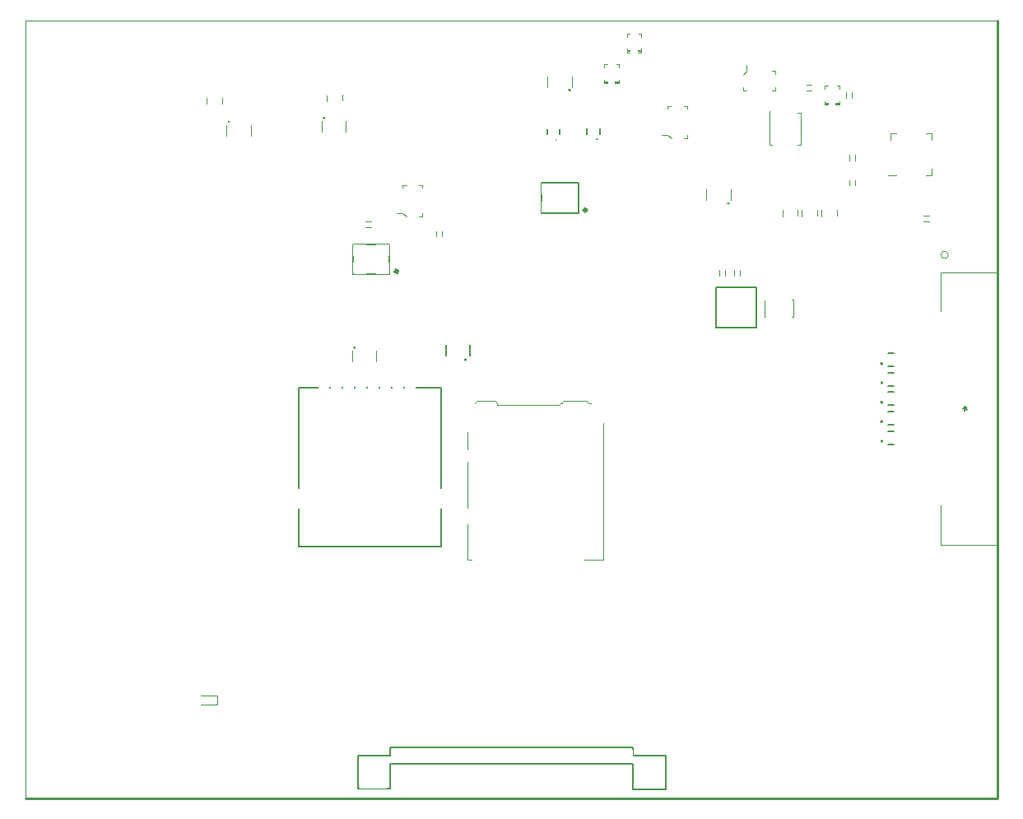
<source format=gbr>
%TF.GenerationSoftware,KiCad,Pcbnew,5.1.9+dfsg1-1*%
%TF.CreationDate,2022-02-15T13:48:39+01:00*%
%TF.ProjectId,sc606-baseboard,73633630-362d-4626-9173-65626f617264,rev?*%
%TF.SameCoordinates,Original*%
%TF.FileFunction,Legend,Bot*%
%TF.FilePolarity,Positive*%
%FSLAX46Y46*%
G04 Gerber Fmt 4.6, Leading zero omitted, Abs format (unit mm)*
G04 Created by KiCad (PCBNEW 5.1.9+dfsg1-1) date 2022-02-15 13:48:39 commit a4fbcb5*
%MOMM*%
%LPD*%
G01*
G04 APERTURE LIST*
%TA.AperFunction,Profile*%
%ADD10C,0.120000*%
%TD*%
%TA.AperFunction,Profile*%
%ADD11C,0.254000*%
%TD*%
%ADD12C,0.150000*%
%ADD13C,0.400000*%
%ADD14C,0.120000*%
%ADD15C,0.100000*%
%ADD16C,0.127000*%
%ADD17C,0.200000*%
%ADD18C,0.852000*%
%ADD19C,1.812000*%
%ADD20C,2.102000*%
%ADD21O,1.002000X2.002000*%
%ADD22O,1.102000X1.702000*%
%ADD23O,1.252000X0.902000*%
%ADD24O,1.052000X0.752000*%
%ADD25C,0.752000*%
%ADD26O,1.602000X2.652000*%
%ADD27C,1.902000*%
%ADD28C,5.402000*%
G04 APERTURE END LIST*
D10*
X175600000Y-42400000D02*
X75600000Y-42400000D01*
D11*
X175600000Y-42400000D02*
X175600000Y-122400000D01*
D10*
X75600000Y-122400000D02*
X75600000Y-42400000D01*
D11*
X175600000Y-122400000D02*
X75600000Y-122400000D01*
D12*
%TO.C,Y1*%
X132470000Y-62210000D02*
X132470000Y-59110000D01*
X132470000Y-59110000D02*
X128670000Y-59110000D01*
X128670000Y-59110000D02*
X128670000Y-62210000D01*
X128670000Y-62210000D02*
X132470000Y-62210000D01*
D13*
X133270000Y-61910000D02*
G75*
G03*
X133270000Y-61910000I-100000J0D01*
G01*
D12*
%TO.C,J2*%
X138100000Y-117175000D02*
X113100000Y-117175000D01*
X138100000Y-118825000D02*
X113100000Y-118825000D01*
X138100000Y-118825000D02*
X138100000Y-121480000D01*
X113100000Y-118825000D02*
X113100000Y-121410000D01*
X138160000Y-121480000D02*
X141440000Y-121480000D01*
X113100000Y-121440000D02*
X109760000Y-121440000D01*
X141460000Y-121450000D02*
X141460000Y-118000000D01*
X109760000Y-121440000D02*
X109760000Y-118000000D01*
X141430000Y-118000000D02*
X138100000Y-118000000D01*
X109790000Y-118000000D02*
X113100000Y-118000000D01*
X138100000Y-118000000D02*
X138100000Y-117175000D01*
X113100000Y-118000000D02*
X113100000Y-117175000D01*
D14*
%TO.C,Q9*%
X152115000Y-55185000D02*
X152450000Y-55185000D01*
X155050000Y-55185000D02*
X155385000Y-55185000D01*
X155050000Y-51915000D02*
X155385000Y-51915000D01*
X155385000Y-51915000D02*
X155385000Y-55185000D01*
X152115000Y-51680000D02*
X152115000Y-55185000D01*
%TO.C,U14*%
X168200000Y-58300000D02*
X168850000Y-58300000D01*
X168850000Y-58300000D02*
X168850000Y-57650000D01*
X168200000Y-54000000D02*
X168850000Y-54000000D01*
X168850000Y-54000000D02*
X168850000Y-54650000D01*
X165200000Y-54000000D02*
X164550000Y-54000000D01*
X164550000Y-54000000D02*
X164550000Y-54650000D01*
X165200000Y-58300000D02*
X164350000Y-58300000D01*
%TO.C,R167*%
X160950000Y-56850000D02*
X160950000Y-56250000D01*
X160350000Y-56850000D02*
X160350000Y-56250000D01*
%TO.C,R164*%
X160350000Y-58800000D02*
X160350000Y-59400000D01*
X160950000Y-58800000D02*
X160950000Y-59400000D01*
D15*
%TO.C,IC3*%
X152750000Y-49600000D02*
X152750000Y-49250000D01*
X152400000Y-49600000D02*
X152750000Y-49600000D01*
X152750000Y-47600000D02*
X152400000Y-47600000D01*
X152750000Y-47950000D02*
X152750000Y-47600000D01*
X149450000Y-49600000D02*
X149450000Y-49250000D01*
X149800000Y-49600000D02*
X149450000Y-49600000D01*
X149800000Y-47550000D02*
X149450000Y-48000000D01*
X149800000Y-46950000D02*
X149800000Y-47550000D01*
%TO.C,D8*%
X158850000Y-51080000D02*
X158850000Y-50880000D01*
X158300000Y-51080000D02*
X158300000Y-50880000D01*
X157800000Y-51080000D02*
X158300000Y-51080000D01*
X157800000Y-50725000D02*
X157800000Y-51075000D01*
X158150000Y-49125000D02*
X157800000Y-49125000D01*
X157800000Y-49125000D02*
X157800000Y-49475000D01*
X159300000Y-50725000D02*
X159300000Y-51075000D01*
X159300000Y-51075000D02*
X158850000Y-51075000D01*
X159300000Y-49475000D02*
X159300000Y-49125000D01*
X159300000Y-49125000D02*
X159050000Y-49125000D01*
X159300000Y-50975000D02*
X158850000Y-50975000D01*
X159300000Y-50875000D02*
X158850000Y-50875000D01*
X157800000Y-50980000D02*
X158300000Y-50980000D01*
X157800000Y-50880000D02*
X158300000Y-50880000D01*
D14*
%TO.C,C84*%
X160000000Y-50400000D02*
X160000000Y-49800000D01*
X160600000Y-50400000D02*
X160600000Y-49800000D01*
%TO.C,C83*%
X156500000Y-49600000D02*
X155900000Y-49600000D01*
X156500000Y-49000000D02*
X155900000Y-49000000D01*
D15*
%TO.C,D30*%
X131800000Y-48150000D02*
X131800000Y-49250000D01*
X129300000Y-49250000D02*
X129300000Y-48150000D01*
D12*
X131620711Y-49570711D02*
G75*
G03*
X131620711Y-49570711I-70711J0D01*
G01*
%TO.C,D23*%
X147970711Y-61220711D02*
G75*
G03*
X147970711Y-61220711I-70711J0D01*
G01*
D15*
X145650000Y-60900000D02*
X145650000Y-59800000D01*
X148150000Y-59800000D02*
X148150000Y-60900000D01*
%TO.C,D26*%
X96250000Y-54250000D02*
X96250000Y-53150000D01*
X98750000Y-53150000D02*
X98750000Y-54250000D01*
D12*
X96570711Y-52829289D02*
G75*
G03*
X96570711Y-52829289I-70711J0D01*
G01*
D15*
%TO.C,D25*%
X106050000Y-53850000D02*
X106050000Y-52750000D01*
X108550000Y-52750000D02*
X108550000Y-53850000D01*
D12*
X106370711Y-52429289D02*
G75*
G03*
X106370711Y-52429289I-70711J0D01*
G01*
D14*
%TO.C,C170*%
X95850000Y-50950000D02*
X95850000Y-50350000D01*
X94250000Y-50970000D02*
X94250000Y-50370000D01*
%TO.C,C139*%
X108200000Y-50650000D02*
X108200000Y-50050000D01*
X106600000Y-50670000D02*
X106600000Y-50070000D01*
%TO.C,R13*%
X168000000Y-62500000D02*
X168600000Y-62500000D01*
X168000000Y-63100000D02*
X168600000Y-63100000D01*
D12*
%TO.C,Y2*%
X113050000Y-68500000D02*
X113050000Y-65400000D01*
X113050000Y-65400000D02*
X109250000Y-65400000D01*
X109250000Y-65400000D02*
X109250000Y-68500000D01*
X109250000Y-68500000D02*
X113050000Y-68500000D01*
D13*
X113850000Y-68200000D02*
G75*
G03*
X113850000Y-68200000I-100000J0D01*
G01*
D15*
%TO.C,U10*%
X113750000Y-62250000D02*
X114350000Y-62250000D01*
X114350000Y-62250000D02*
X114800000Y-62600000D01*
X116400000Y-62250000D02*
X116400000Y-62600000D01*
X116400000Y-62600000D02*
X116050000Y-62600000D01*
X114750000Y-59300000D02*
X114400000Y-59300000D01*
X114400000Y-59300000D02*
X114400000Y-59650000D01*
X116400000Y-59650000D02*
X116400000Y-59300000D01*
X116400000Y-59300000D02*
X116050000Y-59300000D01*
D16*
%TO.C,U8*%
X121319000Y-76830000D02*
X121319000Y-75770000D01*
X118881000Y-75770000D02*
X118881000Y-76830000D01*
D17*
X120950000Y-77300000D02*
G75*
G03*
X120950000Y-77300000I-100000J0D01*
G01*
D15*
%TO.C,U1*%
X154600000Y-72850000D02*
X154600000Y-71150000D01*
X151600000Y-71300000D02*
X151750000Y-71150000D01*
X154600000Y-72850000D02*
X154450000Y-72850000D01*
X151600000Y-72850000D02*
X151750000Y-72850000D01*
X151600000Y-72850000D02*
X151600000Y-71300000D01*
X154600000Y-71150000D02*
X154450000Y-71150000D01*
D14*
%TO.C,R113*%
X111200000Y-63700000D02*
X110600000Y-63700000D01*
X111200000Y-63100000D02*
X110600000Y-63100000D01*
%TO.C,R94*%
X118450000Y-64050000D02*
X118450000Y-64650000D01*
X117850000Y-64050000D02*
X117850000Y-64650000D01*
D17*
%TO.C,L18*%
X134495000Y-54705000D02*
G75*
G03*
X134495000Y-54705000I-100000J0D01*
G01*
D16*
X134688500Y-53505000D02*
X134688500Y-54055000D01*
X133351500Y-54055000D02*
X133351500Y-53505000D01*
D17*
%TO.C,L16*%
X130375000Y-54775000D02*
G75*
G03*
X130375000Y-54775000I-100000J0D01*
G01*
D16*
X130568500Y-53575000D02*
X130568500Y-54125000D01*
X129231500Y-54125000D02*
X129231500Y-53575000D01*
D17*
%TO.C,L12*%
X163775000Y-85675000D02*
G75*
G03*
X163775000Y-85675000I-100000J0D01*
G01*
D16*
X164875000Y-85968500D02*
X164325000Y-85968500D01*
X164325000Y-84631500D02*
X164875000Y-84631500D01*
D17*
%TO.C,L11*%
X163775000Y-83675000D02*
G75*
G03*
X163775000Y-83675000I-100000J0D01*
G01*
D16*
X164875000Y-83968500D02*
X164325000Y-83968500D01*
X164325000Y-82631500D02*
X164875000Y-82631500D01*
D17*
%TO.C,L10*%
X163775000Y-81675000D02*
G75*
G03*
X163775000Y-81675000I-100000J0D01*
G01*
D16*
X164875000Y-81968500D02*
X164325000Y-81968500D01*
X164325000Y-80631500D02*
X164875000Y-80631500D01*
D17*
%TO.C,L9*%
X163775000Y-79675000D02*
G75*
G03*
X163775000Y-79675000I-100000J0D01*
G01*
D16*
X164875000Y-79968500D02*
X164325000Y-79968500D01*
X164325000Y-78631500D02*
X164875000Y-78631500D01*
D17*
%TO.C,L8*%
X163775000Y-77675000D02*
G75*
G03*
X163775000Y-77675000I-100000J0D01*
G01*
D16*
X164875000Y-77968500D02*
X164325000Y-77968500D01*
X164325000Y-76631500D02*
X164875000Y-76631500D01*
D12*
%TO.C,L1*%
X150800000Y-74000000D02*
X146600000Y-74000000D01*
X150800000Y-69800000D02*
X146600000Y-69800000D01*
X150800000Y-74000000D02*
X150800000Y-69800000D01*
X146600000Y-74000000D02*
X146600000Y-69800000D01*
D16*
%TO.C,J8*%
X118330000Y-80190000D02*
X103670000Y-80190000D01*
X103670000Y-80190000D02*
X103670000Y-96500000D01*
X103670000Y-96500000D02*
X118330000Y-96500000D01*
X118330000Y-96500000D02*
X118330000Y-80190000D01*
D14*
%TO.C,J7*%
X133075000Y-97825000D02*
X134995000Y-97825000D01*
X134995000Y-97825000D02*
X134995000Y-83815000D01*
X121475000Y-97825000D02*
X121025000Y-97825000D01*
X121025000Y-97825000D02*
X121025000Y-94215000D01*
X133315000Y-81555000D02*
X131005000Y-81555000D01*
X122055000Y-81555000D02*
X123915000Y-81555000D01*
X122055000Y-81555000D02*
X121855000Y-81755000D01*
X121025000Y-92515000D02*
X121025000Y-87815000D01*
X121025000Y-86515000D02*
X121025000Y-84715000D01*
X124125000Y-81905000D02*
X130495000Y-81905000D01*
X124125000Y-81905000D02*
X124125000Y-81755000D01*
X123915000Y-81555000D02*
X124125000Y-81755000D01*
X133315000Y-81555000D02*
X133515000Y-81755000D01*
X133515000Y-81755000D02*
X133775000Y-81755000D01*
X131005000Y-81555000D02*
X130495000Y-81905000D01*
%TO.C,J3*%
X170525100Y-66501200D02*
G75*
G03*
X170525100Y-66501200I-381000J0D01*
G01*
X169717100Y-72307640D02*
X169717100Y-68279200D01*
X169717100Y-68279200D02*
X175482900Y-68279200D01*
X169717100Y-96320800D02*
X169717100Y-92292360D01*
X175482900Y-96320800D02*
X169717100Y-96320800D01*
X175482900Y-68279200D02*
X175482900Y-96320800D01*
D15*
%TO.C,IC2*%
X141000000Y-54150000D02*
X141600000Y-54150000D01*
X141600000Y-54150000D02*
X142050000Y-54500000D01*
X143650000Y-54150000D02*
X143650000Y-54500000D01*
X143650000Y-54500000D02*
X143300000Y-54500000D01*
X142000000Y-51200000D02*
X141650000Y-51200000D01*
X141650000Y-51200000D02*
X141650000Y-51550000D01*
X143650000Y-51550000D02*
X143650000Y-51200000D01*
X143650000Y-51200000D02*
X143300000Y-51200000D01*
%TO.C,D22*%
X138500000Y-45680000D02*
X138500000Y-45480000D01*
X137950000Y-45680000D02*
X137950000Y-45480000D01*
X137450000Y-45680000D02*
X137950000Y-45680000D01*
X137450000Y-45325000D02*
X137450000Y-45675000D01*
X137800000Y-43725000D02*
X137450000Y-43725000D01*
X137450000Y-43725000D02*
X137450000Y-44075000D01*
X138950000Y-45325000D02*
X138950000Y-45675000D01*
X138950000Y-45675000D02*
X138500000Y-45675000D01*
X138950000Y-44075000D02*
X138950000Y-43725000D01*
X138950000Y-43725000D02*
X138700000Y-43725000D01*
X138950000Y-45575000D02*
X138500000Y-45575000D01*
X138950000Y-45475000D02*
X138500000Y-45475000D01*
X137450000Y-45580000D02*
X137950000Y-45580000D01*
X137450000Y-45480000D02*
X137950000Y-45480000D01*
%TO.C,D16*%
X109200000Y-77450000D02*
X109200000Y-76350000D01*
X111700000Y-76350000D02*
X111700000Y-77450000D01*
D12*
X109520711Y-76029289D02*
G75*
G03*
X109520711Y-76029289I-70711J0D01*
G01*
D15*
%TO.C,D10*%
X136200000Y-48880000D02*
X136200000Y-48680000D01*
X135650000Y-48880000D02*
X135650000Y-48680000D01*
X135150000Y-48880000D02*
X135650000Y-48880000D01*
X135150000Y-48525000D02*
X135150000Y-48875000D01*
X135500000Y-46925000D02*
X135150000Y-46925000D01*
X135150000Y-46925000D02*
X135150000Y-47275000D01*
X136650000Y-48525000D02*
X136650000Y-48875000D01*
X136650000Y-48875000D02*
X136200000Y-48875000D01*
X136650000Y-47275000D02*
X136650000Y-46925000D01*
X136650000Y-46925000D02*
X136400000Y-46925000D01*
X136650000Y-48775000D02*
X136200000Y-48775000D01*
X136650000Y-48675000D02*
X136200000Y-48675000D01*
X135150000Y-48780000D02*
X135650000Y-48780000D01*
X135150000Y-48680000D02*
X135650000Y-48680000D01*
%TO.C,D1*%
X95300000Y-111850000D02*
X93600000Y-111850000D01*
X93600000Y-112750000D02*
X95300000Y-112750000D01*
X95300000Y-111850000D02*
X95300000Y-112750000D01*
D14*
%TO.C,C27*%
X148450000Y-68650000D02*
X148450000Y-68050000D01*
X149050000Y-68650000D02*
X149050000Y-68050000D01*
%TO.C,C26*%
X146950000Y-68650000D02*
X146950000Y-68050000D01*
X147550000Y-68650000D02*
X147550000Y-68050000D01*
%TO.C,C19*%
X157450000Y-62520000D02*
X157450000Y-61920000D01*
X159050000Y-62500000D02*
X159050000Y-61900000D01*
%TO.C,C18*%
X153450000Y-62520000D02*
X153450000Y-61920000D01*
X155050000Y-62500000D02*
X155050000Y-61900000D01*
%TO.C,C17*%
X155450000Y-62520000D02*
X155450000Y-61920000D01*
X157050000Y-62500000D02*
X157050000Y-61900000D01*
%TD*%
%TO.C,J3*%
D12*
X172052380Y-82300000D02*
X172290476Y-82300000D01*
X172195238Y-82061904D02*
X172290476Y-82300000D01*
X172195238Y-82538095D01*
X172480952Y-82157142D02*
X172290476Y-82300000D01*
X172480952Y-82442857D01*
%TD*%
%LPC*%
D15*
%TO.C,J3*%
G36*
X172249760Y-69808280D02*
G01*
X170293960Y-69808280D01*
X170293960Y-71103680D01*
X172249760Y-71103680D01*
X172249760Y-69808280D01*
G37*
X172249760Y-69808280D02*
X170293960Y-69808280D01*
X170293960Y-71103680D01*
X172249760Y-71103680D01*
X172249760Y-69808280D01*
G36*
X172249760Y-94791720D02*
G01*
X170293960Y-94791720D01*
X170293960Y-93496320D01*
X172249760Y-93496320D01*
X172249760Y-94791720D01*
G37*
X172249760Y-94791720D02*
X170293960Y-94791720D01*
X170293960Y-93496320D01*
X172249760Y-93496320D01*
X172249760Y-94791720D01*
%TD*%
D18*
%TO.C,TP54*%
X95450000Y-84700800D03*
%TD*%
%TO.C,TP53*%
X95450000Y-83750800D03*
%TD*%
%TO.C,TP52*%
X95450000Y-81800800D03*
%TD*%
%TO.C,C138*%
G36*
G01*
X93939000Y-84898000D02*
X93939000Y-84502000D01*
G75*
G02*
X94112000Y-84329000I173000J0D01*
G01*
X94458000Y-84329000D01*
G75*
G02*
X94631000Y-84502000I0J-173000D01*
G01*
X94631000Y-84898000D01*
G75*
G02*
X94458000Y-85071000I-173000J0D01*
G01*
X94112000Y-85071000D01*
G75*
G02*
X93939000Y-84898000I0J173000D01*
G01*
G37*
G36*
G01*
X92969000Y-84898000D02*
X92969000Y-84502000D01*
G75*
G02*
X93142000Y-84329000I173000J0D01*
G01*
X93488000Y-84329000D01*
G75*
G02*
X93661000Y-84502000I0J-173000D01*
G01*
X93661000Y-84898000D01*
G75*
G02*
X93488000Y-85071000I-173000J0D01*
G01*
X93142000Y-85071000D01*
G75*
G02*
X92969000Y-84898000I0J173000D01*
G01*
G37*
%TD*%
%TO.C,C12*%
G36*
G01*
X93939000Y-83898000D02*
X93939000Y-83502000D01*
G75*
G02*
X94112000Y-83329000I173000J0D01*
G01*
X94458000Y-83329000D01*
G75*
G02*
X94631000Y-83502000I0J-173000D01*
G01*
X94631000Y-83898000D01*
G75*
G02*
X94458000Y-84071000I-173000J0D01*
G01*
X94112000Y-84071000D01*
G75*
G02*
X93939000Y-83898000I0J173000D01*
G01*
G37*
G36*
G01*
X92969000Y-83898000D02*
X92969000Y-83502000D01*
G75*
G02*
X93142000Y-83329000I173000J0D01*
G01*
X93488000Y-83329000D01*
G75*
G02*
X93661000Y-83502000I0J-173000D01*
G01*
X93661000Y-83898000D01*
G75*
G02*
X93488000Y-84071000I-173000J0D01*
G01*
X93142000Y-84071000D01*
G75*
G02*
X92969000Y-83898000I0J173000D01*
G01*
G37*
%TD*%
%TO.C,C9*%
G36*
G01*
X93939000Y-80898000D02*
X93939000Y-80502000D01*
G75*
G02*
X94112000Y-80329000I173000J0D01*
G01*
X94458000Y-80329000D01*
G75*
G02*
X94631000Y-80502000I0J-173000D01*
G01*
X94631000Y-80898000D01*
G75*
G02*
X94458000Y-81071000I-173000J0D01*
G01*
X94112000Y-81071000D01*
G75*
G02*
X93939000Y-80898000I0J173000D01*
G01*
G37*
G36*
G01*
X92969000Y-80898000D02*
X92969000Y-80502000D01*
G75*
G02*
X93142000Y-80329000I173000J0D01*
G01*
X93488000Y-80329000D01*
G75*
G02*
X93661000Y-80502000I0J-173000D01*
G01*
X93661000Y-80898000D01*
G75*
G02*
X93488000Y-81071000I-173000J0D01*
G01*
X93142000Y-81071000D01*
G75*
G02*
X92969000Y-80898000I0J173000D01*
G01*
G37*
%TD*%
%TO.C,Y1*%
G36*
G01*
X130121000Y-61010000D02*
X130121000Y-62110000D01*
G75*
G02*
X130070000Y-62161000I-51000J0D01*
G01*
X128770000Y-62161000D01*
G75*
G02*
X128719000Y-62110000I0J51000D01*
G01*
X128719000Y-61010000D01*
G75*
G02*
X128770000Y-60959000I51000J0D01*
G01*
X130070000Y-60959000D01*
G75*
G02*
X130121000Y-61010000I0J-51000D01*
G01*
G37*
G36*
G01*
X130121000Y-59210000D02*
X130121000Y-60310000D01*
G75*
G02*
X130070000Y-60361000I-51000J0D01*
G01*
X128770000Y-60361000D01*
G75*
G02*
X128719000Y-60310000I0J51000D01*
G01*
X128719000Y-59210000D01*
G75*
G02*
X128770000Y-59159000I51000J0D01*
G01*
X130070000Y-59159000D01*
G75*
G02*
X130121000Y-59210000I0J-51000D01*
G01*
G37*
G36*
G01*
X132421000Y-61010000D02*
X132421000Y-62110000D01*
G75*
G02*
X132370000Y-62161000I-51000J0D01*
G01*
X131070000Y-62161000D01*
G75*
G02*
X131019000Y-62110000I0J51000D01*
G01*
X131019000Y-61010000D01*
G75*
G02*
X131070000Y-60959000I51000J0D01*
G01*
X132370000Y-60959000D01*
G75*
G02*
X132421000Y-61010000I0J-51000D01*
G01*
G37*
G36*
G01*
X132421000Y-59210000D02*
X132421000Y-60310000D01*
G75*
G02*
X132370000Y-60361000I-51000J0D01*
G01*
X131070000Y-60361000D01*
G75*
G02*
X131019000Y-60310000I0J51000D01*
G01*
X131019000Y-59210000D01*
G75*
G02*
X131070000Y-59159000I51000J0D01*
G01*
X132370000Y-59159000D01*
G75*
G02*
X132421000Y-59210000I0J-51000D01*
G01*
G37*
%TD*%
%TO.C,J2*%
G36*
G01*
X141351000Y-118850000D02*
X141351000Y-121350000D01*
G75*
G02*
X141300000Y-121401000I-51000J0D01*
G01*
X138300000Y-121401000D01*
G75*
G02*
X138249000Y-121350000I0J51000D01*
G01*
X138249000Y-118850000D01*
G75*
G02*
X138300000Y-118799000I51000J0D01*
G01*
X141300000Y-118799000D01*
G75*
G02*
X141351000Y-118850000I0J-51000D01*
G01*
G37*
G36*
G01*
X141201000Y-114649999D02*
X141201000Y-117650001D01*
G75*
G02*
X141150001Y-117701000I-50999J0D01*
G01*
X138449999Y-117701000D01*
G75*
G02*
X138399000Y-117650001I0J50999D01*
G01*
X138399000Y-114649999D01*
G75*
G02*
X138449999Y-114599000I50999J0D01*
G01*
X141150001Y-114599000D01*
G75*
G02*
X141201000Y-114649999I0J-50999D01*
G01*
G37*
G36*
G01*
X112801000Y-114649999D02*
X112801000Y-117650001D01*
G75*
G02*
X112750001Y-117701000I-50999J0D01*
G01*
X110049999Y-117701000D01*
G75*
G02*
X109999000Y-117650001I0J50999D01*
G01*
X109999000Y-114649999D01*
G75*
G02*
X110049999Y-114599000I50999J0D01*
G01*
X112750001Y-114599000D01*
G75*
G02*
X112801000Y-114649999I0J-50999D01*
G01*
G37*
G36*
G01*
X112801000Y-118349999D02*
X112801000Y-121350001D01*
G75*
G02*
X112750001Y-121401000I-50999J0D01*
G01*
X110049999Y-121401000D01*
G75*
G02*
X109999000Y-121350001I0J50999D01*
G01*
X109999000Y-118349999D01*
G75*
G02*
X110049999Y-118299000I50999J0D01*
G01*
X112750001Y-118299000D01*
G75*
G02*
X112801000Y-118349999I0J-50999D01*
G01*
G37*
G36*
G01*
X113551000Y-117400000D02*
X113551000Y-118600000D01*
G75*
G02*
X113500000Y-118651000I-51000J0D01*
G01*
X113200000Y-118651000D01*
G75*
G02*
X113149000Y-118600000I0J51000D01*
G01*
X113149000Y-117400000D01*
G75*
G02*
X113200000Y-117349000I51000J0D01*
G01*
X113500000Y-117349000D01*
G75*
G02*
X113551000Y-117400000I0J-51000D01*
G01*
G37*
G36*
G01*
X114051000Y-117400000D02*
X114051000Y-118600000D01*
G75*
G02*
X114000000Y-118651000I-51000J0D01*
G01*
X113700000Y-118651000D01*
G75*
G02*
X113649000Y-118600000I0J51000D01*
G01*
X113649000Y-117400000D01*
G75*
G02*
X113700000Y-117349000I51000J0D01*
G01*
X114000000Y-117349000D01*
G75*
G02*
X114051000Y-117400000I0J-51000D01*
G01*
G37*
G36*
G01*
X114551000Y-117400000D02*
X114551000Y-118600000D01*
G75*
G02*
X114500000Y-118651000I-51000J0D01*
G01*
X114200000Y-118651000D01*
G75*
G02*
X114149000Y-118600000I0J51000D01*
G01*
X114149000Y-117400000D01*
G75*
G02*
X114200000Y-117349000I51000J0D01*
G01*
X114500000Y-117349000D01*
G75*
G02*
X114551000Y-117400000I0J-51000D01*
G01*
G37*
G36*
G01*
X115051000Y-117400000D02*
X115051000Y-118600000D01*
G75*
G02*
X115000000Y-118651000I-51000J0D01*
G01*
X114700000Y-118651000D01*
G75*
G02*
X114649000Y-118600000I0J51000D01*
G01*
X114649000Y-117400000D01*
G75*
G02*
X114700000Y-117349000I51000J0D01*
G01*
X115000000Y-117349000D01*
G75*
G02*
X115051000Y-117400000I0J-51000D01*
G01*
G37*
G36*
G01*
X115551000Y-117400000D02*
X115551000Y-118600000D01*
G75*
G02*
X115500000Y-118651000I-51000J0D01*
G01*
X115200000Y-118651000D01*
G75*
G02*
X115149000Y-118600000I0J51000D01*
G01*
X115149000Y-117400000D01*
G75*
G02*
X115200000Y-117349000I51000J0D01*
G01*
X115500000Y-117349000D01*
G75*
G02*
X115551000Y-117400000I0J-51000D01*
G01*
G37*
G36*
G01*
X116051000Y-117400000D02*
X116051000Y-118600000D01*
G75*
G02*
X116000000Y-118651000I-51000J0D01*
G01*
X115700000Y-118651000D01*
G75*
G02*
X115649000Y-118600000I0J51000D01*
G01*
X115649000Y-117400000D01*
G75*
G02*
X115700000Y-117349000I51000J0D01*
G01*
X116000000Y-117349000D01*
G75*
G02*
X116051000Y-117400000I0J-51000D01*
G01*
G37*
G36*
G01*
X116551000Y-117400000D02*
X116551000Y-118600000D01*
G75*
G02*
X116500000Y-118651000I-51000J0D01*
G01*
X116200000Y-118651000D01*
G75*
G02*
X116149000Y-118600000I0J51000D01*
G01*
X116149000Y-117400000D01*
G75*
G02*
X116200000Y-117349000I51000J0D01*
G01*
X116500000Y-117349000D01*
G75*
G02*
X116551000Y-117400000I0J-51000D01*
G01*
G37*
G36*
G01*
X117051000Y-117400000D02*
X117051000Y-118600000D01*
G75*
G02*
X117000000Y-118651000I-51000J0D01*
G01*
X116700000Y-118651000D01*
G75*
G02*
X116649000Y-118600000I0J51000D01*
G01*
X116649000Y-117400000D01*
G75*
G02*
X116700000Y-117349000I51000J0D01*
G01*
X117000000Y-117349000D01*
G75*
G02*
X117051000Y-117400000I0J-51000D01*
G01*
G37*
G36*
G01*
X117551000Y-117400000D02*
X117551000Y-118600000D01*
G75*
G02*
X117500000Y-118651000I-51000J0D01*
G01*
X117200000Y-118651000D01*
G75*
G02*
X117149000Y-118600000I0J51000D01*
G01*
X117149000Y-117400000D01*
G75*
G02*
X117200000Y-117349000I51000J0D01*
G01*
X117500000Y-117349000D01*
G75*
G02*
X117551000Y-117400000I0J-51000D01*
G01*
G37*
G36*
G01*
X118051000Y-117400000D02*
X118051000Y-118600000D01*
G75*
G02*
X118000000Y-118651000I-51000J0D01*
G01*
X117700000Y-118651000D01*
G75*
G02*
X117649000Y-118600000I0J51000D01*
G01*
X117649000Y-117400000D01*
G75*
G02*
X117700000Y-117349000I51000J0D01*
G01*
X118000000Y-117349000D01*
G75*
G02*
X118051000Y-117400000I0J-51000D01*
G01*
G37*
G36*
G01*
X118551000Y-117400000D02*
X118551000Y-118600000D01*
G75*
G02*
X118500000Y-118651000I-51000J0D01*
G01*
X118200000Y-118651000D01*
G75*
G02*
X118149000Y-118600000I0J51000D01*
G01*
X118149000Y-117400000D01*
G75*
G02*
X118200000Y-117349000I51000J0D01*
G01*
X118500000Y-117349000D01*
G75*
G02*
X118551000Y-117400000I0J-51000D01*
G01*
G37*
G36*
G01*
X119051000Y-117400000D02*
X119051000Y-118600000D01*
G75*
G02*
X119000000Y-118651000I-51000J0D01*
G01*
X118700000Y-118651000D01*
G75*
G02*
X118649000Y-118600000I0J51000D01*
G01*
X118649000Y-117400000D01*
G75*
G02*
X118700000Y-117349000I51000J0D01*
G01*
X119000000Y-117349000D01*
G75*
G02*
X119051000Y-117400000I0J-51000D01*
G01*
G37*
G36*
G01*
X119551000Y-117400000D02*
X119551000Y-118600000D01*
G75*
G02*
X119500000Y-118651000I-51000J0D01*
G01*
X119200000Y-118651000D01*
G75*
G02*
X119149000Y-118600000I0J51000D01*
G01*
X119149000Y-117400000D01*
G75*
G02*
X119200000Y-117349000I51000J0D01*
G01*
X119500000Y-117349000D01*
G75*
G02*
X119551000Y-117400000I0J-51000D01*
G01*
G37*
G36*
G01*
X120051000Y-117400000D02*
X120051000Y-118600000D01*
G75*
G02*
X120000000Y-118651000I-51000J0D01*
G01*
X119700000Y-118651000D01*
G75*
G02*
X119649000Y-118600000I0J51000D01*
G01*
X119649000Y-117400000D01*
G75*
G02*
X119700000Y-117349000I51000J0D01*
G01*
X120000000Y-117349000D01*
G75*
G02*
X120051000Y-117400000I0J-51000D01*
G01*
G37*
G36*
G01*
X120551000Y-117400000D02*
X120551000Y-118600000D01*
G75*
G02*
X120500000Y-118651000I-51000J0D01*
G01*
X120200000Y-118651000D01*
G75*
G02*
X120149000Y-118600000I0J51000D01*
G01*
X120149000Y-117400000D01*
G75*
G02*
X120200000Y-117349000I51000J0D01*
G01*
X120500000Y-117349000D01*
G75*
G02*
X120551000Y-117400000I0J-51000D01*
G01*
G37*
G36*
G01*
X121051000Y-117400000D02*
X121051000Y-118600000D01*
G75*
G02*
X121000000Y-118651000I-51000J0D01*
G01*
X120700000Y-118651000D01*
G75*
G02*
X120649000Y-118600000I0J51000D01*
G01*
X120649000Y-117400000D01*
G75*
G02*
X120700000Y-117349000I51000J0D01*
G01*
X121000000Y-117349000D01*
G75*
G02*
X121051000Y-117400000I0J-51000D01*
G01*
G37*
G36*
G01*
X121551000Y-117400000D02*
X121551000Y-118600000D01*
G75*
G02*
X121500000Y-118651000I-51000J0D01*
G01*
X121200000Y-118651000D01*
G75*
G02*
X121149000Y-118600000I0J51000D01*
G01*
X121149000Y-117400000D01*
G75*
G02*
X121200000Y-117349000I51000J0D01*
G01*
X121500000Y-117349000D01*
G75*
G02*
X121551000Y-117400000I0J-51000D01*
G01*
G37*
G36*
G01*
X122051000Y-117400000D02*
X122051000Y-118600000D01*
G75*
G02*
X122000000Y-118651000I-51000J0D01*
G01*
X121700000Y-118651000D01*
G75*
G02*
X121649000Y-118600000I0J51000D01*
G01*
X121649000Y-117400000D01*
G75*
G02*
X121700000Y-117349000I51000J0D01*
G01*
X122000000Y-117349000D01*
G75*
G02*
X122051000Y-117400000I0J-51000D01*
G01*
G37*
G36*
G01*
X122551000Y-117400000D02*
X122551000Y-118600000D01*
G75*
G02*
X122500000Y-118651000I-51000J0D01*
G01*
X122200000Y-118651000D01*
G75*
G02*
X122149000Y-118600000I0J51000D01*
G01*
X122149000Y-117400000D01*
G75*
G02*
X122200000Y-117349000I51000J0D01*
G01*
X122500000Y-117349000D01*
G75*
G02*
X122551000Y-117400000I0J-51000D01*
G01*
G37*
G36*
G01*
X123051000Y-117400000D02*
X123051000Y-118600000D01*
G75*
G02*
X123000000Y-118651000I-51000J0D01*
G01*
X122700000Y-118651000D01*
G75*
G02*
X122649000Y-118600000I0J51000D01*
G01*
X122649000Y-117400000D01*
G75*
G02*
X122700000Y-117349000I51000J0D01*
G01*
X123000000Y-117349000D01*
G75*
G02*
X123051000Y-117400000I0J-51000D01*
G01*
G37*
G36*
G01*
X123551000Y-117400000D02*
X123551000Y-118600000D01*
G75*
G02*
X123500000Y-118651000I-51000J0D01*
G01*
X123200000Y-118651000D01*
G75*
G02*
X123149000Y-118600000I0J51000D01*
G01*
X123149000Y-117400000D01*
G75*
G02*
X123200000Y-117349000I51000J0D01*
G01*
X123500000Y-117349000D01*
G75*
G02*
X123551000Y-117400000I0J-51000D01*
G01*
G37*
G36*
G01*
X124051000Y-117400000D02*
X124051000Y-118600000D01*
G75*
G02*
X124000000Y-118651000I-51000J0D01*
G01*
X123700000Y-118651000D01*
G75*
G02*
X123649000Y-118600000I0J51000D01*
G01*
X123649000Y-117400000D01*
G75*
G02*
X123700000Y-117349000I51000J0D01*
G01*
X124000000Y-117349000D01*
G75*
G02*
X124051000Y-117400000I0J-51000D01*
G01*
G37*
G36*
G01*
X124551000Y-117400000D02*
X124551000Y-118600000D01*
G75*
G02*
X124500000Y-118651000I-51000J0D01*
G01*
X124200000Y-118651000D01*
G75*
G02*
X124149000Y-118600000I0J51000D01*
G01*
X124149000Y-117400000D01*
G75*
G02*
X124200000Y-117349000I51000J0D01*
G01*
X124500000Y-117349000D01*
G75*
G02*
X124551000Y-117400000I0J-51000D01*
G01*
G37*
G36*
G01*
X125051000Y-117400000D02*
X125051000Y-118600000D01*
G75*
G02*
X125000000Y-118651000I-51000J0D01*
G01*
X124700000Y-118651000D01*
G75*
G02*
X124649000Y-118600000I0J51000D01*
G01*
X124649000Y-117400000D01*
G75*
G02*
X124700000Y-117349000I51000J0D01*
G01*
X125000000Y-117349000D01*
G75*
G02*
X125051000Y-117400000I0J-51000D01*
G01*
G37*
G36*
G01*
X125551000Y-117400000D02*
X125551000Y-118600000D01*
G75*
G02*
X125500000Y-118651000I-51000J0D01*
G01*
X125200000Y-118651000D01*
G75*
G02*
X125149000Y-118600000I0J51000D01*
G01*
X125149000Y-117400000D01*
G75*
G02*
X125200000Y-117349000I51000J0D01*
G01*
X125500000Y-117349000D01*
G75*
G02*
X125551000Y-117400000I0J-51000D01*
G01*
G37*
G36*
G01*
X126051000Y-117400000D02*
X126051000Y-118600000D01*
G75*
G02*
X126000000Y-118651000I-51000J0D01*
G01*
X125700000Y-118651000D01*
G75*
G02*
X125649000Y-118600000I0J51000D01*
G01*
X125649000Y-117400000D01*
G75*
G02*
X125700000Y-117349000I51000J0D01*
G01*
X126000000Y-117349000D01*
G75*
G02*
X126051000Y-117400000I0J-51000D01*
G01*
G37*
G36*
G01*
X126551000Y-117400000D02*
X126551000Y-118600000D01*
G75*
G02*
X126500000Y-118651000I-51000J0D01*
G01*
X126200000Y-118651000D01*
G75*
G02*
X126149000Y-118600000I0J51000D01*
G01*
X126149000Y-117400000D01*
G75*
G02*
X126200000Y-117349000I51000J0D01*
G01*
X126500000Y-117349000D01*
G75*
G02*
X126551000Y-117400000I0J-51000D01*
G01*
G37*
G36*
G01*
X127051000Y-117400000D02*
X127051000Y-118600000D01*
G75*
G02*
X127000000Y-118651000I-51000J0D01*
G01*
X126700000Y-118651000D01*
G75*
G02*
X126649000Y-118600000I0J51000D01*
G01*
X126649000Y-117400000D01*
G75*
G02*
X126700000Y-117349000I51000J0D01*
G01*
X127000000Y-117349000D01*
G75*
G02*
X127051000Y-117400000I0J-51000D01*
G01*
G37*
G36*
G01*
X127551000Y-117400000D02*
X127551000Y-118600000D01*
G75*
G02*
X127500000Y-118651000I-51000J0D01*
G01*
X127200000Y-118651000D01*
G75*
G02*
X127149000Y-118600000I0J51000D01*
G01*
X127149000Y-117400000D01*
G75*
G02*
X127200000Y-117349000I51000J0D01*
G01*
X127500000Y-117349000D01*
G75*
G02*
X127551000Y-117400000I0J-51000D01*
G01*
G37*
G36*
G01*
X128051000Y-117400000D02*
X128051000Y-118600000D01*
G75*
G02*
X128000000Y-118651000I-51000J0D01*
G01*
X127700000Y-118651000D01*
G75*
G02*
X127649000Y-118600000I0J51000D01*
G01*
X127649000Y-117400000D01*
G75*
G02*
X127700000Y-117349000I51000J0D01*
G01*
X128000000Y-117349000D01*
G75*
G02*
X128051000Y-117400000I0J-51000D01*
G01*
G37*
G36*
G01*
X128551000Y-117400000D02*
X128551000Y-118600000D01*
G75*
G02*
X128500000Y-118651000I-51000J0D01*
G01*
X128200000Y-118651000D01*
G75*
G02*
X128149000Y-118600000I0J51000D01*
G01*
X128149000Y-117400000D01*
G75*
G02*
X128200000Y-117349000I51000J0D01*
G01*
X128500000Y-117349000D01*
G75*
G02*
X128551000Y-117400000I0J-51000D01*
G01*
G37*
G36*
G01*
X129051000Y-117400000D02*
X129051000Y-118600000D01*
G75*
G02*
X129000000Y-118651000I-51000J0D01*
G01*
X128700000Y-118651000D01*
G75*
G02*
X128649000Y-118600000I0J51000D01*
G01*
X128649000Y-117400000D01*
G75*
G02*
X128700000Y-117349000I51000J0D01*
G01*
X129000000Y-117349000D01*
G75*
G02*
X129051000Y-117400000I0J-51000D01*
G01*
G37*
G36*
G01*
X129551000Y-117400000D02*
X129551000Y-118600000D01*
G75*
G02*
X129500000Y-118651000I-51000J0D01*
G01*
X129200000Y-118651000D01*
G75*
G02*
X129149000Y-118600000I0J51000D01*
G01*
X129149000Y-117400000D01*
G75*
G02*
X129200000Y-117349000I51000J0D01*
G01*
X129500000Y-117349000D01*
G75*
G02*
X129551000Y-117400000I0J-51000D01*
G01*
G37*
G36*
G01*
X130051000Y-117400000D02*
X130051000Y-118600000D01*
G75*
G02*
X130000000Y-118651000I-51000J0D01*
G01*
X129700000Y-118651000D01*
G75*
G02*
X129649000Y-118600000I0J51000D01*
G01*
X129649000Y-117400000D01*
G75*
G02*
X129700000Y-117349000I51000J0D01*
G01*
X130000000Y-117349000D01*
G75*
G02*
X130051000Y-117400000I0J-51000D01*
G01*
G37*
G36*
G01*
X130551000Y-117400000D02*
X130551000Y-118600000D01*
G75*
G02*
X130500000Y-118651000I-51000J0D01*
G01*
X130200000Y-118651000D01*
G75*
G02*
X130149000Y-118600000I0J51000D01*
G01*
X130149000Y-117400000D01*
G75*
G02*
X130200000Y-117349000I51000J0D01*
G01*
X130500000Y-117349000D01*
G75*
G02*
X130551000Y-117400000I0J-51000D01*
G01*
G37*
G36*
G01*
X131051000Y-117400000D02*
X131051000Y-118600000D01*
G75*
G02*
X131000000Y-118651000I-51000J0D01*
G01*
X130700000Y-118651000D01*
G75*
G02*
X130649000Y-118600000I0J51000D01*
G01*
X130649000Y-117400000D01*
G75*
G02*
X130700000Y-117349000I51000J0D01*
G01*
X131000000Y-117349000D01*
G75*
G02*
X131051000Y-117400000I0J-51000D01*
G01*
G37*
G36*
G01*
X131551000Y-117400000D02*
X131551000Y-118600000D01*
G75*
G02*
X131500000Y-118651000I-51000J0D01*
G01*
X131200000Y-118651000D01*
G75*
G02*
X131149000Y-118600000I0J51000D01*
G01*
X131149000Y-117400000D01*
G75*
G02*
X131200000Y-117349000I51000J0D01*
G01*
X131500000Y-117349000D01*
G75*
G02*
X131551000Y-117400000I0J-51000D01*
G01*
G37*
G36*
G01*
X132051000Y-117400000D02*
X132051000Y-118600000D01*
G75*
G02*
X132000000Y-118651000I-51000J0D01*
G01*
X131700000Y-118651000D01*
G75*
G02*
X131649000Y-118600000I0J51000D01*
G01*
X131649000Y-117400000D01*
G75*
G02*
X131700000Y-117349000I51000J0D01*
G01*
X132000000Y-117349000D01*
G75*
G02*
X132051000Y-117400000I0J-51000D01*
G01*
G37*
G36*
G01*
X132551000Y-117400000D02*
X132551000Y-118600000D01*
G75*
G02*
X132500000Y-118651000I-51000J0D01*
G01*
X132200000Y-118651000D01*
G75*
G02*
X132149000Y-118600000I0J51000D01*
G01*
X132149000Y-117400000D01*
G75*
G02*
X132200000Y-117349000I51000J0D01*
G01*
X132500000Y-117349000D01*
G75*
G02*
X132551000Y-117400000I0J-51000D01*
G01*
G37*
G36*
G01*
X133051000Y-117400000D02*
X133051000Y-118600000D01*
G75*
G02*
X133000000Y-118651000I-51000J0D01*
G01*
X132700000Y-118651000D01*
G75*
G02*
X132649000Y-118600000I0J51000D01*
G01*
X132649000Y-117400000D01*
G75*
G02*
X132700000Y-117349000I51000J0D01*
G01*
X133000000Y-117349000D01*
G75*
G02*
X133051000Y-117400000I0J-51000D01*
G01*
G37*
G36*
G01*
X133551000Y-117400000D02*
X133551000Y-118600000D01*
G75*
G02*
X133500000Y-118651000I-51000J0D01*
G01*
X133200000Y-118651000D01*
G75*
G02*
X133149000Y-118600000I0J51000D01*
G01*
X133149000Y-117400000D01*
G75*
G02*
X133200000Y-117349000I51000J0D01*
G01*
X133500000Y-117349000D01*
G75*
G02*
X133551000Y-117400000I0J-51000D01*
G01*
G37*
G36*
G01*
X134051000Y-117400000D02*
X134051000Y-118600000D01*
G75*
G02*
X134000000Y-118651000I-51000J0D01*
G01*
X133700000Y-118651000D01*
G75*
G02*
X133649000Y-118600000I0J51000D01*
G01*
X133649000Y-117400000D01*
G75*
G02*
X133700000Y-117349000I51000J0D01*
G01*
X134000000Y-117349000D01*
G75*
G02*
X134051000Y-117400000I0J-51000D01*
G01*
G37*
G36*
G01*
X134551000Y-117400000D02*
X134551000Y-118600000D01*
G75*
G02*
X134500000Y-118651000I-51000J0D01*
G01*
X134200000Y-118651000D01*
G75*
G02*
X134149000Y-118600000I0J51000D01*
G01*
X134149000Y-117400000D01*
G75*
G02*
X134200000Y-117349000I51000J0D01*
G01*
X134500000Y-117349000D01*
G75*
G02*
X134551000Y-117400000I0J-51000D01*
G01*
G37*
G36*
G01*
X135051000Y-117400000D02*
X135051000Y-118600000D01*
G75*
G02*
X135000000Y-118651000I-51000J0D01*
G01*
X134700000Y-118651000D01*
G75*
G02*
X134649000Y-118600000I0J51000D01*
G01*
X134649000Y-117400000D01*
G75*
G02*
X134700000Y-117349000I51000J0D01*
G01*
X135000000Y-117349000D01*
G75*
G02*
X135051000Y-117400000I0J-51000D01*
G01*
G37*
G36*
G01*
X135551000Y-117400000D02*
X135551000Y-118600000D01*
G75*
G02*
X135500000Y-118651000I-51000J0D01*
G01*
X135200000Y-118651000D01*
G75*
G02*
X135149000Y-118600000I0J51000D01*
G01*
X135149000Y-117400000D01*
G75*
G02*
X135200000Y-117349000I51000J0D01*
G01*
X135500000Y-117349000D01*
G75*
G02*
X135551000Y-117400000I0J-51000D01*
G01*
G37*
G36*
G01*
X136051000Y-117400000D02*
X136051000Y-118600000D01*
G75*
G02*
X136000000Y-118651000I-51000J0D01*
G01*
X135700000Y-118651000D01*
G75*
G02*
X135649000Y-118600000I0J51000D01*
G01*
X135649000Y-117400000D01*
G75*
G02*
X135700000Y-117349000I51000J0D01*
G01*
X136000000Y-117349000D01*
G75*
G02*
X136051000Y-117400000I0J-51000D01*
G01*
G37*
G36*
G01*
X136551000Y-117400000D02*
X136551000Y-118600000D01*
G75*
G02*
X136500000Y-118651000I-51000J0D01*
G01*
X136200000Y-118651000D01*
G75*
G02*
X136149000Y-118600000I0J51000D01*
G01*
X136149000Y-117400000D01*
G75*
G02*
X136200000Y-117349000I51000J0D01*
G01*
X136500000Y-117349000D01*
G75*
G02*
X136551000Y-117400000I0J-51000D01*
G01*
G37*
G36*
G01*
X137051000Y-117400000D02*
X137051000Y-118600000D01*
G75*
G02*
X137000000Y-118651000I-51000J0D01*
G01*
X136700000Y-118651000D01*
G75*
G02*
X136649000Y-118600000I0J51000D01*
G01*
X136649000Y-117400000D01*
G75*
G02*
X136700000Y-117349000I51000J0D01*
G01*
X137000000Y-117349000D01*
G75*
G02*
X137051000Y-117400000I0J-51000D01*
G01*
G37*
G36*
G01*
X137551000Y-117400000D02*
X137551000Y-118600000D01*
G75*
G02*
X137500000Y-118651000I-51000J0D01*
G01*
X137200000Y-118651000D01*
G75*
G02*
X137149000Y-118600000I0J51000D01*
G01*
X137149000Y-117400000D01*
G75*
G02*
X137200000Y-117349000I51000J0D01*
G01*
X137500000Y-117349000D01*
G75*
G02*
X137551000Y-117400000I0J-51000D01*
G01*
G37*
G36*
G01*
X138051000Y-117400000D02*
X138051000Y-118600000D01*
G75*
G02*
X138000000Y-118651000I-51000J0D01*
G01*
X137700000Y-118651000D01*
G75*
G02*
X137649000Y-118600000I0J51000D01*
G01*
X137649000Y-117400000D01*
G75*
G02*
X137700000Y-117349000I51000J0D01*
G01*
X138000000Y-117349000D01*
G75*
G02*
X138051000Y-117400000I0J-51000D01*
G01*
G37*
%TD*%
%TO.C,TP20*%
X81850000Y-59700800D03*
%TD*%
%TO.C,TP12*%
X102550000Y-116000800D03*
%TD*%
%TO.C,R135*%
G36*
G01*
X96048000Y-60161000D02*
X95652000Y-60161000D01*
G75*
G02*
X95479000Y-59988000I0J173000D01*
G01*
X95479000Y-59642000D01*
G75*
G02*
X95652000Y-59469000I173000J0D01*
G01*
X96048000Y-59469000D01*
G75*
G02*
X96221000Y-59642000I0J-173000D01*
G01*
X96221000Y-59988000D01*
G75*
G02*
X96048000Y-60161000I-173000J0D01*
G01*
G37*
G36*
G01*
X96048000Y-61131000D02*
X95652000Y-61131000D01*
G75*
G02*
X95479000Y-60958000I0J173000D01*
G01*
X95479000Y-60612000D01*
G75*
G02*
X95652000Y-60439000I173000J0D01*
G01*
X96048000Y-60439000D01*
G75*
G02*
X96221000Y-60612000I0J-173000D01*
G01*
X96221000Y-60958000D01*
G75*
G02*
X96048000Y-61131000I-173000J0D01*
G01*
G37*
%TD*%
D15*
%TO.C,Q9*%
G36*
X154995020Y-55489950D02*
G01*
X154992118Y-55499517D01*
X154987405Y-55508334D01*
X154981062Y-55516062D01*
X154973334Y-55522405D01*
X154964517Y-55527118D01*
X154954950Y-55530020D01*
X154945000Y-55531000D01*
X154537500Y-55531000D01*
X154527550Y-55530020D01*
X154517983Y-55527118D01*
X154509166Y-55522405D01*
X154501438Y-55516062D01*
X154495095Y-55508334D01*
X154490382Y-55499517D01*
X154487480Y-55489950D01*
X154486500Y-55480000D01*
X154486500Y-55021000D01*
X154333500Y-55021000D01*
X154333500Y-55480000D01*
X154332520Y-55489950D01*
X154329618Y-55499517D01*
X154324905Y-55508334D01*
X154318562Y-55516062D01*
X154310834Y-55522405D01*
X154302017Y-55527118D01*
X154292450Y-55530020D01*
X154282500Y-55531000D01*
X153877500Y-55531000D01*
X153867550Y-55530020D01*
X153857983Y-55527118D01*
X153849166Y-55522405D01*
X153841438Y-55516062D01*
X153835095Y-55508334D01*
X153830382Y-55499517D01*
X153827480Y-55489950D01*
X153826500Y-55480000D01*
X153826500Y-55021000D01*
X153673500Y-55021000D01*
X153673500Y-55480000D01*
X153672520Y-55489950D01*
X153669618Y-55499517D01*
X153664905Y-55508334D01*
X153658562Y-55516062D01*
X153650834Y-55522405D01*
X153642017Y-55527118D01*
X153632450Y-55530020D01*
X153622500Y-55531000D01*
X153217500Y-55531000D01*
X153207550Y-55530020D01*
X153197983Y-55527118D01*
X153189166Y-55522405D01*
X153181438Y-55516062D01*
X153175095Y-55508334D01*
X153170382Y-55499517D01*
X153167480Y-55489950D01*
X153166500Y-55480000D01*
X153166500Y-55021000D01*
X153013500Y-55021000D01*
X153013500Y-55480000D01*
X153012520Y-55489950D01*
X153009618Y-55499517D01*
X153004905Y-55508334D01*
X152998562Y-55516062D01*
X152990834Y-55522405D01*
X152982017Y-55527118D01*
X152972450Y-55530020D01*
X152962500Y-55531000D01*
X152555000Y-55531000D01*
X152545050Y-55530020D01*
X152535483Y-55527118D01*
X152526666Y-55522405D01*
X152518938Y-55516062D01*
X152512595Y-55508334D01*
X152507882Y-55499517D01*
X152504980Y-55489950D01*
X152504000Y-55480000D01*
X152504000Y-54720000D01*
X152504980Y-54710050D01*
X152507882Y-54700483D01*
X152512595Y-54691666D01*
X152518938Y-54683938D01*
X152526666Y-54677595D01*
X152535483Y-54672882D01*
X152545050Y-54669980D01*
X152555000Y-54669000D01*
X152581500Y-54669000D01*
X152581500Y-53245000D01*
X152582480Y-53235050D01*
X152585382Y-53225483D01*
X152590095Y-53216666D01*
X152596438Y-53208938D01*
X152604166Y-53202595D01*
X152612983Y-53197882D01*
X152622550Y-53194980D01*
X152632500Y-53194000D01*
X154867500Y-53194000D01*
X154877450Y-53194980D01*
X154887017Y-53197882D01*
X154895834Y-53202595D01*
X154903562Y-53208938D01*
X154909905Y-53216666D01*
X154914618Y-53225483D01*
X154917520Y-53235050D01*
X154918500Y-53245000D01*
X154918500Y-54669000D01*
X154945000Y-54669000D01*
X154954950Y-54669980D01*
X154964517Y-54672882D01*
X154973334Y-54677595D01*
X154981062Y-54683938D01*
X154987405Y-54691666D01*
X154992118Y-54700483D01*
X154995020Y-54710050D01*
X154996000Y-54720000D01*
X154996000Y-55480000D01*
X154995020Y-55489950D01*
G37*
G36*
G01*
X154537500Y-51569000D02*
X154942500Y-51569000D01*
G75*
G02*
X154993500Y-51620000I0J-51000D01*
G01*
X154993500Y-52610000D01*
G75*
G02*
X154942500Y-52661000I-51000J0D01*
G01*
X154537500Y-52661000D01*
G75*
G02*
X154486500Y-52610000I0J51000D01*
G01*
X154486500Y-51620000D01*
G75*
G02*
X154537500Y-51569000I51000J0D01*
G01*
G37*
G36*
G01*
X153877500Y-51569000D02*
X154282500Y-51569000D01*
G75*
G02*
X154333500Y-51620000I0J-51000D01*
G01*
X154333500Y-52610000D01*
G75*
G02*
X154282500Y-52661000I-51000J0D01*
G01*
X153877500Y-52661000D01*
G75*
G02*
X153826500Y-52610000I0J51000D01*
G01*
X153826500Y-51620000D01*
G75*
G02*
X153877500Y-51569000I51000J0D01*
G01*
G37*
G36*
G01*
X153217500Y-51569000D02*
X153622500Y-51569000D01*
G75*
G02*
X153673500Y-51620000I0J-51000D01*
G01*
X153673500Y-52610000D01*
G75*
G02*
X153622500Y-52661000I-51000J0D01*
G01*
X153217500Y-52661000D01*
G75*
G02*
X153166500Y-52610000I0J51000D01*
G01*
X153166500Y-51620000D01*
G75*
G02*
X153217500Y-51569000I51000J0D01*
G01*
G37*
G36*
G01*
X152557500Y-51569000D02*
X152962500Y-51569000D01*
G75*
G02*
X153013500Y-51620000I0J-51000D01*
G01*
X153013500Y-52610000D01*
G75*
G02*
X152962500Y-52661000I-51000J0D01*
G01*
X152557500Y-52661000D01*
G75*
G02*
X152506500Y-52610000I0J51000D01*
G01*
X152506500Y-51620000D01*
G75*
G02*
X152557500Y-51569000I51000J0D01*
G01*
G37*
%TD*%
%TO.C,D35*%
G36*
G01*
X158579000Y-58026900D02*
X158579000Y-57573100D01*
G75*
G02*
X158603100Y-57549000I24100J0D01*
G01*
X159036900Y-57549000D01*
G75*
G02*
X159061000Y-57573100I0J-24100D01*
G01*
X159061000Y-58026900D01*
G75*
G02*
X159036900Y-58051000I-24100J0D01*
G01*
X158603100Y-58051000D01*
G75*
G02*
X158579000Y-58026900I0J24100D01*
G01*
G37*
G36*
G01*
X159139000Y-58000000D02*
X159139000Y-57600000D01*
G75*
G02*
X159190000Y-57549000I51000J0D01*
G01*
X159570000Y-57549000D01*
G75*
G02*
X159621000Y-57600000I0J-51000D01*
G01*
X159621000Y-58000000D01*
G75*
G02*
X159570000Y-58051000I-51000J0D01*
G01*
X159190000Y-58051000D01*
G75*
G02*
X159139000Y-58000000I0J51000D01*
G01*
G37*
%TD*%
%TO.C,R170*%
G36*
G01*
X105261000Y-107502000D02*
X105261000Y-107898000D01*
G75*
G02*
X105088000Y-108071000I-173000J0D01*
G01*
X104742000Y-108071000D01*
G75*
G02*
X104569000Y-107898000I0J173000D01*
G01*
X104569000Y-107502000D01*
G75*
G02*
X104742000Y-107329000I173000J0D01*
G01*
X105088000Y-107329000D01*
G75*
G02*
X105261000Y-107502000I0J-173000D01*
G01*
G37*
G36*
G01*
X106231000Y-107502000D02*
X106231000Y-107898000D01*
G75*
G02*
X106058000Y-108071000I-173000J0D01*
G01*
X105712000Y-108071000D01*
G75*
G02*
X105539000Y-107898000I0J173000D01*
G01*
X105539000Y-107502000D01*
G75*
G02*
X105712000Y-107329000I173000J0D01*
G01*
X106058000Y-107329000D01*
G75*
G02*
X106231000Y-107502000I0J-173000D01*
G01*
G37*
%TD*%
%TO.C,U14*%
G36*
G01*
X165424000Y-57375000D02*
X165424000Y-54925000D01*
G75*
G02*
X165475000Y-54874000I51000J0D01*
G01*
X167925000Y-54874000D01*
G75*
G02*
X167976000Y-54925000I0J-51000D01*
G01*
X167976000Y-57375000D01*
G75*
G02*
X167925000Y-57426000I-51000J0D01*
G01*
X165475000Y-57426000D01*
G75*
G02*
X165424000Y-57375000I0J51000D01*
G01*
G37*
G36*
G01*
X165524000Y-58400000D02*
X165524000Y-57700000D01*
G75*
G02*
X165575000Y-57649000I51000J0D01*
G01*
X165825000Y-57649000D01*
G75*
G02*
X165876000Y-57700000I0J-51000D01*
G01*
X165876000Y-58400000D01*
G75*
G02*
X165825000Y-58451000I-51000J0D01*
G01*
X165575000Y-58451000D01*
G75*
G02*
X165524000Y-58400000I0J51000D01*
G01*
G37*
G36*
G01*
X166024000Y-58400000D02*
X166024000Y-57700000D01*
G75*
G02*
X166075000Y-57649000I51000J0D01*
G01*
X166325000Y-57649000D01*
G75*
G02*
X166376000Y-57700000I0J-51000D01*
G01*
X166376000Y-58400000D01*
G75*
G02*
X166325000Y-58451000I-51000J0D01*
G01*
X166075000Y-58451000D01*
G75*
G02*
X166024000Y-58400000I0J51000D01*
G01*
G37*
G36*
G01*
X166524000Y-58400000D02*
X166524000Y-57700000D01*
G75*
G02*
X166575000Y-57649000I51000J0D01*
G01*
X166825000Y-57649000D01*
G75*
G02*
X166876000Y-57700000I0J-51000D01*
G01*
X166876000Y-58400000D01*
G75*
G02*
X166825000Y-58451000I-51000J0D01*
G01*
X166575000Y-58451000D01*
G75*
G02*
X166524000Y-58400000I0J51000D01*
G01*
G37*
G36*
G01*
X167024000Y-58400000D02*
X167024000Y-57700000D01*
G75*
G02*
X167075000Y-57649000I51000J0D01*
G01*
X167325000Y-57649000D01*
G75*
G02*
X167376000Y-57700000I0J-51000D01*
G01*
X167376000Y-58400000D01*
G75*
G02*
X167325000Y-58451000I-51000J0D01*
G01*
X167075000Y-58451000D01*
G75*
G02*
X167024000Y-58400000I0J51000D01*
G01*
G37*
G36*
G01*
X167524000Y-58400000D02*
X167524000Y-57700000D01*
G75*
G02*
X167575000Y-57649000I51000J0D01*
G01*
X167825000Y-57649000D01*
G75*
G02*
X167876000Y-57700000I0J-51000D01*
G01*
X167876000Y-58400000D01*
G75*
G02*
X167825000Y-58451000I-51000J0D01*
G01*
X167575000Y-58451000D01*
G75*
G02*
X167524000Y-58400000I0J51000D01*
G01*
G37*
G36*
G01*
X168250000Y-56974000D02*
X168950000Y-56974000D01*
G75*
G02*
X169001000Y-57025000I0J-51000D01*
G01*
X169001000Y-57275000D01*
G75*
G02*
X168950000Y-57326000I-51000J0D01*
G01*
X168250000Y-57326000D01*
G75*
G02*
X168199000Y-57275000I0J51000D01*
G01*
X168199000Y-57025000D01*
G75*
G02*
X168250000Y-56974000I51000J0D01*
G01*
G37*
G36*
G01*
X168250000Y-56474000D02*
X168950000Y-56474000D01*
G75*
G02*
X169001000Y-56525000I0J-51000D01*
G01*
X169001000Y-56775000D01*
G75*
G02*
X168950000Y-56826000I-51000J0D01*
G01*
X168250000Y-56826000D01*
G75*
G02*
X168199000Y-56775000I0J51000D01*
G01*
X168199000Y-56525000D01*
G75*
G02*
X168250000Y-56474000I51000J0D01*
G01*
G37*
G36*
G01*
X168250000Y-55974000D02*
X168950000Y-55974000D01*
G75*
G02*
X169001000Y-56025000I0J-51000D01*
G01*
X169001000Y-56275000D01*
G75*
G02*
X168950000Y-56326000I-51000J0D01*
G01*
X168250000Y-56326000D01*
G75*
G02*
X168199000Y-56275000I0J51000D01*
G01*
X168199000Y-56025000D01*
G75*
G02*
X168250000Y-55974000I51000J0D01*
G01*
G37*
G36*
G01*
X168250000Y-55474000D02*
X168950000Y-55474000D01*
G75*
G02*
X169001000Y-55525000I0J-51000D01*
G01*
X169001000Y-55775000D01*
G75*
G02*
X168950000Y-55826000I-51000J0D01*
G01*
X168250000Y-55826000D01*
G75*
G02*
X168199000Y-55775000I0J51000D01*
G01*
X168199000Y-55525000D01*
G75*
G02*
X168250000Y-55474000I51000J0D01*
G01*
G37*
G36*
G01*
X168250000Y-54974000D02*
X168950000Y-54974000D01*
G75*
G02*
X169001000Y-55025000I0J-51000D01*
G01*
X169001000Y-55275000D01*
G75*
G02*
X168950000Y-55326000I-51000J0D01*
G01*
X168250000Y-55326000D01*
G75*
G02*
X168199000Y-55275000I0J51000D01*
G01*
X168199000Y-55025000D01*
G75*
G02*
X168250000Y-54974000I51000J0D01*
G01*
G37*
G36*
G01*
X167524000Y-54600000D02*
X167524000Y-53900000D01*
G75*
G02*
X167575000Y-53849000I51000J0D01*
G01*
X167825000Y-53849000D01*
G75*
G02*
X167876000Y-53900000I0J-51000D01*
G01*
X167876000Y-54600000D01*
G75*
G02*
X167825000Y-54651000I-51000J0D01*
G01*
X167575000Y-54651000D01*
G75*
G02*
X167524000Y-54600000I0J51000D01*
G01*
G37*
G36*
G01*
X167024000Y-54600000D02*
X167024000Y-53900000D01*
G75*
G02*
X167075000Y-53849000I51000J0D01*
G01*
X167325000Y-53849000D01*
G75*
G02*
X167376000Y-53900000I0J-51000D01*
G01*
X167376000Y-54600000D01*
G75*
G02*
X167325000Y-54651000I-51000J0D01*
G01*
X167075000Y-54651000D01*
G75*
G02*
X167024000Y-54600000I0J51000D01*
G01*
G37*
G36*
G01*
X166524000Y-54600000D02*
X166524000Y-53900000D01*
G75*
G02*
X166575000Y-53849000I51000J0D01*
G01*
X166825000Y-53849000D01*
G75*
G02*
X166876000Y-53900000I0J-51000D01*
G01*
X166876000Y-54600000D01*
G75*
G02*
X166825000Y-54651000I-51000J0D01*
G01*
X166575000Y-54651000D01*
G75*
G02*
X166524000Y-54600000I0J51000D01*
G01*
G37*
G36*
G01*
X166024000Y-54600000D02*
X166024000Y-53900000D01*
G75*
G02*
X166075000Y-53849000I51000J0D01*
G01*
X166325000Y-53849000D01*
G75*
G02*
X166376000Y-53900000I0J-51000D01*
G01*
X166376000Y-54600000D01*
G75*
G02*
X166325000Y-54651000I-51000J0D01*
G01*
X166075000Y-54651000D01*
G75*
G02*
X166024000Y-54600000I0J51000D01*
G01*
G37*
G36*
G01*
X165524000Y-54600000D02*
X165524000Y-53900000D01*
G75*
G02*
X165575000Y-53849000I51000J0D01*
G01*
X165825000Y-53849000D01*
G75*
G02*
X165876000Y-53900000I0J-51000D01*
G01*
X165876000Y-54600000D01*
G75*
G02*
X165825000Y-54651000I-51000J0D01*
G01*
X165575000Y-54651000D01*
G75*
G02*
X165524000Y-54600000I0J51000D01*
G01*
G37*
G36*
G01*
X164450000Y-54974000D02*
X165150000Y-54974000D01*
G75*
G02*
X165201000Y-55025000I0J-51000D01*
G01*
X165201000Y-55275000D01*
G75*
G02*
X165150000Y-55326000I-51000J0D01*
G01*
X164450000Y-55326000D01*
G75*
G02*
X164399000Y-55275000I0J51000D01*
G01*
X164399000Y-55025000D01*
G75*
G02*
X164450000Y-54974000I51000J0D01*
G01*
G37*
G36*
G01*
X164450000Y-55474000D02*
X165150000Y-55474000D01*
G75*
G02*
X165201000Y-55525000I0J-51000D01*
G01*
X165201000Y-55775000D01*
G75*
G02*
X165150000Y-55826000I-51000J0D01*
G01*
X164450000Y-55826000D01*
G75*
G02*
X164399000Y-55775000I0J51000D01*
G01*
X164399000Y-55525000D01*
G75*
G02*
X164450000Y-55474000I51000J0D01*
G01*
G37*
G36*
G01*
X164450000Y-55974000D02*
X165150000Y-55974000D01*
G75*
G02*
X165201000Y-56025000I0J-51000D01*
G01*
X165201000Y-56275000D01*
G75*
G02*
X165150000Y-56326000I-51000J0D01*
G01*
X164450000Y-56326000D01*
G75*
G02*
X164399000Y-56275000I0J51000D01*
G01*
X164399000Y-56025000D01*
G75*
G02*
X164450000Y-55974000I51000J0D01*
G01*
G37*
G36*
G01*
X164450000Y-56474000D02*
X165150000Y-56474000D01*
G75*
G02*
X165201000Y-56525000I0J-51000D01*
G01*
X165201000Y-56775000D01*
G75*
G02*
X165150000Y-56826000I-51000J0D01*
G01*
X164450000Y-56826000D01*
G75*
G02*
X164399000Y-56775000I0J51000D01*
G01*
X164399000Y-56525000D01*
G75*
G02*
X164450000Y-56474000I51000J0D01*
G01*
G37*
G36*
G01*
X164450000Y-56974000D02*
X165150000Y-56974000D01*
G75*
G02*
X165201000Y-57025000I0J-51000D01*
G01*
X165201000Y-57275000D01*
G75*
G02*
X165150000Y-57326000I-51000J0D01*
G01*
X164450000Y-57326000D01*
G75*
G02*
X164399000Y-57275000I0J51000D01*
G01*
X164399000Y-57025000D01*
G75*
G02*
X164450000Y-56974000I51000J0D01*
G01*
G37*
%TD*%
%TO.C,R167*%
G36*
G01*
X161050000Y-57601000D02*
X160250000Y-57601000D01*
G75*
G02*
X160199000Y-57550000I0J51000D01*
G01*
X160199000Y-56950000D01*
G75*
G02*
X160250000Y-56899000I51000J0D01*
G01*
X161050000Y-56899000D01*
G75*
G02*
X161101000Y-56950000I0J-51000D01*
G01*
X161101000Y-57550000D01*
G75*
G02*
X161050000Y-57601000I-51000J0D01*
G01*
G37*
G36*
G01*
X161050000Y-56201000D02*
X160250000Y-56201000D01*
G75*
G02*
X160199000Y-56150000I0J51000D01*
G01*
X160199000Y-55550000D01*
G75*
G02*
X160250000Y-55499000I51000J0D01*
G01*
X161050000Y-55499000D01*
G75*
G02*
X161101000Y-55550000I0J-51000D01*
G01*
X161101000Y-56150000D01*
G75*
G02*
X161050000Y-56201000I-51000J0D01*
G01*
G37*
%TD*%
%TO.C,R166*%
G36*
G01*
X162311000Y-55402000D02*
X162311000Y-55798000D01*
G75*
G02*
X162138000Y-55971000I-173000J0D01*
G01*
X161792000Y-55971000D01*
G75*
G02*
X161619000Y-55798000I0J173000D01*
G01*
X161619000Y-55402000D01*
G75*
G02*
X161792000Y-55229000I173000J0D01*
G01*
X162138000Y-55229000D01*
G75*
G02*
X162311000Y-55402000I0J-173000D01*
G01*
G37*
G36*
G01*
X163281000Y-55402000D02*
X163281000Y-55798000D01*
G75*
G02*
X163108000Y-55971000I-173000J0D01*
G01*
X162762000Y-55971000D01*
G75*
G02*
X162589000Y-55798000I0J173000D01*
G01*
X162589000Y-55402000D01*
G75*
G02*
X162762000Y-55229000I173000J0D01*
G01*
X163108000Y-55229000D01*
G75*
G02*
X163281000Y-55402000I0J-173000D01*
G01*
G37*
%TD*%
%TO.C,R165*%
G36*
G01*
X162311000Y-56402000D02*
X162311000Y-56798000D01*
G75*
G02*
X162138000Y-56971000I-173000J0D01*
G01*
X161792000Y-56971000D01*
G75*
G02*
X161619000Y-56798000I0J173000D01*
G01*
X161619000Y-56402000D01*
G75*
G02*
X161792000Y-56229000I173000J0D01*
G01*
X162138000Y-56229000D01*
G75*
G02*
X162311000Y-56402000I0J-173000D01*
G01*
G37*
G36*
G01*
X163281000Y-56402000D02*
X163281000Y-56798000D01*
G75*
G02*
X163108000Y-56971000I-173000J0D01*
G01*
X162762000Y-56971000D01*
G75*
G02*
X162589000Y-56798000I0J173000D01*
G01*
X162589000Y-56402000D01*
G75*
G02*
X162762000Y-56229000I173000J0D01*
G01*
X163108000Y-56229000D01*
G75*
G02*
X163281000Y-56402000I0J-173000D01*
G01*
G37*
%TD*%
%TO.C,R164*%
G36*
G01*
X160250000Y-58049000D02*
X161050000Y-58049000D01*
G75*
G02*
X161101000Y-58100000I0J-51000D01*
G01*
X161101000Y-58700000D01*
G75*
G02*
X161050000Y-58751000I-51000J0D01*
G01*
X160250000Y-58751000D01*
G75*
G02*
X160199000Y-58700000I0J51000D01*
G01*
X160199000Y-58100000D01*
G75*
G02*
X160250000Y-58049000I51000J0D01*
G01*
G37*
G36*
G01*
X160250000Y-59449000D02*
X161050000Y-59449000D01*
G75*
G02*
X161101000Y-59500000I0J-51000D01*
G01*
X161101000Y-60100000D01*
G75*
G02*
X161050000Y-60151000I-51000J0D01*
G01*
X160250000Y-60151000D01*
G75*
G02*
X160199000Y-60100000I0J51000D01*
G01*
X160199000Y-59500000D01*
G75*
G02*
X160250000Y-59449000I51000J0D01*
G01*
G37*
%TD*%
%TO.C,R163*%
G36*
G01*
X162261000Y-57552000D02*
X162261000Y-57948000D01*
G75*
G02*
X162088000Y-58121000I-173000J0D01*
G01*
X161742000Y-58121000D01*
G75*
G02*
X161569000Y-57948000I0J173000D01*
G01*
X161569000Y-57552000D01*
G75*
G02*
X161742000Y-57379000I173000J0D01*
G01*
X162088000Y-57379000D01*
G75*
G02*
X162261000Y-57552000I0J-173000D01*
G01*
G37*
G36*
G01*
X163231000Y-57552000D02*
X163231000Y-57948000D01*
G75*
G02*
X163058000Y-58121000I-173000J0D01*
G01*
X162712000Y-58121000D01*
G75*
G02*
X162539000Y-57948000I0J173000D01*
G01*
X162539000Y-57552000D01*
G75*
G02*
X162712000Y-57379000I173000J0D01*
G01*
X163058000Y-57379000D01*
G75*
G02*
X163231000Y-57552000I0J-173000D01*
G01*
G37*
%TD*%
%TO.C,R161*%
G36*
G01*
X162261000Y-58552000D02*
X162261000Y-58948000D01*
G75*
G02*
X162088000Y-59121000I-173000J0D01*
G01*
X161742000Y-59121000D01*
G75*
G02*
X161569000Y-58948000I0J173000D01*
G01*
X161569000Y-58552000D01*
G75*
G02*
X161742000Y-58379000I173000J0D01*
G01*
X162088000Y-58379000D01*
G75*
G02*
X162261000Y-58552000I0J-173000D01*
G01*
G37*
G36*
G01*
X163231000Y-58552000D02*
X163231000Y-58948000D01*
G75*
G02*
X163058000Y-59121000I-173000J0D01*
G01*
X162712000Y-59121000D01*
G75*
G02*
X162539000Y-58948000I0J173000D01*
G01*
X162539000Y-58552000D01*
G75*
G02*
X162712000Y-58379000I173000J0D01*
G01*
X163058000Y-58379000D01*
G75*
G02*
X163231000Y-58552000I0J-173000D01*
G01*
G37*
%TD*%
D19*
%TO.C,J1*%
X171050000Y-45920000D03*
X173550000Y-45920000D03*
D20*
X173550000Y-53100000D03*
X171050000Y-53100000D03*
%TD*%
%TO.C,C159*%
G36*
G01*
X167339000Y-53148000D02*
X167339000Y-52752000D01*
G75*
G02*
X167512000Y-52579000I173000J0D01*
G01*
X167858000Y-52579000D01*
G75*
G02*
X168031000Y-52752000I0J-173000D01*
G01*
X168031000Y-53148000D01*
G75*
G02*
X167858000Y-53321000I-173000J0D01*
G01*
X167512000Y-53321000D01*
G75*
G02*
X167339000Y-53148000I0J173000D01*
G01*
G37*
G36*
G01*
X166369000Y-53148000D02*
X166369000Y-52752000D01*
G75*
G02*
X166542000Y-52579000I173000J0D01*
G01*
X166888000Y-52579000D01*
G75*
G02*
X167061000Y-52752000I0J-173000D01*
G01*
X167061000Y-53148000D01*
G75*
G02*
X166888000Y-53321000I-173000J0D01*
G01*
X166542000Y-53321000D01*
G75*
G02*
X166369000Y-53148000I0J173000D01*
G01*
G37*
%TD*%
%TO.C,C158*%
G36*
G01*
X165139000Y-59498000D02*
X165139000Y-59102000D01*
G75*
G02*
X165312000Y-58929000I173000J0D01*
G01*
X165658000Y-58929000D01*
G75*
G02*
X165831000Y-59102000I0J-173000D01*
G01*
X165831000Y-59498000D01*
G75*
G02*
X165658000Y-59671000I-173000J0D01*
G01*
X165312000Y-59671000D01*
G75*
G02*
X165139000Y-59498000I0J173000D01*
G01*
G37*
G36*
G01*
X164169000Y-59498000D02*
X164169000Y-59102000D01*
G75*
G02*
X164342000Y-58929000I173000J0D01*
G01*
X164688000Y-58929000D01*
G75*
G02*
X164861000Y-59102000I0J-173000D01*
G01*
X164861000Y-59498000D01*
G75*
G02*
X164688000Y-59671000I-173000J0D01*
G01*
X164342000Y-59671000D01*
G75*
G02*
X164169000Y-59498000I0J173000D01*
G01*
G37*
%TD*%
%TO.C,C157*%
G36*
G01*
X170348000Y-56211000D02*
X169952000Y-56211000D01*
G75*
G02*
X169779000Y-56038000I0J173000D01*
G01*
X169779000Y-55692000D01*
G75*
G02*
X169952000Y-55519000I173000J0D01*
G01*
X170348000Y-55519000D01*
G75*
G02*
X170521000Y-55692000I0J-173000D01*
G01*
X170521000Y-56038000D01*
G75*
G02*
X170348000Y-56211000I-173000J0D01*
G01*
G37*
G36*
G01*
X170348000Y-57181000D02*
X169952000Y-57181000D01*
G75*
G02*
X169779000Y-57008000I0J173000D01*
G01*
X169779000Y-56662000D01*
G75*
G02*
X169952000Y-56489000I173000J0D01*
G01*
X170348000Y-56489000D01*
G75*
G02*
X170521000Y-56662000I0J-173000D01*
G01*
X170521000Y-57008000D01*
G75*
G02*
X170348000Y-57181000I-173000J0D01*
G01*
G37*
%TD*%
%TO.C,C156*%
G36*
G01*
X170611000Y-57902000D02*
X170611000Y-58298000D01*
G75*
G02*
X170438000Y-58471000I-173000J0D01*
G01*
X170092000Y-58471000D01*
G75*
G02*
X169919000Y-58298000I0J173000D01*
G01*
X169919000Y-57902000D01*
G75*
G02*
X170092000Y-57729000I173000J0D01*
G01*
X170438000Y-57729000D01*
G75*
G02*
X170611000Y-57902000I0J-173000D01*
G01*
G37*
G36*
G01*
X171581000Y-57902000D02*
X171581000Y-58298000D01*
G75*
G02*
X171408000Y-58471000I-173000J0D01*
G01*
X171062000Y-58471000D01*
G75*
G02*
X170889000Y-58298000I0J173000D01*
G01*
X170889000Y-57902000D01*
G75*
G02*
X171062000Y-57729000I173000J0D01*
G01*
X171408000Y-57729000D01*
G75*
G02*
X171581000Y-57902000I0J-173000D01*
G01*
G37*
%TD*%
%TO.C,IC3*%
G36*
G01*
X149824000Y-50450000D02*
X149824000Y-49450000D01*
G75*
G02*
X149875000Y-49399000I51000J0D01*
G01*
X150425000Y-49399000D01*
G75*
G02*
X150476000Y-49450000I0J-51000D01*
G01*
X150476000Y-50450000D01*
G75*
G02*
X150425000Y-50501000I-51000J0D01*
G01*
X149875000Y-50501000D01*
G75*
G02*
X149824000Y-50450000I0J51000D01*
G01*
G37*
G36*
G01*
X151724000Y-50450000D02*
X151724000Y-49450000D01*
G75*
G02*
X151775000Y-49399000I51000J0D01*
G01*
X152325000Y-49399000D01*
G75*
G02*
X152376000Y-49450000I0J-51000D01*
G01*
X152376000Y-50450000D01*
G75*
G02*
X152325000Y-50501000I-51000J0D01*
G01*
X151775000Y-50501000D01*
G75*
G02*
X151724000Y-50450000I0J51000D01*
G01*
G37*
G36*
G01*
X149824000Y-47750000D02*
X149824000Y-46750000D01*
G75*
G02*
X149875000Y-46699000I51000J0D01*
G01*
X150425000Y-46699000D01*
G75*
G02*
X150476000Y-46750000I0J-51000D01*
G01*
X150476000Y-47750000D01*
G75*
G02*
X150425000Y-47801000I-51000J0D01*
G01*
X149875000Y-47801000D01*
G75*
G02*
X149824000Y-47750000I0J51000D01*
G01*
G37*
G36*
G01*
X150774000Y-47750000D02*
X150774000Y-46750000D01*
G75*
G02*
X150825000Y-46699000I51000J0D01*
G01*
X151375000Y-46699000D01*
G75*
G02*
X151426000Y-46750000I0J-51000D01*
G01*
X151426000Y-47750000D01*
G75*
G02*
X151375000Y-47801000I-51000J0D01*
G01*
X150825000Y-47801000D01*
G75*
G02*
X150774000Y-47750000I0J51000D01*
G01*
G37*
G36*
G01*
X151724000Y-47750000D02*
X151724000Y-46750000D01*
G75*
G02*
X151775000Y-46699000I51000J0D01*
G01*
X152325000Y-46699000D01*
G75*
G02*
X152376000Y-46750000I0J-51000D01*
G01*
X152376000Y-47750000D01*
G75*
G02*
X152325000Y-47801000I-51000J0D01*
G01*
X151775000Y-47801000D01*
G75*
G02*
X151724000Y-47750000I0J51000D01*
G01*
G37*
%TD*%
%TO.C,C155*%
G36*
G01*
X148002000Y-51989000D02*
X148398000Y-51989000D01*
G75*
G02*
X148571000Y-52162000I0J-173000D01*
G01*
X148571000Y-52508000D01*
G75*
G02*
X148398000Y-52681000I-173000J0D01*
G01*
X148002000Y-52681000D01*
G75*
G02*
X147829000Y-52508000I0J173000D01*
G01*
X147829000Y-52162000D01*
G75*
G02*
X148002000Y-51989000I173000J0D01*
G01*
G37*
G36*
G01*
X148002000Y-51019000D02*
X148398000Y-51019000D01*
G75*
G02*
X148571000Y-51192000I0J-173000D01*
G01*
X148571000Y-51538000D01*
G75*
G02*
X148398000Y-51711000I-173000J0D01*
G01*
X148002000Y-51711000D01*
G75*
G02*
X147829000Y-51538000I0J173000D01*
G01*
X147829000Y-51192000D01*
G75*
G02*
X148002000Y-51019000I173000J0D01*
G01*
G37*
%TD*%
%TO.C,C154*%
G36*
G01*
X151411000Y-45752000D02*
X151411000Y-46148000D01*
G75*
G02*
X151238000Y-46321000I-173000J0D01*
G01*
X150892000Y-46321000D01*
G75*
G02*
X150719000Y-46148000I0J173000D01*
G01*
X150719000Y-45752000D01*
G75*
G02*
X150892000Y-45579000I173000J0D01*
G01*
X151238000Y-45579000D01*
G75*
G02*
X151411000Y-45752000I0J-173000D01*
G01*
G37*
G36*
G01*
X152381000Y-45752000D02*
X152381000Y-46148000D01*
G75*
G02*
X152208000Y-46321000I-173000J0D01*
G01*
X151862000Y-46321000D01*
G75*
G02*
X151689000Y-46148000I0J173000D01*
G01*
X151689000Y-45752000D01*
G75*
G02*
X151862000Y-45579000I173000J0D01*
G01*
X152208000Y-45579000D01*
G75*
G02*
X152381000Y-45752000I0J-173000D01*
G01*
G37*
%TD*%
%TO.C,R160*%
G36*
G01*
X161702000Y-53339000D02*
X162098000Y-53339000D01*
G75*
G02*
X162271000Y-53512000I0J-173000D01*
G01*
X162271000Y-53858000D01*
G75*
G02*
X162098000Y-54031000I-173000J0D01*
G01*
X161702000Y-54031000D01*
G75*
G02*
X161529000Y-53858000I0J173000D01*
G01*
X161529000Y-53512000D01*
G75*
G02*
X161702000Y-53339000I173000J0D01*
G01*
G37*
G36*
G01*
X161702000Y-52369000D02*
X162098000Y-52369000D01*
G75*
G02*
X162271000Y-52542000I0J-173000D01*
G01*
X162271000Y-52888000D01*
G75*
G02*
X162098000Y-53061000I-173000J0D01*
G01*
X161702000Y-53061000D01*
G75*
G02*
X161529000Y-52888000I0J173000D01*
G01*
X161529000Y-52542000D01*
G75*
G02*
X161702000Y-52369000I173000J0D01*
G01*
G37*
%TD*%
%TO.C,R159*%
G36*
G01*
X160602000Y-53339000D02*
X160998000Y-53339000D01*
G75*
G02*
X161171000Y-53512000I0J-173000D01*
G01*
X161171000Y-53858000D01*
G75*
G02*
X160998000Y-54031000I-173000J0D01*
G01*
X160602000Y-54031000D01*
G75*
G02*
X160429000Y-53858000I0J173000D01*
G01*
X160429000Y-53512000D01*
G75*
G02*
X160602000Y-53339000I173000J0D01*
G01*
G37*
G36*
G01*
X160602000Y-52369000D02*
X160998000Y-52369000D01*
G75*
G02*
X161171000Y-52542000I0J-173000D01*
G01*
X161171000Y-52888000D01*
G75*
G02*
X160998000Y-53061000I-173000J0D01*
G01*
X160602000Y-53061000D01*
G75*
G02*
X160429000Y-52888000I0J173000D01*
G01*
X160429000Y-52542000D01*
G75*
G02*
X160602000Y-52369000I173000J0D01*
G01*
G37*
%TD*%
%TO.C,R158*%
G36*
G01*
X162802000Y-53339000D02*
X163198000Y-53339000D01*
G75*
G02*
X163371000Y-53512000I0J-173000D01*
G01*
X163371000Y-53858000D01*
G75*
G02*
X163198000Y-54031000I-173000J0D01*
G01*
X162802000Y-54031000D01*
G75*
G02*
X162629000Y-53858000I0J173000D01*
G01*
X162629000Y-53512000D01*
G75*
G02*
X162802000Y-53339000I173000J0D01*
G01*
G37*
G36*
G01*
X162802000Y-52369000D02*
X163198000Y-52369000D01*
G75*
G02*
X163371000Y-52542000I0J-173000D01*
G01*
X163371000Y-52888000D01*
G75*
G02*
X163198000Y-53061000I-173000J0D01*
G01*
X162802000Y-53061000D01*
G75*
G02*
X162629000Y-52888000I0J173000D01*
G01*
X162629000Y-52542000D01*
G75*
G02*
X162802000Y-52369000I173000J0D01*
G01*
G37*
%TD*%
%TO.C,R157*%
G36*
G01*
X150811000Y-54502000D02*
X150811000Y-54898000D01*
G75*
G02*
X150638000Y-55071000I-173000J0D01*
G01*
X150292000Y-55071000D01*
G75*
G02*
X150119000Y-54898000I0J173000D01*
G01*
X150119000Y-54502000D01*
G75*
G02*
X150292000Y-54329000I173000J0D01*
G01*
X150638000Y-54329000D01*
G75*
G02*
X150811000Y-54502000I0J-173000D01*
G01*
G37*
G36*
G01*
X151781000Y-54502000D02*
X151781000Y-54898000D01*
G75*
G02*
X151608000Y-55071000I-173000J0D01*
G01*
X151262000Y-55071000D01*
G75*
G02*
X151089000Y-54898000I0J173000D01*
G01*
X151089000Y-54502000D01*
G75*
G02*
X151262000Y-54329000I173000J0D01*
G01*
X151608000Y-54329000D01*
G75*
G02*
X151781000Y-54502000I0J-173000D01*
G01*
G37*
%TD*%
%TO.C,R156*%
G36*
G01*
X159389000Y-52598000D02*
X159389000Y-52202000D01*
G75*
G02*
X159562000Y-52029000I173000J0D01*
G01*
X159908000Y-52029000D01*
G75*
G02*
X160081000Y-52202000I0J-173000D01*
G01*
X160081000Y-52598000D01*
G75*
G02*
X159908000Y-52771000I-173000J0D01*
G01*
X159562000Y-52771000D01*
G75*
G02*
X159389000Y-52598000I0J173000D01*
G01*
G37*
G36*
G01*
X158419000Y-52598000D02*
X158419000Y-52202000D01*
G75*
G02*
X158592000Y-52029000I173000J0D01*
G01*
X158938000Y-52029000D01*
G75*
G02*
X159111000Y-52202000I0J-173000D01*
G01*
X159111000Y-52598000D01*
G75*
G02*
X158938000Y-52771000I-173000J0D01*
G01*
X158592000Y-52771000D01*
G75*
G02*
X158419000Y-52598000I0J173000D01*
G01*
G37*
%TD*%
%TO.C,R155*%
G36*
G01*
X150761000Y-56252000D02*
X150761000Y-56648000D01*
G75*
G02*
X150588000Y-56821000I-173000J0D01*
G01*
X150242000Y-56821000D01*
G75*
G02*
X150069000Y-56648000I0J173000D01*
G01*
X150069000Y-56252000D01*
G75*
G02*
X150242000Y-56079000I173000J0D01*
G01*
X150588000Y-56079000D01*
G75*
G02*
X150761000Y-56252000I0J-173000D01*
G01*
G37*
G36*
G01*
X151731000Y-56252000D02*
X151731000Y-56648000D01*
G75*
G02*
X151558000Y-56821000I-173000J0D01*
G01*
X151212000Y-56821000D01*
G75*
G02*
X151039000Y-56648000I0J173000D01*
G01*
X151039000Y-56252000D01*
G75*
G02*
X151212000Y-56079000I173000J0D01*
G01*
X151558000Y-56079000D01*
G75*
G02*
X151731000Y-56252000I0J-173000D01*
G01*
G37*
%TD*%
%TO.C,R154*%
G36*
G01*
X150598000Y-51711000D02*
X150202000Y-51711000D01*
G75*
G02*
X150029000Y-51538000I0J173000D01*
G01*
X150029000Y-51192000D01*
G75*
G02*
X150202000Y-51019000I173000J0D01*
G01*
X150598000Y-51019000D01*
G75*
G02*
X150771000Y-51192000I0J-173000D01*
G01*
X150771000Y-51538000D01*
G75*
G02*
X150598000Y-51711000I-173000J0D01*
G01*
G37*
G36*
G01*
X150598000Y-52681000D02*
X150202000Y-52681000D01*
G75*
G02*
X150029000Y-52508000I0J173000D01*
G01*
X150029000Y-52162000D01*
G75*
G02*
X150202000Y-51989000I173000J0D01*
G01*
X150598000Y-51989000D01*
G75*
G02*
X150771000Y-52162000I0J-173000D01*
G01*
X150771000Y-52508000D01*
G75*
G02*
X150598000Y-52681000I-173000J0D01*
G01*
G37*
%TD*%
%TO.C,R153*%
G36*
G01*
X151598000Y-51711000D02*
X151202000Y-51711000D01*
G75*
G02*
X151029000Y-51538000I0J173000D01*
G01*
X151029000Y-51192000D01*
G75*
G02*
X151202000Y-51019000I173000J0D01*
G01*
X151598000Y-51019000D01*
G75*
G02*
X151771000Y-51192000I0J-173000D01*
G01*
X151771000Y-51538000D01*
G75*
G02*
X151598000Y-51711000I-173000J0D01*
G01*
G37*
G36*
G01*
X151598000Y-52681000D02*
X151202000Y-52681000D01*
G75*
G02*
X151029000Y-52508000I0J173000D01*
G01*
X151029000Y-52162000D01*
G75*
G02*
X151202000Y-51989000I173000J0D01*
G01*
X151598000Y-51989000D01*
G75*
G02*
X151771000Y-52162000I0J-173000D01*
G01*
X151771000Y-52508000D01*
G75*
G02*
X151598000Y-52681000I-173000J0D01*
G01*
G37*
%TD*%
%TO.C,R152*%
G36*
G01*
X149598000Y-51711000D02*
X149202000Y-51711000D01*
G75*
G02*
X149029000Y-51538000I0J173000D01*
G01*
X149029000Y-51192000D01*
G75*
G02*
X149202000Y-51019000I173000J0D01*
G01*
X149598000Y-51019000D01*
G75*
G02*
X149771000Y-51192000I0J-173000D01*
G01*
X149771000Y-51538000D01*
G75*
G02*
X149598000Y-51711000I-173000J0D01*
G01*
G37*
G36*
G01*
X149598000Y-52681000D02*
X149202000Y-52681000D01*
G75*
G02*
X149029000Y-52508000I0J173000D01*
G01*
X149029000Y-52162000D01*
G75*
G02*
X149202000Y-51989000I173000J0D01*
G01*
X149598000Y-51989000D01*
G75*
G02*
X149771000Y-52162000I0J-173000D01*
G01*
X149771000Y-52508000D01*
G75*
G02*
X149598000Y-52681000I-173000J0D01*
G01*
G37*
%TD*%
%TO.C,R151*%
G36*
G01*
X150761000Y-58252000D02*
X150761000Y-58648000D01*
G75*
G02*
X150588000Y-58821000I-173000J0D01*
G01*
X150242000Y-58821000D01*
G75*
G02*
X150069000Y-58648000I0J173000D01*
G01*
X150069000Y-58252000D01*
G75*
G02*
X150242000Y-58079000I173000J0D01*
G01*
X150588000Y-58079000D01*
G75*
G02*
X150761000Y-58252000I0J-173000D01*
G01*
G37*
G36*
G01*
X151731000Y-58252000D02*
X151731000Y-58648000D01*
G75*
G02*
X151558000Y-58821000I-173000J0D01*
G01*
X151212000Y-58821000D01*
G75*
G02*
X151039000Y-58648000I0J173000D01*
G01*
X151039000Y-58252000D01*
G75*
G02*
X151212000Y-58079000I173000J0D01*
G01*
X151558000Y-58079000D01*
G75*
G02*
X151731000Y-58252000I0J-173000D01*
G01*
G37*
%TD*%
%TO.C,R150*%
G36*
G01*
X156602000Y-53039000D02*
X156998000Y-53039000D01*
G75*
G02*
X157171000Y-53212000I0J-173000D01*
G01*
X157171000Y-53558000D01*
G75*
G02*
X156998000Y-53731000I-173000J0D01*
G01*
X156602000Y-53731000D01*
G75*
G02*
X156429000Y-53558000I0J173000D01*
G01*
X156429000Y-53212000D01*
G75*
G02*
X156602000Y-53039000I173000J0D01*
G01*
G37*
G36*
G01*
X156602000Y-52069000D02*
X156998000Y-52069000D01*
G75*
G02*
X157171000Y-52242000I0J-173000D01*
G01*
X157171000Y-52588000D01*
G75*
G02*
X156998000Y-52761000I-173000J0D01*
G01*
X156602000Y-52761000D01*
G75*
G02*
X156429000Y-52588000I0J173000D01*
G01*
X156429000Y-52242000D01*
G75*
G02*
X156602000Y-52069000I173000J0D01*
G01*
G37*
%TD*%
%TO.C,R149*%
G36*
G01*
X155902000Y-51139000D02*
X156298000Y-51139000D01*
G75*
G02*
X156471000Y-51312000I0J-173000D01*
G01*
X156471000Y-51658000D01*
G75*
G02*
X156298000Y-51831000I-173000J0D01*
G01*
X155902000Y-51831000D01*
G75*
G02*
X155729000Y-51658000I0J173000D01*
G01*
X155729000Y-51312000D01*
G75*
G02*
X155902000Y-51139000I173000J0D01*
G01*
G37*
G36*
G01*
X155902000Y-50169000D02*
X156298000Y-50169000D01*
G75*
G02*
X156471000Y-50342000I0J-173000D01*
G01*
X156471000Y-50688000D01*
G75*
G02*
X156298000Y-50861000I-173000J0D01*
G01*
X155902000Y-50861000D01*
G75*
G02*
X155729000Y-50688000I0J173000D01*
G01*
X155729000Y-50342000D01*
G75*
G02*
X155902000Y-50169000I173000J0D01*
G01*
G37*
%TD*%
%TO.C,R148*%
G36*
G01*
X157602000Y-53039000D02*
X157998000Y-53039000D01*
G75*
G02*
X158171000Y-53212000I0J-173000D01*
G01*
X158171000Y-53558000D01*
G75*
G02*
X157998000Y-53731000I-173000J0D01*
G01*
X157602000Y-53731000D01*
G75*
G02*
X157429000Y-53558000I0J173000D01*
G01*
X157429000Y-53212000D01*
G75*
G02*
X157602000Y-53039000I173000J0D01*
G01*
G37*
G36*
G01*
X157602000Y-52069000D02*
X157998000Y-52069000D01*
G75*
G02*
X158171000Y-52242000I0J-173000D01*
G01*
X158171000Y-52588000D01*
G75*
G02*
X157998000Y-52761000I-173000J0D01*
G01*
X157602000Y-52761000D01*
G75*
G02*
X157429000Y-52588000I0J173000D01*
G01*
X157429000Y-52242000D01*
G75*
G02*
X157602000Y-52069000I173000J0D01*
G01*
G37*
%TD*%
%TO.C,R147*%
G36*
G01*
X156902000Y-51139000D02*
X157298000Y-51139000D01*
G75*
G02*
X157471000Y-51312000I0J-173000D01*
G01*
X157471000Y-51658000D01*
G75*
G02*
X157298000Y-51831000I-173000J0D01*
G01*
X156902000Y-51831000D01*
G75*
G02*
X156729000Y-51658000I0J173000D01*
G01*
X156729000Y-51312000D01*
G75*
G02*
X156902000Y-51139000I173000J0D01*
G01*
G37*
G36*
G01*
X156902000Y-50169000D02*
X157298000Y-50169000D01*
G75*
G02*
X157471000Y-50342000I0J-173000D01*
G01*
X157471000Y-50688000D01*
G75*
G02*
X157298000Y-50861000I-173000J0D01*
G01*
X156902000Y-50861000D01*
G75*
G02*
X156729000Y-50688000I0J173000D01*
G01*
X156729000Y-50342000D01*
G75*
G02*
X156902000Y-50169000I173000J0D01*
G01*
G37*
%TD*%
%TO.C,R146*%
G36*
G01*
X150761000Y-57252000D02*
X150761000Y-57648000D01*
G75*
G02*
X150588000Y-57821000I-173000J0D01*
G01*
X150242000Y-57821000D01*
G75*
G02*
X150069000Y-57648000I0J173000D01*
G01*
X150069000Y-57252000D01*
G75*
G02*
X150242000Y-57079000I173000J0D01*
G01*
X150588000Y-57079000D01*
G75*
G02*
X150761000Y-57252000I0J-173000D01*
G01*
G37*
G36*
G01*
X151731000Y-57252000D02*
X151731000Y-57648000D01*
G75*
G02*
X151558000Y-57821000I-173000J0D01*
G01*
X151212000Y-57821000D01*
G75*
G02*
X151039000Y-57648000I0J173000D01*
G01*
X151039000Y-57252000D01*
G75*
G02*
X151212000Y-57079000I173000J0D01*
G01*
X151558000Y-57079000D01*
G75*
G02*
X151731000Y-57252000I0J-173000D01*
G01*
G37*
%TD*%
%TO.C,D8*%
G36*
G01*
X158850000Y-49501000D02*
X158250000Y-49501000D01*
G75*
G02*
X158199000Y-49450000I0J51000D01*
G01*
X158199000Y-48650000D01*
G75*
G02*
X158250000Y-48599000I51000J0D01*
G01*
X158850000Y-48599000D01*
G75*
G02*
X158901000Y-48650000I0J-51000D01*
G01*
X158901000Y-49450000D01*
G75*
G02*
X158850000Y-49501000I-51000J0D01*
G01*
G37*
G36*
G01*
X158850000Y-51601000D02*
X158250000Y-51601000D01*
G75*
G02*
X158199000Y-51550000I0J51000D01*
G01*
X158199000Y-50750000D01*
G75*
G02*
X158250000Y-50699000I51000J0D01*
G01*
X158850000Y-50699000D01*
G75*
G02*
X158901000Y-50750000I0J-51000D01*
G01*
X158901000Y-51550000D01*
G75*
G02*
X158850000Y-51601000I-51000J0D01*
G01*
G37*
%TD*%
%TO.C,C152*%
G36*
G01*
X159389000Y-53598000D02*
X159389000Y-53202000D01*
G75*
G02*
X159562000Y-53029000I173000J0D01*
G01*
X159908000Y-53029000D01*
G75*
G02*
X160081000Y-53202000I0J-173000D01*
G01*
X160081000Y-53598000D01*
G75*
G02*
X159908000Y-53771000I-173000J0D01*
G01*
X159562000Y-53771000D01*
G75*
G02*
X159389000Y-53598000I0J173000D01*
G01*
G37*
G36*
G01*
X158419000Y-53598000D02*
X158419000Y-53202000D01*
G75*
G02*
X158592000Y-53029000I173000J0D01*
G01*
X158938000Y-53029000D01*
G75*
G02*
X159111000Y-53202000I0J-173000D01*
G01*
X159111000Y-53598000D01*
G75*
G02*
X158938000Y-53771000I-173000J0D01*
G01*
X158592000Y-53771000D01*
G75*
G02*
X158419000Y-53598000I0J173000D01*
G01*
G37*
%TD*%
%TO.C,C84*%
G36*
G01*
X160700000Y-51151000D02*
X159900000Y-51151000D01*
G75*
G02*
X159849000Y-51100000I0J51000D01*
G01*
X159849000Y-50500000D01*
G75*
G02*
X159900000Y-50449000I51000J0D01*
G01*
X160700000Y-50449000D01*
G75*
G02*
X160751000Y-50500000I0J-51000D01*
G01*
X160751000Y-51100000D01*
G75*
G02*
X160700000Y-51151000I-51000J0D01*
G01*
G37*
G36*
G01*
X160700000Y-49751000D02*
X159900000Y-49751000D01*
G75*
G02*
X159849000Y-49700000I0J51000D01*
G01*
X159849000Y-49100000D01*
G75*
G02*
X159900000Y-49049000I51000J0D01*
G01*
X160700000Y-49049000D01*
G75*
G02*
X160751000Y-49100000I0J-51000D01*
G01*
X160751000Y-49700000D01*
G75*
G02*
X160700000Y-49751000I-51000J0D01*
G01*
G37*
%TD*%
%TO.C,C83*%
G36*
G01*
X157251000Y-48900000D02*
X157251000Y-49700000D01*
G75*
G02*
X157200000Y-49751000I-51000J0D01*
G01*
X156600000Y-49751000D01*
G75*
G02*
X156549000Y-49700000I0J51000D01*
G01*
X156549000Y-48900000D01*
G75*
G02*
X156600000Y-48849000I51000J0D01*
G01*
X157200000Y-48849000D01*
G75*
G02*
X157251000Y-48900000I0J-51000D01*
G01*
G37*
G36*
G01*
X155851000Y-48900000D02*
X155851000Y-49700000D01*
G75*
G02*
X155800000Y-49751000I-51000J0D01*
G01*
X155200000Y-49751000D01*
G75*
G02*
X155149000Y-49700000I0J51000D01*
G01*
X155149000Y-48900000D01*
G75*
G02*
X155200000Y-48849000I51000J0D01*
G01*
X155800000Y-48849000D01*
G75*
G02*
X155851000Y-48900000I0J-51000D01*
G01*
G37*
%TD*%
D21*
%TO.C,J6*%
X76900000Y-44765000D03*
X85900000Y-44765000D03*
D22*
X77180000Y-47280000D03*
X85620000Y-47280000D03*
D23*
X77555000Y-50080000D03*
X85245000Y-50080000D03*
D24*
X77800000Y-48530000D03*
D25*
X85000000Y-48530000D03*
X79000000Y-47180000D03*
X79800000Y-47180000D03*
X80600000Y-47180000D03*
X82200000Y-47180000D03*
X83000000Y-47180000D03*
X83800000Y-47180000D03*
X78600000Y-47880000D03*
X80200000Y-47880000D03*
X81000000Y-47880000D03*
X81800000Y-47880000D03*
X82600000Y-47880000D03*
X84200000Y-47880000D03*
%TD*%
D21*
%TO.C,J12*%
X153400000Y-44765000D03*
X162400000Y-44765000D03*
D22*
X153680000Y-47280000D03*
X162120000Y-47280000D03*
D23*
X154055000Y-50080000D03*
X161745000Y-50080000D03*
D24*
X154300000Y-48530000D03*
D25*
X161500000Y-48530000D03*
X155500000Y-47180000D03*
X156300000Y-47180000D03*
X157100000Y-47180000D03*
X158700000Y-47180000D03*
X159500000Y-47180000D03*
X160300000Y-47180000D03*
X155100000Y-47880000D03*
X156700000Y-47880000D03*
X157500000Y-47880000D03*
X158300000Y-47880000D03*
X159100000Y-47880000D03*
X160700000Y-47880000D03*
%TD*%
D21*
%TO.C,J9*%
X139900000Y-44765000D03*
X148900000Y-44765000D03*
D22*
X140180000Y-47280000D03*
X148620000Y-47280000D03*
D23*
X140555000Y-50080000D03*
X148245000Y-50080000D03*
D24*
X140800000Y-48530000D03*
D25*
X148000000Y-48530000D03*
X142000000Y-47180000D03*
X142800000Y-47180000D03*
X143600000Y-47180000D03*
X145200000Y-47180000D03*
X146000000Y-47180000D03*
X146800000Y-47180000D03*
X141600000Y-47880000D03*
X143200000Y-47880000D03*
X144000000Y-47880000D03*
X144800000Y-47880000D03*
X145600000Y-47880000D03*
X147200000Y-47880000D03*
%TD*%
D21*
%TO.C,J11*%
X90400000Y-44765000D03*
X99400000Y-44765000D03*
D22*
X90680000Y-47280000D03*
X99120000Y-47280000D03*
D23*
X91055000Y-50080000D03*
X98745000Y-50080000D03*
D24*
X91300000Y-48530000D03*
D25*
X98500000Y-48530000D03*
X92500000Y-47180000D03*
X93300000Y-47180000D03*
X94100000Y-47180000D03*
X95700000Y-47180000D03*
X96500000Y-47180000D03*
X97300000Y-47180000D03*
X92100000Y-47880000D03*
X93700000Y-47880000D03*
X94500000Y-47880000D03*
X95300000Y-47880000D03*
X96100000Y-47880000D03*
X97700000Y-47880000D03*
%TD*%
D21*
%TO.C,J10*%
X103900000Y-44765000D03*
X112900000Y-44765000D03*
D22*
X104180000Y-47280000D03*
X112620000Y-47280000D03*
D23*
X104555000Y-50080000D03*
X112245000Y-50080000D03*
D24*
X104800000Y-48530000D03*
D25*
X112000000Y-48530000D03*
X106000000Y-47180000D03*
X106800000Y-47180000D03*
X107600000Y-47180000D03*
X109200000Y-47180000D03*
X110000000Y-47180000D03*
X110800000Y-47180000D03*
X105600000Y-47880000D03*
X107200000Y-47880000D03*
X108000000Y-47880000D03*
X108800000Y-47880000D03*
X109600000Y-47880000D03*
X111200000Y-47880000D03*
%TD*%
%TO.C,R141*%
G36*
G01*
X89302000Y-55739000D02*
X89698000Y-55739000D01*
G75*
G02*
X89871000Y-55912000I0J-173000D01*
G01*
X89871000Y-56258000D01*
G75*
G02*
X89698000Y-56431000I-173000J0D01*
G01*
X89302000Y-56431000D01*
G75*
G02*
X89129000Y-56258000I0J173000D01*
G01*
X89129000Y-55912000D01*
G75*
G02*
X89302000Y-55739000I173000J0D01*
G01*
G37*
G36*
G01*
X89302000Y-54769000D02*
X89698000Y-54769000D01*
G75*
G02*
X89871000Y-54942000I0J-173000D01*
G01*
X89871000Y-55288000D01*
G75*
G02*
X89698000Y-55461000I-173000J0D01*
G01*
X89302000Y-55461000D01*
G75*
G02*
X89129000Y-55288000I0J173000D01*
G01*
X89129000Y-54942000D01*
G75*
G02*
X89302000Y-54769000I173000J0D01*
G01*
G37*
%TD*%
%TO.C,R140*%
G36*
G01*
X89302000Y-53139000D02*
X89698000Y-53139000D01*
G75*
G02*
X89871000Y-53312000I0J-173000D01*
G01*
X89871000Y-53658000D01*
G75*
G02*
X89698000Y-53831000I-173000J0D01*
G01*
X89302000Y-53831000D01*
G75*
G02*
X89129000Y-53658000I0J173000D01*
G01*
X89129000Y-53312000D01*
G75*
G02*
X89302000Y-53139000I173000J0D01*
G01*
G37*
G36*
G01*
X89302000Y-52169000D02*
X89698000Y-52169000D01*
G75*
G02*
X89871000Y-52342000I0J-173000D01*
G01*
X89871000Y-52688000D01*
G75*
G02*
X89698000Y-52861000I-173000J0D01*
G01*
X89302000Y-52861000D01*
G75*
G02*
X89129000Y-52688000I0J173000D01*
G01*
X89129000Y-52342000D01*
G75*
G02*
X89302000Y-52169000I173000J0D01*
G01*
G37*
%TD*%
%TO.C,R139*%
G36*
G01*
X90402000Y-55739000D02*
X90798000Y-55739000D01*
G75*
G02*
X90971000Y-55912000I0J-173000D01*
G01*
X90971000Y-56258000D01*
G75*
G02*
X90798000Y-56431000I-173000J0D01*
G01*
X90402000Y-56431000D01*
G75*
G02*
X90229000Y-56258000I0J173000D01*
G01*
X90229000Y-55912000D01*
G75*
G02*
X90402000Y-55739000I173000J0D01*
G01*
G37*
G36*
G01*
X90402000Y-54769000D02*
X90798000Y-54769000D01*
G75*
G02*
X90971000Y-54942000I0J-173000D01*
G01*
X90971000Y-55288000D01*
G75*
G02*
X90798000Y-55461000I-173000J0D01*
G01*
X90402000Y-55461000D01*
G75*
G02*
X90229000Y-55288000I0J173000D01*
G01*
X90229000Y-54942000D01*
G75*
G02*
X90402000Y-54769000I173000J0D01*
G01*
G37*
%TD*%
%TO.C,R138*%
G36*
G01*
X90402000Y-53139000D02*
X90798000Y-53139000D01*
G75*
G02*
X90971000Y-53312000I0J-173000D01*
G01*
X90971000Y-53658000D01*
G75*
G02*
X90798000Y-53831000I-173000J0D01*
G01*
X90402000Y-53831000D01*
G75*
G02*
X90229000Y-53658000I0J173000D01*
G01*
X90229000Y-53312000D01*
G75*
G02*
X90402000Y-53139000I173000J0D01*
G01*
G37*
G36*
G01*
X90402000Y-52169000D02*
X90798000Y-52169000D01*
G75*
G02*
X90971000Y-52342000I0J-173000D01*
G01*
X90971000Y-52688000D01*
G75*
G02*
X90798000Y-52861000I-173000J0D01*
G01*
X90402000Y-52861000D01*
G75*
G02*
X90229000Y-52688000I0J173000D01*
G01*
X90229000Y-52342000D01*
G75*
G02*
X90402000Y-52169000I173000J0D01*
G01*
G37*
%TD*%
%TO.C,R132*%
G36*
G01*
X104239000Y-52798000D02*
X104239000Y-52402000D01*
G75*
G02*
X104412000Y-52229000I173000J0D01*
G01*
X104758000Y-52229000D01*
G75*
G02*
X104931000Y-52402000I0J-173000D01*
G01*
X104931000Y-52798000D01*
G75*
G02*
X104758000Y-52971000I-173000J0D01*
G01*
X104412000Y-52971000D01*
G75*
G02*
X104239000Y-52798000I0J173000D01*
G01*
G37*
G36*
G01*
X103269000Y-52798000D02*
X103269000Y-52402000D01*
G75*
G02*
X103442000Y-52229000I173000J0D01*
G01*
X103788000Y-52229000D01*
G75*
G02*
X103961000Y-52402000I0J-173000D01*
G01*
X103961000Y-52798000D01*
G75*
G02*
X103788000Y-52971000I-173000J0D01*
G01*
X103442000Y-52971000D01*
G75*
G02*
X103269000Y-52798000I0J173000D01*
G01*
G37*
%TD*%
%TO.C,R131*%
G36*
G01*
X101649000Y-52798000D02*
X101649000Y-52402000D01*
G75*
G02*
X101822000Y-52229000I173000J0D01*
G01*
X102168000Y-52229000D01*
G75*
G02*
X102341000Y-52402000I0J-173000D01*
G01*
X102341000Y-52798000D01*
G75*
G02*
X102168000Y-52971000I-173000J0D01*
G01*
X101822000Y-52971000D01*
G75*
G02*
X101649000Y-52798000I0J173000D01*
G01*
G37*
G36*
G01*
X100679000Y-52798000D02*
X100679000Y-52402000D01*
G75*
G02*
X100852000Y-52229000I173000J0D01*
G01*
X101198000Y-52229000D01*
G75*
G02*
X101371000Y-52402000I0J-173000D01*
G01*
X101371000Y-52798000D01*
G75*
G02*
X101198000Y-52971000I-173000J0D01*
G01*
X100852000Y-52971000D01*
G75*
G02*
X100679000Y-52798000I0J173000D01*
G01*
G37*
%TD*%
%TO.C,R125*%
G36*
G01*
X104239000Y-51698000D02*
X104239000Y-51302000D01*
G75*
G02*
X104412000Y-51129000I173000J0D01*
G01*
X104758000Y-51129000D01*
G75*
G02*
X104931000Y-51302000I0J-173000D01*
G01*
X104931000Y-51698000D01*
G75*
G02*
X104758000Y-51871000I-173000J0D01*
G01*
X104412000Y-51871000D01*
G75*
G02*
X104239000Y-51698000I0J173000D01*
G01*
G37*
G36*
G01*
X103269000Y-51698000D02*
X103269000Y-51302000D01*
G75*
G02*
X103442000Y-51129000I173000J0D01*
G01*
X103788000Y-51129000D01*
G75*
G02*
X103961000Y-51302000I0J-173000D01*
G01*
X103961000Y-51698000D01*
G75*
G02*
X103788000Y-51871000I-173000J0D01*
G01*
X103442000Y-51871000D01*
G75*
G02*
X103269000Y-51698000I0J173000D01*
G01*
G37*
%TD*%
%TO.C,R123*%
G36*
G01*
X101639000Y-51698000D02*
X101639000Y-51302000D01*
G75*
G02*
X101812000Y-51129000I173000J0D01*
G01*
X102158000Y-51129000D01*
G75*
G02*
X102331000Y-51302000I0J-173000D01*
G01*
X102331000Y-51698000D01*
G75*
G02*
X102158000Y-51871000I-173000J0D01*
G01*
X101812000Y-51871000D01*
G75*
G02*
X101639000Y-51698000I0J173000D01*
G01*
G37*
G36*
G01*
X100669000Y-51698000D02*
X100669000Y-51302000D01*
G75*
G02*
X100842000Y-51129000I173000J0D01*
G01*
X101188000Y-51129000D01*
G75*
G02*
X101361000Y-51302000I0J-173000D01*
G01*
X101361000Y-51698000D01*
G75*
G02*
X101188000Y-51871000I-173000J0D01*
G01*
X100842000Y-51871000D01*
G75*
G02*
X100669000Y-51698000I0J173000D01*
G01*
G37*
%TD*%
%TO.C,D30*%
G36*
G01*
X130899000Y-48550000D02*
X130899000Y-48075000D01*
G75*
G02*
X130950000Y-48024000I51000J0D01*
G01*
X131150000Y-48024000D01*
G75*
G02*
X131201000Y-48075000I0J-51000D01*
G01*
X131201000Y-48550000D01*
G75*
G02*
X131150000Y-48601000I-51000J0D01*
G01*
X130950000Y-48601000D01*
G75*
G02*
X130899000Y-48550000I0J51000D01*
G01*
G37*
G36*
G01*
X129899000Y-48550000D02*
X129899000Y-48075000D01*
G75*
G02*
X129950000Y-48024000I51000J0D01*
G01*
X130150000Y-48024000D01*
G75*
G02*
X130201000Y-48075000I0J-51000D01*
G01*
X130201000Y-48550000D01*
G75*
G02*
X130150000Y-48601000I-51000J0D01*
G01*
X129950000Y-48601000D01*
G75*
G02*
X129899000Y-48550000I0J51000D01*
G01*
G37*
G36*
G01*
X130399000Y-48550000D02*
X130399000Y-48075000D01*
G75*
G02*
X130450000Y-48024000I51000J0D01*
G01*
X130650000Y-48024000D01*
G75*
G02*
X130701000Y-48075000I0J-51000D01*
G01*
X130701000Y-48550000D01*
G75*
G02*
X130650000Y-48601000I-51000J0D01*
G01*
X130450000Y-48601000D01*
G75*
G02*
X130399000Y-48550000I0J51000D01*
G01*
G37*
G36*
G01*
X129399000Y-48550000D02*
X129399000Y-48075000D01*
G75*
G02*
X129450000Y-48024000I51000J0D01*
G01*
X129650000Y-48024000D01*
G75*
G02*
X129701000Y-48075000I0J-51000D01*
G01*
X129701000Y-48550000D01*
G75*
G02*
X129650000Y-48601000I-51000J0D01*
G01*
X129450000Y-48601000D01*
G75*
G02*
X129399000Y-48550000I0J51000D01*
G01*
G37*
G36*
G01*
X131399000Y-48550000D02*
X131399000Y-48075000D01*
G75*
G02*
X131450000Y-48024000I51000J0D01*
G01*
X131650000Y-48024000D01*
G75*
G02*
X131701000Y-48075000I0J-51000D01*
G01*
X131701000Y-48550000D01*
G75*
G02*
X131650000Y-48601000I-51000J0D01*
G01*
X131450000Y-48601000D01*
G75*
G02*
X131399000Y-48550000I0J51000D01*
G01*
G37*
G36*
G01*
X129701000Y-48850000D02*
X129701000Y-49325000D01*
G75*
G02*
X129650000Y-49376000I-51000J0D01*
G01*
X129450000Y-49376000D01*
G75*
G02*
X129399000Y-49325000I0J51000D01*
G01*
X129399000Y-48850000D01*
G75*
G02*
X129450000Y-48799000I51000J0D01*
G01*
X129650000Y-48799000D01*
G75*
G02*
X129701000Y-48850000I0J-51000D01*
G01*
G37*
G36*
G01*
X130201000Y-48850000D02*
X130201000Y-49325000D01*
G75*
G02*
X130150000Y-49376000I-51000J0D01*
G01*
X129950000Y-49376000D01*
G75*
G02*
X129899000Y-49325000I0J51000D01*
G01*
X129899000Y-48850000D01*
G75*
G02*
X129950000Y-48799000I51000J0D01*
G01*
X130150000Y-48799000D01*
G75*
G02*
X130201000Y-48850000I0J-51000D01*
G01*
G37*
G36*
G01*
X130701000Y-48850000D02*
X130701000Y-49325000D01*
G75*
G02*
X130650000Y-49376000I-51000J0D01*
G01*
X130450000Y-49376000D01*
G75*
G02*
X130399000Y-49325000I0J51000D01*
G01*
X130399000Y-48850000D01*
G75*
G02*
X130450000Y-48799000I51000J0D01*
G01*
X130650000Y-48799000D01*
G75*
G02*
X130701000Y-48850000I0J-51000D01*
G01*
G37*
G36*
G01*
X131201000Y-48850000D02*
X131201000Y-49325000D01*
G75*
G02*
X131150000Y-49376000I-51000J0D01*
G01*
X130950000Y-49376000D01*
G75*
G02*
X130899000Y-49325000I0J51000D01*
G01*
X130899000Y-48850000D01*
G75*
G02*
X130950000Y-48799000I51000J0D01*
G01*
X131150000Y-48799000D01*
G75*
G02*
X131201000Y-48850000I0J-51000D01*
G01*
G37*
G36*
G01*
X131701000Y-48850000D02*
X131701000Y-49325000D01*
G75*
G02*
X131650000Y-49376000I-51000J0D01*
G01*
X131450000Y-49376000D01*
G75*
G02*
X131399000Y-49325000I0J51000D01*
G01*
X131399000Y-48850000D01*
G75*
G02*
X131450000Y-48799000I51000J0D01*
G01*
X131650000Y-48799000D01*
G75*
G02*
X131701000Y-48850000I0J-51000D01*
G01*
G37*
%TD*%
%TO.C,D23*%
G36*
G01*
X147249000Y-60200000D02*
X147249000Y-59725000D01*
G75*
G02*
X147300000Y-59674000I51000J0D01*
G01*
X147500000Y-59674000D01*
G75*
G02*
X147551000Y-59725000I0J-51000D01*
G01*
X147551000Y-60200000D01*
G75*
G02*
X147500000Y-60251000I-51000J0D01*
G01*
X147300000Y-60251000D01*
G75*
G02*
X147249000Y-60200000I0J51000D01*
G01*
G37*
G36*
G01*
X146249000Y-60200000D02*
X146249000Y-59725000D01*
G75*
G02*
X146300000Y-59674000I51000J0D01*
G01*
X146500000Y-59674000D01*
G75*
G02*
X146551000Y-59725000I0J-51000D01*
G01*
X146551000Y-60200000D01*
G75*
G02*
X146500000Y-60251000I-51000J0D01*
G01*
X146300000Y-60251000D01*
G75*
G02*
X146249000Y-60200000I0J51000D01*
G01*
G37*
G36*
G01*
X146749000Y-60200000D02*
X146749000Y-59725000D01*
G75*
G02*
X146800000Y-59674000I51000J0D01*
G01*
X147000000Y-59674000D01*
G75*
G02*
X147051000Y-59725000I0J-51000D01*
G01*
X147051000Y-60200000D01*
G75*
G02*
X147000000Y-60251000I-51000J0D01*
G01*
X146800000Y-60251000D01*
G75*
G02*
X146749000Y-60200000I0J51000D01*
G01*
G37*
G36*
G01*
X145749000Y-60200000D02*
X145749000Y-59725000D01*
G75*
G02*
X145800000Y-59674000I51000J0D01*
G01*
X146000000Y-59674000D01*
G75*
G02*
X146051000Y-59725000I0J-51000D01*
G01*
X146051000Y-60200000D01*
G75*
G02*
X146000000Y-60251000I-51000J0D01*
G01*
X145800000Y-60251000D01*
G75*
G02*
X145749000Y-60200000I0J51000D01*
G01*
G37*
G36*
G01*
X147749000Y-60200000D02*
X147749000Y-59725000D01*
G75*
G02*
X147800000Y-59674000I51000J0D01*
G01*
X148000000Y-59674000D01*
G75*
G02*
X148051000Y-59725000I0J-51000D01*
G01*
X148051000Y-60200000D01*
G75*
G02*
X148000000Y-60251000I-51000J0D01*
G01*
X147800000Y-60251000D01*
G75*
G02*
X147749000Y-60200000I0J51000D01*
G01*
G37*
G36*
G01*
X146051000Y-60500000D02*
X146051000Y-60975000D01*
G75*
G02*
X146000000Y-61026000I-51000J0D01*
G01*
X145800000Y-61026000D01*
G75*
G02*
X145749000Y-60975000I0J51000D01*
G01*
X145749000Y-60500000D01*
G75*
G02*
X145800000Y-60449000I51000J0D01*
G01*
X146000000Y-60449000D01*
G75*
G02*
X146051000Y-60500000I0J-51000D01*
G01*
G37*
G36*
G01*
X146551000Y-60500000D02*
X146551000Y-60975000D01*
G75*
G02*
X146500000Y-61026000I-51000J0D01*
G01*
X146300000Y-61026000D01*
G75*
G02*
X146249000Y-60975000I0J51000D01*
G01*
X146249000Y-60500000D01*
G75*
G02*
X146300000Y-60449000I51000J0D01*
G01*
X146500000Y-60449000D01*
G75*
G02*
X146551000Y-60500000I0J-51000D01*
G01*
G37*
G36*
G01*
X147051000Y-60500000D02*
X147051000Y-60975000D01*
G75*
G02*
X147000000Y-61026000I-51000J0D01*
G01*
X146800000Y-61026000D01*
G75*
G02*
X146749000Y-60975000I0J51000D01*
G01*
X146749000Y-60500000D01*
G75*
G02*
X146800000Y-60449000I51000J0D01*
G01*
X147000000Y-60449000D01*
G75*
G02*
X147051000Y-60500000I0J-51000D01*
G01*
G37*
G36*
G01*
X147551000Y-60500000D02*
X147551000Y-60975000D01*
G75*
G02*
X147500000Y-61026000I-51000J0D01*
G01*
X147300000Y-61026000D01*
G75*
G02*
X147249000Y-60975000I0J51000D01*
G01*
X147249000Y-60500000D01*
G75*
G02*
X147300000Y-60449000I51000J0D01*
G01*
X147500000Y-60449000D01*
G75*
G02*
X147551000Y-60500000I0J-51000D01*
G01*
G37*
G36*
G01*
X148051000Y-60500000D02*
X148051000Y-60975000D01*
G75*
G02*
X148000000Y-61026000I-51000J0D01*
G01*
X147800000Y-61026000D01*
G75*
G02*
X147749000Y-60975000I0J51000D01*
G01*
X147749000Y-60500000D01*
G75*
G02*
X147800000Y-60449000I51000J0D01*
G01*
X148000000Y-60449000D01*
G75*
G02*
X148051000Y-60500000I0J-51000D01*
G01*
G37*
%TD*%
%TO.C,C143*%
G36*
G01*
X141602000Y-50039000D02*
X141998000Y-50039000D01*
G75*
G02*
X142171000Y-50212000I0J-173000D01*
G01*
X142171000Y-50558000D01*
G75*
G02*
X141998000Y-50731000I-173000J0D01*
G01*
X141602000Y-50731000D01*
G75*
G02*
X141429000Y-50558000I0J173000D01*
G01*
X141429000Y-50212000D01*
G75*
G02*
X141602000Y-50039000I173000J0D01*
G01*
G37*
G36*
G01*
X141602000Y-49069000D02*
X141998000Y-49069000D01*
G75*
G02*
X142171000Y-49242000I0J-173000D01*
G01*
X142171000Y-49588000D01*
G75*
G02*
X141998000Y-49761000I-173000J0D01*
G01*
X141602000Y-49761000D01*
G75*
G02*
X141429000Y-49588000I0J173000D01*
G01*
X141429000Y-49242000D01*
G75*
G02*
X141602000Y-49069000I173000J0D01*
G01*
G37*
%TD*%
%TO.C,C142*%
G36*
G01*
X142602000Y-50039000D02*
X142998000Y-50039000D01*
G75*
G02*
X143171000Y-50212000I0J-173000D01*
G01*
X143171000Y-50558000D01*
G75*
G02*
X142998000Y-50731000I-173000J0D01*
G01*
X142602000Y-50731000D01*
G75*
G02*
X142429000Y-50558000I0J173000D01*
G01*
X142429000Y-50212000D01*
G75*
G02*
X142602000Y-50039000I173000J0D01*
G01*
G37*
G36*
G01*
X142602000Y-49069000D02*
X142998000Y-49069000D01*
G75*
G02*
X143171000Y-49242000I0J-173000D01*
G01*
X143171000Y-49588000D01*
G75*
G02*
X142998000Y-49761000I-173000J0D01*
G01*
X142602000Y-49761000D01*
G75*
G02*
X142429000Y-49588000I0J173000D01*
G01*
X142429000Y-49242000D01*
G75*
G02*
X142602000Y-49069000I173000J0D01*
G01*
G37*
%TD*%
%TO.C,D26*%
G36*
G01*
X97151000Y-53850000D02*
X97151000Y-54325000D01*
G75*
G02*
X97100000Y-54376000I-51000J0D01*
G01*
X96900000Y-54376000D01*
G75*
G02*
X96849000Y-54325000I0J51000D01*
G01*
X96849000Y-53850000D01*
G75*
G02*
X96900000Y-53799000I51000J0D01*
G01*
X97100000Y-53799000D01*
G75*
G02*
X97151000Y-53850000I0J-51000D01*
G01*
G37*
G36*
G01*
X98151000Y-53850000D02*
X98151000Y-54325000D01*
G75*
G02*
X98100000Y-54376000I-51000J0D01*
G01*
X97900000Y-54376000D01*
G75*
G02*
X97849000Y-54325000I0J51000D01*
G01*
X97849000Y-53850000D01*
G75*
G02*
X97900000Y-53799000I51000J0D01*
G01*
X98100000Y-53799000D01*
G75*
G02*
X98151000Y-53850000I0J-51000D01*
G01*
G37*
G36*
G01*
X97651000Y-53850000D02*
X97651000Y-54325000D01*
G75*
G02*
X97600000Y-54376000I-51000J0D01*
G01*
X97400000Y-54376000D01*
G75*
G02*
X97349000Y-54325000I0J51000D01*
G01*
X97349000Y-53850000D01*
G75*
G02*
X97400000Y-53799000I51000J0D01*
G01*
X97600000Y-53799000D01*
G75*
G02*
X97651000Y-53850000I0J-51000D01*
G01*
G37*
G36*
G01*
X98651000Y-53850000D02*
X98651000Y-54325000D01*
G75*
G02*
X98600000Y-54376000I-51000J0D01*
G01*
X98400000Y-54376000D01*
G75*
G02*
X98349000Y-54325000I0J51000D01*
G01*
X98349000Y-53850000D01*
G75*
G02*
X98400000Y-53799000I51000J0D01*
G01*
X98600000Y-53799000D01*
G75*
G02*
X98651000Y-53850000I0J-51000D01*
G01*
G37*
G36*
G01*
X96651000Y-53850000D02*
X96651000Y-54325000D01*
G75*
G02*
X96600000Y-54376000I-51000J0D01*
G01*
X96400000Y-54376000D01*
G75*
G02*
X96349000Y-54325000I0J51000D01*
G01*
X96349000Y-53850000D01*
G75*
G02*
X96400000Y-53799000I51000J0D01*
G01*
X96600000Y-53799000D01*
G75*
G02*
X96651000Y-53850000I0J-51000D01*
G01*
G37*
G36*
G01*
X98349000Y-53550000D02*
X98349000Y-53075000D01*
G75*
G02*
X98400000Y-53024000I51000J0D01*
G01*
X98600000Y-53024000D01*
G75*
G02*
X98651000Y-53075000I0J-51000D01*
G01*
X98651000Y-53550000D01*
G75*
G02*
X98600000Y-53601000I-51000J0D01*
G01*
X98400000Y-53601000D01*
G75*
G02*
X98349000Y-53550000I0J51000D01*
G01*
G37*
G36*
G01*
X97849000Y-53550000D02*
X97849000Y-53075000D01*
G75*
G02*
X97900000Y-53024000I51000J0D01*
G01*
X98100000Y-53024000D01*
G75*
G02*
X98151000Y-53075000I0J-51000D01*
G01*
X98151000Y-53550000D01*
G75*
G02*
X98100000Y-53601000I-51000J0D01*
G01*
X97900000Y-53601000D01*
G75*
G02*
X97849000Y-53550000I0J51000D01*
G01*
G37*
G36*
G01*
X97349000Y-53550000D02*
X97349000Y-53075000D01*
G75*
G02*
X97400000Y-53024000I51000J0D01*
G01*
X97600000Y-53024000D01*
G75*
G02*
X97651000Y-53075000I0J-51000D01*
G01*
X97651000Y-53550000D01*
G75*
G02*
X97600000Y-53601000I-51000J0D01*
G01*
X97400000Y-53601000D01*
G75*
G02*
X97349000Y-53550000I0J51000D01*
G01*
G37*
G36*
G01*
X96849000Y-53550000D02*
X96849000Y-53075000D01*
G75*
G02*
X96900000Y-53024000I51000J0D01*
G01*
X97100000Y-53024000D01*
G75*
G02*
X97151000Y-53075000I0J-51000D01*
G01*
X97151000Y-53550000D01*
G75*
G02*
X97100000Y-53601000I-51000J0D01*
G01*
X96900000Y-53601000D01*
G75*
G02*
X96849000Y-53550000I0J51000D01*
G01*
G37*
G36*
G01*
X96349000Y-53550000D02*
X96349000Y-53075000D01*
G75*
G02*
X96400000Y-53024000I51000J0D01*
G01*
X96600000Y-53024000D01*
G75*
G02*
X96651000Y-53075000I0J-51000D01*
G01*
X96651000Y-53550000D01*
G75*
G02*
X96600000Y-53601000I-51000J0D01*
G01*
X96400000Y-53601000D01*
G75*
G02*
X96349000Y-53550000I0J51000D01*
G01*
G37*
%TD*%
%TO.C,D25*%
G36*
G01*
X106951000Y-53450000D02*
X106951000Y-53925000D01*
G75*
G02*
X106900000Y-53976000I-51000J0D01*
G01*
X106700000Y-53976000D01*
G75*
G02*
X106649000Y-53925000I0J51000D01*
G01*
X106649000Y-53450000D01*
G75*
G02*
X106700000Y-53399000I51000J0D01*
G01*
X106900000Y-53399000D01*
G75*
G02*
X106951000Y-53450000I0J-51000D01*
G01*
G37*
G36*
G01*
X107951000Y-53450000D02*
X107951000Y-53925000D01*
G75*
G02*
X107900000Y-53976000I-51000J0D01*
G01*
X107700000Y-53976000D01*
G75*
G02*
X107649000Y-53925000I0J51000D01*
G01*
X107649000Y-53450000D01*
G75*
G02*
X107700000Y-53399000I51000J0D01*
G01*
X107900000Y-53399000D01*
G75*
G02*
X107951000Y-53450000I0J-51000D01*
G01*
G37*
G36*
G01*
X107451000Y-53450000D02*
X107451000Y-53925000D01*
G75*
G02*
X107400000Y-53976000I-51000J0D01*
G01*
X107200000Y-53976000D01*
G75*
G02*
X107149000Y-53925000I0J51000D01*
G01*
X107149000Y-53450000D01*
G75*
G02*
X107200000Y-53399000I51000J0D01*
G01*
X107400000Y-53399000D01*
G75*
G02*
X107451000Y-53450000I0J-51000D01*
G01*
G37*
G36*
G01*
X108451000Y-53450000D02*
X108451000Y-53925000D01*
G75*
G02*
X108400000Y-53976000I-51000J0D01*
G01*
X108200000Y-53976000D01*
G75*
G02*
X108149000Y-53925000I0J51000D01*
G01*
X108149000Y-53450000D01*
G75*
G02*
X108200000Y-53399000I51000J0D01*
G01*
X108400000Y-53399000D01*
G75*
G02*
X108451000Y-53450000I0J-51000D01*
G01*
G37*
G36*
G01*
X106451000Y-53450000D02*
X106451000Y-53925000D01*
G75*
G02*
X106400000Y-53976000I-51000J0D01*
G01*
X106200000Y-53976000D01*
G75*
G02*
X106149000Y-53925000I0J51000D01*
G01*
X106149000Y-53450000D01*
G75*
G02*
X106200000Y-53399000I51000J0D01*
G01*
X106400000Y-53399000D01*
G75*
G02*
X106451000Y-53450000I0J-51000D01*
G01*
G37*
G36*
G01*
X108149000Y-53150000D02*
X108149000Y-52675000D01*
G75*
G02*
X108200000Y-52624000I51000J0D01*
G01*
X108400000Y-52624000D01*
G75*
G02*
X108451000Y-52675000I0J-51000D01*
G01*
X108451000Y-53150000D01*
G75*
G02*
X108400000Y-53201000I-51000J0D01*
G01*
X108200000Y-53201000D01*
G75*
G02*
X108149000Y-53150000I0J51000D01*
G01*
G37*
G36*
G01*
X107649000Y-53150000D02*
X107649000Y-52675000D01*
G75*
G02*
X107700000Y-52624000I51000J0D01*
G01*
X107900000Y-52624000D01*
G75*
G02*
X107951000Y-52675000I0J-51000D01*
G01*
X107951000Y-53150000D01*
G75*
G02*
X107900000Y-53201000I-51000J0D01*
G01*
X107700000Y-53201000D01*
G75*
G02*
X107649000Y-53150000I0J51000D01*
G01*
G37*
G36*
G01*
X107149000Y-53150000D02*
X107149000Y-52675000D01*
G75*
G02*
X107200000Y-52624000I51000J0D01*
G01*
X107400000Y-52624000D01*
G75*
G02*
X107451000Y-52675000I0J-51000D01*
G01*
X107451000Y-53150000D01*
G75*
G02*
X107400000Y-53201000I-51000J0D01*
G01*
X107200000Y-53201000D01*
G75*
G02*
X107149000Y-53150000I0J51000D01*
G01*
G37*
G36*
G01*
X106649000Y-53150000D02*
X106649000Y-52675000D01*
G75*
G02*
X106700000Y-52624000I51000J0D01*
G01*
X106900000Y-52624000D01*
G75*
G02*
X106951000Y-52675000I0J-51000D01*
G01*
X106951000Y-53150000D01*
G75*
G02*
X106900000Y-53201000I-51000J0D01*
G01*
X106700000Y-53201000D01*
G75*
G02*
X106649000Y-53150000I0J51000D01*
G01*
G37*
G36*
G01*
X106149000Y-53150000D02*
X106149000Y-52675000D01*
G75*
G02*
X106200000Y-52624000I51000J0D01*
G01*
X106400000Y-52624000D01*
G75*
G02*
X106451000Y-52675000I0J-51000D01*
G01*
X106451000Y-53150000D01*
G75*
G02*
X106400000Y-53201000I-51000J0D01*
G01*
X106200000Y-53201000D01*
G75*
G02*
X106149000Y-53150000I0J51000D01*
G01*
G37*
%TD*%
%TO.C,C170*%
G36*
G01*
X95650001Y-52351000D02*
X94449999Y-52351000D01*
G75*
G02*
X94399000Y-52300001I0J50999D01*
G01*
X94399000Y-51099999D01*
G75*
G02*
X94449999Y-51049000I50999J0D01*
G01*
X95650001Y-51049000D01*
G75*
G02*
X95701000Y-51099999I0J-50999D01*
G01*
X95701000Y-52300001D01*
G75*
G02*
X95650001Y-52351000I-50999J0D01*
G01*
G37*
G36*
G01*
X95650001Y-50251000D02*
X94449999Y-50251000D01*
G75*
G02*
X94399000Y-50200001I0J50999D01*
G01*
X94399000Y-48999999D01*
G75*
G02*
X94449999Y-48949000I50999J0D01*
G01*
X95650001Y-48949000D01*
G75*
G02*
X95701000Y-48999999I0J-50999D01*
G01*
X95701000Y-50200001D01*
G75*
G02*
X95650001Y-50251000I-50999J0D01*
G01*
G37*
%TD*%
%TO.C,C139*%
G36*
G01*
X108000001Y-52051000D02*
X106799999Y-52051000D01*
G75*
G02*
X106749000Y-52000001I0J50999D01*
G01*
X106749000Y-50799999D01*
G75*
G02*
X106799999Y-50749000I50999J0D01*
G01*
X108000001Y-50749000D01*
G75*
G02*
X108051000Y-50799999I0J-50999D01*
G01*
X108051000Y-52000001D01*
G75*
G02*
X108000001Y-52051000I-50999J0D01*
G01*
G37*
G36*
G01*
X108000001Y-49951000D02*
X106799999Y-49951000D01*
G75*
G02*
X106749000Y-49900001I0J50999D01*
G01*
X106749000Y-48699999D01*
G75*
G02*
X106799999Y-48649000I50999J0D01*
G01*
X108000001Y-48649000D01*
G75*
G02*
X108051000Y-48699999I0J-50999D01*
G01*
X108051000Y-49900001D01*
G75*
G02*
X108000001Y-49951000I-50999J0D01*
G01*
G37*
%TD*%
%TO.C,R134*%
G36*
G01*
X95048000Y-60161000D02*
X94652000Y-60161000D01*
G75*
G02*
X94479000Y-59988000I0J173000D01*
G01*
X94479000Y-59642000D01*
G75*
G02*
X94652000Y-59469000I173000J0D01*
G01*
X95048000Y-59469000D01*
G75*
G02*
X95221000Y-59642000I0J-173000D01*
G01*
X95221000Y-59988000D01*
G75*
G02*
X95048000Y-60161000I-173000J0D01*
G01*
G37*
G36*
G01*
X95048000Y-61131000D02*
X94652000Y-61131000D01*
G75*
G02*
X94479000Y-60958000I0J173000D01*
G01*
X94479000Y-60612000D01*
G75*
G02*
X94652000Y-60439000I173000J0D01*
G01*
X95048000Y-60439000D01*
G75*
G02*
X95221000Y-60612000I0J-173000D01*
G01*
X95221000Y-60958000D01*
G75*
G02*
X95048000Y-61131000I-173000J0D01*
G01*
G37*
%TD*%
%TO.C,R13*%
G36*
G01*
X167249000Y-63200000D02*
X167249000Y-62400000D01*
G75*
G02*
X167300000Y-62349000I51000J0D01*
G01*
X167900000Y-62349000D01*
G75*
G02*
X167951000Y-62400000I0J-51000D01*
G01*
X167951000Y-63200000D01*
G75*
G02*
X167900000Y-63251000I-51000J0D01*
G01*
X167300000Y-63251000D01*
G75*
G02*
X167249000Y-63200000I0J51000D01*
G01*
G37*
G36*
G01*
X168649000Y-63200000D02*
X168649000Y-62400000D01*
G75*
G02*
X168700000Y-62349000I51000J0D01*
G01*
X169300000Y-62349000D01*
G75*
G02*
X169351000Y-62400000I0J-51000D01*
G01*
X169351000Y-63200000D01*
G75*
G02*
X169300000Y-63251000I-51000J0D01*
G01*
X168700000Y-63251000D01*
G75*
G02*
X168649000Y-63200000I0J51000D01*
G01*
G37*
%TD*%
D18*
%TO.C,TP24*%
X101050800Y-45550000D03*
%TD*%
%TO.C,TP23*%
X101050800Y-46550000D03*
%TD*%
%TO.C,TP19*%
X114999200Y-45550000D03*
%TD*%
%TO.C,C151*%
G36*
G01*
X90189000Y-51498000D02*
X90189000Y-51102000D01*
G75*
G02*
X90362000Y-50929000I173000J0D01*
G01*
X90708000Y-50929000D01*
G75*
G02*
X90881000Y-51102000I0J-173000D01*
G01*
X90881000Y-51498000D01*
G75*
G02*
X90708000Y-51671000I-173000J0D01*
G01*
X90362000Y-51671000D01*
G75*
G02*
X90189000Y-51498000I0J173000D01*
G01*
G37*
G36*
G01*
X89219000Y-51498000D02*
X89219000Y-51102000D01*
G75*
G02*
X89392000Y-50929000I173000J0D01*
G01*
X89738000Y-50929000D01*
G75*
G02*
X89911000Y-51102000I0J-173000D01*
G01*
X89911000Y-51498000D01*
G75*
G02*
X89738000Y-51671000I-173000J0D01*
G01*
X89392000Y-51671000D01*
G75*
G02*
X89219000Y-51498000I0J173000D01*
G01*
G37*
%TD*%
%TO.C,C149*%
G36*
G01*
X99839000Y-56448000D02*
X99839000Y-56052000D01*
G75*
G02*
X100012000Y-55879000I173000J0D01*
G01*
X100358000Y-55879000D01*
G75*
G02*
X100531000Y-56052000I0J-173000D01*
G01*
X100531000Y-56448000D01*
G75*
G02*
X100358000Y-56621000I-173000J0D01*
G01*
X100012000Y-56621000D01*
G75*
G02*
X99839000Y-56448000I0J173000D01*
G01*
G37*
G36*
G01*
X98869000Y-56448000D02*
X98869000Y-56052000D01*
G75*
G02*
X99042000Y-55879000I173000J0D01*
G01*
X99388000Y-55879000D01*
G75*
G02*
X99561000Y-56052000I0J-173000D01*
G01*
X99561000Y-56448000D01*
G75*
G02*
X99388000Y-56621000I-173000J0D01*
G01*
X99042000Y-56621000D01*
G75*
G02*
X98869000Y-56448000I0J173000D01*
G01*
G37*
%TD*%
D26*
%TO.C,J4*%
X133500000Y-43900000D03*
X127300000Y-43900000D03*
X133500000Y-47260000D03*
X127300000Y-47260000D03*
%TD*%
%TO.C,BAT1*%
G36*
G01*
X98125000Y-89751000D02*
X97375000Y-89751000D01*
G75*
G02*
X97324000Y-89700000I0J51000D01*
G01*
X97324000Y-87900000D01*
G75*
G02*
X97375000Y-87849000I51000J0D01*
G01*
X98125000Y-87849000D01*
G75*
G02*
X98176000Y-87900000I0J-51000D01*
G01*
X98176000Y-89700000D01*
G75*
G02*
X98125000Y-89751000I-51000J0D01*
G01*
G37*
G36*
G01*
X99625000Y-89751000D02*
X98875000Y-89751000D01*
G75*
G02*
X98824000Y-89700000I0J51000D01*
G01*
X98824000Y-87900000D01*
G75*
G02*
X98875000Y-87849000I51000J0D01*
G01*
X99625000Y-87849000D01*
G75*
G02*
X99676000Y-87900000I0J-51000D01*
G01*
X99676000Y-89700000D01*
G75*
G02*
X99625000Y-89751000I-51000J0D01*
G01*
G37*
%TD*%
%TO.C,Y2*%
G36*
G01*
X110701000Y-67300000D02*
X110701000Y-68400000D01*
G75*
G02*
X110650000Y-68451000I-51000J0D01*
G01*
X109350000Y-68451000D01*
G75*
G02*
X109299000Y-68400000I0J51000D01*
G01*
X109299000Y-67300000D01*
G75*
G02*
X109350000Y-67249000I51000J0D01*
G01*
X110650000Y-67249000D01*
G75*
G02*
X110701000Y-67300000I0J-51000D01*
G01*
G37*
G36*
G01*
X110701000Y-65500000D02*
X110701000Y-66600000D01*
G75*
G02*
X110650000Y-66651000I-51000J0D01*
G01*
X109350000Y-66651000D01*
G75*
G02*
X109299000Y-66600000I0J51000D01*
G01*
X109299000Y-65500000D01*
G75*
G02*
X109350000Y-65449000I51000J0D01*
G01*
X110650000Y-65449000D01*
G75*
G02*
X110701000Y-65500000I0J-51000D01*
G01*
G37*
G36*
G01*
X113001000Y-67300000D02*
X113001000Y-68400000D01*
G75*
G02*
X112950000Y-68451000I-51000J0D01*
G01*
X111650000Y-68451000D01*
G75*
G02*
X111599000Y-68400000I0J51000D01*
G01*
X111599000Y-67300000D01*
G75*
G02*
X111650000Y-67249000I51000J0D01*
G01*
X112950000Y-67249000D01*
G75*
G02*
X113001000Y-67300000I0J-51000D01*
G01*
G37*
G36*
G01*
X113001000Y-65500000D02*
X113001000Y-66600000D01*
G75*
G02*
X112950000Y-66651000I-51000J0D01*
G01*
X111650000Y-66651000D01*
G75*
G02*
X111599000Y-66600000I0J51000D01*
G01*
X111599000Y-65500000D01*
G75*
G02*
X111650000Y-65449000I51000J0D01*
G01*
X112950000Y-65449000D01*
G75*
G02*
X113001000Y-65500000I0J-51000D01*
G01*
G37*
%TD*%
%TO.C,U11*%
G36*
G01*
X125801000Y-100700000D02*
X125801000Y-101000000D01*
G75*
G02*
X125750000Y-101051000I-51000J0D01*
G01*
X125350000Y-101051000D01*
G75*
G02*
X125299000Y-101000000I0J51000D01*
G01*
X125299000Y-100700000D01*
G75*
G02*
X125350000Y-100649000I51000J0D01*
G01*
X125750000Y-100649000D01*
G75*
G02*
X125801000Y-100700000I0J-51000D01*
G01*
G37*
G36*
G01*
X129301000Y-100700000D02*
X129301000Y-101000000D01*
G75*
G02*
X129250000Y-101051000I-51000J0D01*
G01*
X128850000Y-101051000D01*
G75*
G02*
X128799000Y-101000000I0J51000D01*
G01*
X128799000Y-100700000D01*
G75*
G02*
X128850000Y-100649000I51000J0D01*
G01*
X129250000Y-100649000D01*
G75*
G02*
X129301000Y-100700000I0J-51000D01*
G01*
G37*
G36*
G01*
X128751000Y-100700000D02*
X128751000Y-101000000D01*
G75*
G02*
X128700000Y-101051000I-51000J0D01*
G01*
X125900000Y-101051000D01*
G75*
G02*
X125849000Y-101000000I0J51000D01*
G01*
X125849000Y-100700000D01*
G75*
G02*
X125900000Y-100649000I51000J0D01*
G01*
X128700000Y-100649000D01*
G75*
G02*
X128751000Y-100700000I0J-51000D01*
G01*
G37*
G36*
G01*
X126851000Y-100050000D02*
X126851000Y-100500000D01*
G75*
G02*
X126800000Y-100551000I-51000J0D01*
G01*
X126600000Y-100551000D01*
G75*
G02*
X126549000Y-100500000I0J51000D01*
G01*
X126549000Y-100050000D01*
G75*
G02*
X126600000Y-99999000I51000J0D01*
G01*
X126800000Y-99999000D01*
G75*
G02*
X126851000Y-100050000I0J-51000D01*
G01*
G37*
G36*
G01*
X127251000Y-100050000D02*
X127251000Y-100500000D01*
G75*
G02*
X127200000Y-100551000I-51000J0D01*
G01*
X127000000Y-100551000D01*
G75*
G02*
X126949000Y-100500000I0J51000D01*
G01*
X126949000Y-100050000D01*
G75*
G02*
X127000000Y-99999000I51000J0D01*
G01*
X127200000Y-99999000D01*
G75*
G02*
X127251000Y-100050000I0J-51000D01*
G01*
G37*
G36*
G01*
X128451000Y-100050000D02*
X128451000Y-100500000D01*
G75*
G02*
X128400000Y-100551000I-51000J0D01*
G01*
X128200000Y-100551000D01*
G75*
G02*
X128149000Y-100500000I0J51000D01*
G01*
X128149000Y-100050000D01*
G75*
G02*
X128200000Y-99999000I51000J0D01*
G01*
X128400000Y-99999000D01*
G75*
G02*
X128451000Y-100050000I0J-51000D01*
G01*
G37*
G36*
G01*
X127651000Y-100050000D02*
X127651000Y-100500000D01*
G75*
G02*
X127600000Y-100551000I-51000J0D01*
G01*
X127400000Y-100551000D01*
G75*
G02*
X127349000Y-100500000I0J51000D01*
G01*
X127349000Y-100050000D01*
G75*
G02*
X127400000Y-99999000I51000J0D01*
G01*
X127600000Y-99999000D01*
G75*
G02*
X127651000Y-100050000I0J-51000D01*
G01*
G37*
G36*
G01*
X128051000Y-100050000D02*
X128051000Y-100500000D01*
G75*
G02*
X128000000Y-100551000I-51000J0D01*
G01*
X127800000Y-100551000D01*
G75*
G02*
X127749000Y-100500000I0J51000D01*
G01*
X127749000Y-100050000D01*
G75*
G02*
X127800000Y-99999000I51000J0D01*
G01*
X128000000Y-99999000D01*
G75*
G02*
X128051000Y-100050000I0J-51000D01*
G01*
G37*
G36*
G01*
X126451000Y-100050000D02*
X126451000Y-100500000D01*
G75*
G02*
X126400000Y-100551000I-51000J0D01*
G01*
X126200000Y-100551000D01*
G75*
G02*
X126149000Y-100500000I0J51000D01*
G01*
X126149000Y-100050000D01*
G75*
G02*
X126200000Y-99999000I51000J0D01*
G01*
X126400000Y-99999000D01*
G75*
G02*
X126451000Y-100050000I0J-51000D01*
G01*
G37*
G36*
G01*
X126051000Y-100050000D02*
X126051000Y-100500000D01*
G75*
G02*
X126000000Y-100551000I-51000J0D01*
G01*
X125800000Y-100551000D01*
G75*
G02*
X125749000Y-100500000I0J51000D01*
G01*
X125749000Y-100050000D01*
G75*
G02*
X125800000Y-99999000I51000J0D01*
G01*
X126000000Y-99999000D01*
G75*
G02*
X126051000Y-100050000I0J-51000D01*
G01*
G37*
G36*
G01*
X128851000Y-100050000D02*
X128851000Y-100500000D01*
G75*
G02*
X128800000Y-100551000I-51000J0D01*
G01*
X128600000Y-100551000D01*
G75*
G02*
X128549000Y-100500000I0J51000D01*
G01*
X128549000Y-100050000D01*
G75*
G02*
X128600000Y-99999000I51000J0D01*
G01*
X128800000Y-99999000D01*
G75*
G02*
X128851000Y-100050000I0J-51000D01*
G01*
G37*
G36*
G01*
X126051000Y-101200000D02*
X126051000Y-101650000D01*
G75*
G02*
X126000000Y-101701000I-51000J0D01*
G01*
X125800000Y-101701000D01*
G75*
G02*
X125749000Y-101650000I0J51000D01*
G01*
X125749000Y-101200000D01*
G75*
G02*
X125800000Y-101149000I51000J0D01*
G01*
X126000000Y-101149000D01*
G75*
G02*
X126051000Y-101200000I0J-51000D01*
G01*
G37*
G36*
G01*
X126451000Y-101200000D02*
X126451000Y-101650000D01*
G75*
G02*
X126400000Y-101701000I-51000J0D01*
G01*
X126200000Y-101701000D01*
G75*
G02*
X126149000Y-101650000I0J51000D01*
G01*
X126149000Y-101200000D01*
G75*
G02*
X126200000Y-101149000I51000J0D01*
G01*
X126400000Y-101149000D01*
G75*
G02*
X126451000Y-101200000I0J-51000D01*
G01*
G37*
G36*
G01*
X127251000Y-101200000D02*
X127251000Y-101650000D01*
G75*
G02*
X127200000Y-101701000I-51000J0D01*
G01*
X127000000Y-101701000D01*
G75*
G02*
X126949000Y-101650000I0J51000D01*
G01*
X126949000Y-101200000D01*
G75*
G02*
X127000000Y-101149000I51000J0D01*
G01*
X127200000Y-101149000D01*
G75*
G02*
X127251000Y-101200000I0J-51000D01*
G01*
G37*
G36*
G01*
X126851000Y-101200000D02*
X126851000Y-101650000D01*
G75*
G02*
X126800000Y-101701000I-51000J0D01*
G01*
X126600000Y-101701000D01*
G75*
G02*
X126549000Y-101650000I0J51000D01*
G01*
X126549000Y-101200000D01*
G75*
G02*
X126600000Y-101149000I51000J0D01*
G01*
X126800000Y-101149000D01*
G75*
G02*
X126851000Y-101200000I0J-51000D01*
G01*
G37*
G36*
G01*
X128051000Y-101200000D02*
X128051000Y-101650000D01*
G75*
G02*
X128000000Y-101701000I-51000J0D01*
G01*
X127800000Y-101701000D01*
G75*
G02*
X127749000Y-101650000I0J51000D01*
G01*
X127749000Y-101200000D01*
G75*
G02*
X127800000Y-101149000I51000J0D01*
G01*
X128000000Y-101149000D01*
G75*
G02*
X128051000Y-101200000I0J-51000D01*
G01*
G37*
G36*
G01*
X127651000Y-101200000D02*
X127651000Y-101650000D01*
G75*
G02*
X127600000Y-101701000I-51000J0D01*
G01*
X127400000Y-101701000D01*
G75*
G02*
X127349000Y-101650000I0J51000D01*
G01*
X127349000Y-101200000D01*
G75*
G02*
X127400000Y-101149000I51000J0D01*
G01*
X127600000Y-101149000D01*
G75*
G02*
X127651000Y-101200000I0J-51000D01*
G01*
G37*
G36*
G01*
X128451000Y-101200000D02*
X128451000Y-101650000D01*
G75*
G02*
X128400000Y-101701000I-51000J0D01*
G01*
X128200000Y-101701000D01*
G75*
G02*
X128149000Y-101650000I0J51000D01*
G01*
X128149000Y-101200000D01*
G75*
G02*
X128200000Y-101149000I51000J0D01*
G01*
X128400000Y-101149000D01*
G75*
G02*
X128451000Y-101200000I0J-51000D01*
G01*
G37*
G36*
G01*
X128851000Y-101200000D02*
X128851000Y-101650000D01*
G75*
G02*
X128800000Y-101701000I-51000J0D01*
G01*
X128600000Y-101701000D01*
G75*
G02*
X128549000Y-101650000I0J51000D01*
G01*
X128549000Y-101200000D01*
G75*
G02*
X128600000Y-101149000I51000J0D01*
G01*
X128800000Y-101149000D01*
G75*
G02*
X128851000Y-101200000I0J-51000D01*
G01*
G37*
%TD*%
%TO.C,U10*%
G36*
G01*
X117250000Y-62226000D02*
X116250000Y-62226000D01*
G75*
G02*
X116199000Y-62175000I0J51000D01*
G01*
X116199000Y-61625000D01*
G75*
G02*
X116250000Y-61574000I51000J0D01*
G01*
X117250000Y-61574000D01*
G75*
G02*
X117301000Y-61625000I0J-51000D01*
G01*
X117301000Y-62175000D01*
G75*
G02*
X117250000Y-62226000I-51000J0D01*
G01*
G37*
G36*
G01*
X117250000Y-60326000D02*
X116250000Y-60326000D01*
G75*
G02*
X116199000Y-60275000I0J51000D01*
G01*
X116199000Y-59725000D01*
G75*
G02*
X116250000Y-59674000I51000J0D01*
G01*
X117250000Y-59674000D01*
G75*
G02*
X117301000Y-59725000I0J-51000D01*
G01*
X117301000Y-60275000D01*
G75*
G02*
X117250000Y-60326000I-51000J0D01*
G01*
G37*
G36*
G01*
X114550000Y-62226000D02*
X113550000Y-62226000D01*
G75*
G02*
X113499000Y-62175000I0J51000D01*
G01*
X113499000Y-61625000D01*
G75*
G02*
X113550000Y-61574000I51000J0D01*
G01*
X114550000Y-61574000D01*
G75*
G02*
X114601000Y-61625000I0J-51000D01*
G01*
X114601000Y-62175000D01*
G75*
G02*
X114550000Y-62226000I-51000J0D01*
G01*
G37*
G36*
G01*
X114550000Y-61276000D02*
X113550000Y-61276000D01*
G75*
G02*
X113499000Y-61225000I0J51000D01*
G01*
X113499000Y-60675000D01*
G75*
G02*
X113550000Y-60624000I51000J0D01*
G01*
X114550000Y-60624000D01*
G75*
G02*
X114601000Y-60675000I0J-51000D01*
G01*
X114601000Y-61225000D01*
G75*
G02*
X114550000Y-61276000I-51000J0D01*
G01*
G37*
G36*
G01*
X114550000Y-60326000D02*
X113550000Y-60326000D01*
G75*
G02*
X113499000Y-60275000I0J51000D01*
G01*
X113499000Y-59725000D01*
G75*
G02*
X113550000Y-59674000I51000J0D01*
G01*
X114550000Y-59674000D01*
G75*
G02*
X114601000Y-59725000I0J-51000D01*
G01*
X114601000Y-60275000D01*
G75*
G02*
X114550000Y-60326000I-51000J0D01*
G01*
G37*
%TD*%
%TO.C,U8*%
G36*
G01*
X120695000Y-75744000D02*
X121005000Y-75744000D01*
G75*
G02*
X121056000Y-75795000I0J-51000D01*
G01*
X121056000Y-76215000D01*
G75*
G02*
X121005000Y-76266000I-51000J0D01*
G01*
X120695000Y-76266000D01*
G75*
G02*
X120644000Y-76215000I0J51000D01*
G01*
X120644000Y-75795000D01*
G75*
G02*
X120695000Y-75744000I51000J0D01*
G01*
G37*
G36*
G01*
X120195000Y-75744000D02*
X120505000Y-75744000D01*
G75*
G02*
X120556000Y-75795000I0J-51000D01*
G01*
X120556000Y-76215000D01*
G75*
G02*
X120505000Y-76266000I-51000J0D01*
G01*
X120195000Y-76266000D01*
G75*
G02*
X120144000Y-76215000I0J51000D01*
G01*
X120144000Y-75795000D01*
G75*
G02*
X120195000Y-75744000I51000J0D01*
G01*
G37*
G36*
G01*
X119695000Y-75744000D02*
X120005000Y-75744000D01*
G75*
G02*
X120056000Y-75795000I0J-51000D01*
G01*
X120056000Y-76215000D01*
G75*
G02*
X120005000Y-76266000I-51000J0D01*
G01*
X119695000Y-76266000D01*
G75*
G02*
X119644000Y-76215000I0J51000D01*
G01*
X119644000Y-75795000D01*
G75*
G02*
X119695000Y-75744000I51000J0D01*
G01*
G37*
G36*
G01*
X119195000Y-75744000D02*
X119505000Y-75744000D01*
G75*
G02*
X119556000Y-75795000I0J-51000D01*
G01*
X119556000Y-76215000D01*
G75*
G02*
X119505000Y-76266000I-51000J0D01*
G01*
X119195000Y-76266000D01*
G75*
G02*
X119144000Y-76215000I0J51000D01*
G01*
X119144000Y-75795000D01*
G75*
G02*
X119195000Y-75744000I51000J0D01*
G01*
G37*
G36*
G01*
X119505000Y-76856000D02*
X119195000Y-76856000D01*
G75*
G02*
X119144000Y-76805000I0J51000D01*
G01*
X119144000Y-76385000D01*
G75*
G02*
X119195000Y-76334000I51000J0D01*
G01*
X119505000Y-76334000D01*
G75*
G02*
X119556000Y-76385000I0J-51000D01*
G01*
X119556000Y-76805000D01*
G75*
G02*
X119505000Y-76856000I-51000J0D01*
G01*
G37*
G36*
G01*
X120005000Y-76856000D02*
X119695000Y-76856000D01*
G75*
G02*
X119644000Y-76805000I0J51000D01*
G01*
X119644000Y-76385000D01*
G75*
G02*
X119695000Y-76334000I51000J0D01*
G01*
X120005000Y-76334000D01*
G75*
G02*
X120056000Y-76385000I0J-51000D01*
G01*
X120056000Y-76805000D01*
G75*
G02*
X120005000Y-76856000I-51000J0D01*
G01*
G37*
G36*
G01*
X120505000Y-76856000D02*
X120195000Y-76856000D01*
G75*
G02*
X120144000Y-76805000I0J51000D01*
G01*
X120144000Y-76385000D01*
G75*
G02*
X120195000Y-76334000I51000J0D01*
G01*
X120505000Y-76334000D01*
G75*
G02*
X120556000Y-76385000I0J-51000D01*
G01*
X120556000Y-76805000D01*
G75*
G02*
X120505000Y-76856000I-51000J0D01*
G01*
G37*
G36*
G01*
X121005000Y-76856000D02*
X120695000Y-76856000D01*
G75*
G02*
X120644000Y-76805000I0J51000D01*
G01*
X120644000Y-76375000D01*
G75*
G02*
X120695000Y-76324000I51000J0D01*
G01*
X121005000Y-76324000D01*
G75*
G02*
X121056000Y-76375000I0J-51000D01*
G01*
X121056000Y-76805000D01*
G75*
G02*
X121005000Y-76856000I-51000J0D01*
G01*
G37*
%TD*%
%TO.C,U1*%
G36*
G01*
X151749000Y-73900001D02*
X151749000Y-72699999D01*
G75*
G02*
X151799999Y-72649000I50999J0D01*
G01*
X152500001Y-72649000D01*
G75*
G02*
X152551000Y-72699999I0J-50999D01*
G01*
X152551000Y-73900001D01*
G75*
G02*
X152500001Y-73951000I-50999J0D01*
G01*
X151799999Y-73951000D01*
G75*
G02*
X151749000Y-73900001I0J50999D01*
G01*
G37*
G36*
G01*
X151749000Y-71300001D02*
X151749000Y-70099999D01*
G75*
G02*
X151799999Y-70049000I50999J0D01*
G01*
X152500001Y-70049000D01*
G75*
G02*
X152551000Y-70099999I0J-50999D01*
G01*
X152551000Y-71300001D01*
G75*
G02*
X152500001Y-71351000I-50999J0D01*
G01*
X151799999Y-71351000D01*
G75*
G02*
X151749000Y-71300001I0J50999D01*
G01*
G37*
G36*
G01*
X152699000Y-73900001D02*
X152699000Y-72699999D01*
G75*
G02*
X152749999Y-72649000I50999J0D01*
G01*
X153450001Y-72649000D01*
G75*
G02*
X153501000Y-72699999I0J-50999D01*
G01*
X153501000Y-73900001D01*
G75*
G02*
X153450001Y-73951000I-50999J0D01*
G01*
X152749999Y-73951000D01*
G75*
G02*
X152699000Y-73900001I0J50999D01*
G01*
G37*
G36*
G01*
X153649000Y-73900001D02*
X153649000Y-72699999D01*
G75*
G02*
X153699999Y-72649000I50999J0D01*
G01*
X154400001Y-72649000D01*
G75*
G02*
X154451000Y-72699999I0J-50999D01*
G01*
X154451000Y-73900001D01*
G75*
G02*
X154400001Y-73951000I-50999J0D01*
G01*
X153699999Y-73951000D01*
G75*
G02*
X153649000Y-73900001I0J50999D01*
G01*
G37*
G36*
G01*
X152699000Y-71300001D02*
X152699000Y-70099999D01*
G75*
G02*
X152749999Y-70049000I50999J0D01*
G01*
X153450001Y-70049000D01*
G75*
G02*
X153501000Y-70099999I0J-50999D01*
G01*
X153501000Y-71300001D01*
G75*
G02*
X153450001Y-71351000I-50999J0D01*
G01*
X152749999Y-71351000D01*
G75*
G02*
X152699000Y-71300001I0J50999D01*
G01*
G37*
G36*
G01*
X153649000Y-71300001D02*
X153649000Y-70099999D01*
G75*
G02*
X153699999Y-70049000I50999J0D01*
G01*
X154400001Y-70049000D01*
G75*
G02*
X154451000Y-70099999I0J-50999D01*
G01*
X154451000Y-71300001D01*
G75*
G02*
X154400001Y-71351000I-50999J0D01*
G01*
X153699999Y-71351000D01*
G75*
G02*
X153649000Y-71300001I0J50999D01*
G01*
G37*
%TD*%
D18*
%TO.C,TP18*%
X115000000Y-46549200D03*
%TD*%
%TO.C,TP17*%
X96850000Y-70099200D03*
%TD*%
%TO.C,TP16*%
X95850000Y-70099200D03*
%TD*%
%TO.C,TP15*%
X97850000Y-70100000D03*
%TD*%
%TO.C,TP14*%
X98850000Y-70100800D03*
%TD*%
%TO.C,TP13*%
X107550000Y-67249200D03*
%TD*%
%TO.C,TP11*%
X128500000Y-102649200D03*
%TD*%
%TO.C,TP10*%
X95450000Y-80799200D03*
%TD*%
%TO.C,TP9*%
X95450000Y-79749200D03*
%TD*%
%TO.C,TP8*%
X127300000Y-67450000D03*
%TD*%
%TO.C,TP7*%
X127300000Y-66450000D03*
%TD*%
%TO.C,TP6*%
X127249200Y-68450000D03*
%TD*%
%TO.C,TP5*%
X126249200Y-68450000D03*
%TD*%
%TO.C,TP2*%
X108400000Y-73849200D03*
%TD*%
%TO.C,TP1*%
X95400000Y-87899200D03*
%TD*%
D27*
%TO.C,SW1*%
X150330000Y-62250000D03*
X147790000Y-62250000D03*
G36*
G01*
X144299000Y-63150000D02*
X144299000Y-61350000D01*
G75*
G02*
X144350000Y-61299000I51000J0D01*
G01*
X146150000Y-61299000D01*
G75*
G02*
X146201000Y-61350000I0J-51000D01*
G01*
X146201000Y-63150000D01*
G75*
G02*
X146150000Y-63201000I-51000J0D01*
G01*
X144350000Y-63201000D01*
G75*
G02*
X144299000Y-63150000I0J51000D01*
G01*
G37*
%TD*%
%TO.C,R121*%
G36*
G01*
X110461000Y-64502000D02*
X110461000Y-64898000D01*
G75*
G02*
X110288000Y-65071000I-173000J0D01*
G01*
X109942000Y-65071000D01*
G75*
G02*
X109769000Y-64898000I0J173000D01*
G01*
X109769000Y-64502000D01*
G75*
G02*
X109942000Y-64329000I173000J0D01*
G01*
X110288000Y-64329000D01*
G75*
G02*
X110461000Y-64502000I0J-173000D01*
G01*
G37*
G36*
G01*
X111431000Y-64502000D02*
X111431000Y-64898000D01*
G75*
G02*
X111258000Y-65071000I-173000J0D01*
G01*
X110912000Y-65071000D01*
G75*
G02*
X110739000Y-64898000I0J173000D01*
G01*
X110739000Y-64502000D01*
G75*
G02*
X110912000Y-64329000I173000J0D01*
G01*
X111258000Y-64329000D01*
G75*
G02*
X111431000Y-64502000I0J-173000D01*
G01*
G37*
%TD*%
%TO.C,R120*%
G36*
G01*
X100898000Y-69161000D02*
X100502000Y-69161000D01*
G75*
G02*
X100329000Y-68988000I0J173000D01*
G01*
X100329000Y-68642000D01*
G75*
G02*
X100502000Y-68469000I173000J0D01*
G01*
X100898000Y-68469000D01*
G75*
G02*
X101071000Y-68642000I0J-173000D01*
G01*
X101071000Y-68988000D01*
G75*
G02*
X100898000Y-69161000I-173000J0D01*
G01*
G37*
G36*
G01*
X100898000Y-70131000D02*
X100502000Y-70131000D01*
G75*
G02*
X100329000Y-69958000I0J173000D01*
G01*
X100329000Y-69612000D01*
G75*
G02*
X100502000Y-69439000I173000J0D01*
G01*
X100898000Y-69439000D01*
G75*
G02*
X101071000Y-69612000I0J-173000D01*
G01*
X101071000Y-69958000D01*
G75*
G02*
X100898000Y-70131000I-173000J0D01*
G01*
G37*
%TD*%
%TO.C,R119*%
G36*
G01*
X101998000Y-69161000D02*
X101602000Y-69161000D01*
G75*
G02*
X101429000Y-68988000I0J173000D01*
G01*
X101429000Y-68642000D01*
G75*
G02*
X101602000Y-68469000I173000J0D01*
G01*
X101998000Y-68469000D01*
G75*
G02*
X102171000Y-68642000I0J-173000D01*
G01*
X102171000Y-68988000D01*
G75*
G02*
X101998000Y-69161000I-173000J0D01*
G01*
G37*
G36*
G01*
X101998000Y-70131000D02*
X101602000Y-70131000D01*
G75*
G02*
X101429000Y-69958000I0J173000D01*
G01*
X101429000Y-69612000D01*
G75*
G02*
X101602000Y-69439000I173000J0D01*
G01*
X101998000Y-69439000D01*
G75*
G02*
X102171000Y-69612000I0J-173000D01*
G01*
X102171000Y-69958000D01*
G75*
G02*
X101998000Y-70131000I-173000J0D01*
G01*
G37*
%TD*%
%TO.C,R118*%
G36*
G01*
X103361000Y-69502000D02*
X103361000Y-69898000D01*
G75*
G02*
X103188000Y-70071000I-173000J0D01*
G01*
X102842000Y-70071000D01*
G75*
G02*
X102669000Y-69898000I0J173000D01*
G01*
X102669000Y-69502000D01*
G75*
G02*
X102842000Y-69329000I173000J0D01*
G01*
X103188000Y-69329000D01*
G75*
G02*
X103361000Y-69502000I0J-173000D01*
G01*
G37*
G36*
G01*
X104331000Y-69502000D02*
X104331000Y-69898000D01*
G75*
G02*
X104158000Y-70071000I-173000J0D01*
G01*
X103812000Y-70071000D01*
G75*
G02*
X103639000Y-69898000I0J173000D01*
G01*
X103639000Y-69502000D01*
G75*
G02*
X103812000Y-69329000I173000J0D01*
G01*
X104158000Y-69329000D01*
G75*
G02*
X104331000Y-69502000I0J-173000D01*
G01*
G37*
%TD*%
%TO.C,R113*%
G36*
G01*
X111951000Y-63000000D02*
X111951000Y-63800000D01*
G75*
G02*
X111900000Y-63851000I-51000J0D01*
G01*
X111300000Y-63851000D01*
G75*
G02*
X111249000Y-63800000I0J51000D01*
G01*
X111249000Y-63000000D01*
G75*
G02*
X111300000Y-62949000I51000J0D01*
G01*
X111900000Y-62949000D01*
G75*
G02*
X111951000Y-63000000I0J-51000D01*
G01*
G37*
G36*
G01*
X110551000Y-63000000D02*
X110551000Y-63800000D01*
G75*
G02*
X110500000Y-63851000I-51000J0D01*
G01*
X109900000Y-63851000D01*
G75*
G02*
X109849000Y-63800000I0J51000D01*
G01*
X109849000Y-63000000D01*
G75*
G02*
X109900000Y-62949000I51000J0D01*
G01*
X110500000Y-62949000D01*
G75*
G02*
X110551000Y-63000000I0J-51000D01*
G01*
G37*
%TD*%
%TO.C,R107*%
G36*
G01*
X89039000Y-58648000D02*
X89039000Y-58252000D01*
G75*
G02*
X89212000Y-58079000I173000J0D01*
G01*
X89558000Y-58079000D01*
G75*
G02*
X89731000Y-58252000I0J-173000D01*
G01*
X89731000Y-58648000D01*
G75*
G02*
X89558000Y-58821000I-173000J0D01*
G01*
X89212000Y-58821000D01*
G75*
G02*
X89039000Y-58648000I0J173000D01*
G01*
G37*
G36*
G01*
X88069000Y-58648000D02*
X88069000Y-58252000D01*
G75*
G02*
X88242000Y-58079000I173000J0D01*
G01*
X88588000Y-58079000D01*
G75*
G02*
X88761000Y-58252000I0J-173000D01*
G01*
X88761000Y-58648000D01*
G75*
G02*
X88588000Y-58821000I-173000J0D01*
G01*
X88242000Y-58821000D01*
G75*
G02*
X88069000Y-58648000I0J173000D01*
G01*
G37*
%TD*%
%TO.C,R101*%
G36*
G01*
X112252000Y-74539000D02*
X112648000Y-74539000D01*
G75*
G02*
X112821000Y-74712000I0J-173000D01*
G01*
X112821000Y-75058000D01*
G75*
G02*
X112648000Y-75231000I-173000J0D01*
G01*
X112252000Y-75231000D01*
G75*
G02*
X112079000Y-75058000I0J173000D01*
G01*
X112079000Y-74712000D01*
G75*
G02*
X112252000Y-74539000I173000J0D01*
G01*
G37*
G36*
G01*
X112252000Y-73569000D02*
X112648000Y-73569000D01*
G75*
G02*
X112821000Y-73742000I0J-173000D01*
G01*
X112821000Y-74088000D01*
G75*
G02*
X112648000Y-74261000I-173000J0D01*
G01*
X112252000Y-74261000D01*
G75*
G02*
X112079000Y-74088000I0J173000D01*
G01*
X112079000Y-73742000D01*
G75*
G02*
X112252000Y-73569000I173000J0D01*
G01*
G37*
%TD*%
%TO.C,R100*%
G36*
G01*
X111252000Y-74539000D02*
X111648000Y-74539000D01*
G75*
G02*
X111821000Y-74712000I0J-173000D01*
G01*
X111821000Y-75058000D01*
G75*
G02*
X111648000Y-75231000I-173000J0D01*
G01*
X111252000Y-75231000D01*
G75*
G02*
X111079000Y-75058000I0J173000D01*
G01*
X111079000Y-74712000D01*
G75*
G02*
X111252000Y-74539000I173000J0D01*
G01*
G37*
G36*
G01*
X111252000Y-73569000D02*
X111648000Y-73569000D01*
G75*
G02*
X111821000Y-73742000I0J-173000D01*
G01*
X111821000Y-74088000D01*
G75*
G02*
X111648000Y-74261000I-173000J0D01*
G01*
X111252000Y-74261000D01*
G75*
G02*
X111079000Y-74088000I0J173000D01*
G01*
X111079000Y-73742000D01*
G75*
G02*
X111252000Y-73569000I173000J0D01*
G01*
G37*
%TD*%
%TO.C,R99*%
G36*
G01*
X110252000Y-74539000D02*
X110648000Y-74539000D01*
G75*
G02*
X110821000Y-74712000I0J-173000D01*
G01*
X110821000Y-75058000D01*
G75*
G02*
X110648000Y-75231000I-173000J0D01*
G01*
X110252000Y-75231000D01*
G75*
G02*
X110079000Y-75058000I0J173000D01*
G01*
X110079000Y-74712000D01*
G75*
G02*
X110252000Y-74539000I173000J0D01*
G01*
G37*
G36*
G01*
X110252000Y-73569000D02*
X110648000Y-73569000D01*
G75*
G02*
X110821000Y-73742000I0J-173000D01*
G01*
X110821000Y-74088000D01*
G75*
G02*
X110648000Y-74261000I-173000J0D01*
G01*
X110252000Y-74261000D01*
G75*
G02*
X110079000Y-74088000I0J173000D01*
G01*
X110079000Y-73742000D01*
G75*
G02*
X110252000Y-73569000I173000J0D01*
G01*
G37*
%TD*%
%TO.C,R98*%
G36*
G01*
X109252000Y-74539000D02*
X109648000Y-74539000D01*
G75*
G02*
X109821000Y-74712000I0J-173000D01*
G01*
X109821000Y-75058000D01*
G75*
G02*
X109648000Y-75231000I-173000J0D01*
G01*
X109252000Y-75231000D01*
G75*
G02*
X109079000Y-75058000I0J173000D01*
G01*
X109079000Y-74712000D01*
G75*
G02*
X109252000Y-74539000I173000J0D01*
G01*
G37*
G36*
G01*
X109252000Y-73569000D02*
X109648000Y-73569000D01*
G75*
G02*
X109821000Y-73742000I0J-173000D01*
G01*
X109821000Y-74088000D01*
G75*
G02*
X109648000Y-74261000I-173000J0D01*
G01*
X109252000Y-74261000D01*
G75*
G02*
X109079000Y-74088000I0J173000D01*
G01*
X109079000Y-73742000D01*
G75*
G02*
X109252000Y-73569000I173000J0D01*
G01*
G37*
%TD*%
%TO.C,R94*%
G36*
G01*
X117750000Y-63299000D02*
X118550000Y-63299000D01*
G75*
G02*
X118601000Y-63350000I0J-51000D01*
G01*
X118601000Y-63950000D01*
G75*
G02*
X118550000Y-64001000I-51000J0D01*
G01*
X117750000Y-64001000D01*
G75*
G02*
X117699000Y-63950000I0J51000D01*
G01*
X117699000Y-63350000D01*
G75*
G02*
X117750000Y-63299000I51000J0D01*
G01*
G37*
G36*
G01*
X117750000Y-64699000D02*
X118550000Y-64699000D01*
G75*
G02*
X118601000Y-64750000I0J-51000D01*
G01*
X118601000Y-65350000D01*
G75*
G02*
X118550000Y-65401000I-51000J0D01*
G01*
X117750000Y-65401000D01*
G75*
G02*
X117699000Y-65350000I0J51000D01*
G01*
X117699000Y-64750000D01*
G75*
G02*
X117750000Y-64699000I51000J0D01*
G01*
G37*
%TD*%
%TO.C,R92*%
G36*
G01*
X112898000Y-60811000D02*
X112502000Y-60811000D01*
G75*
G02*
X112329000Y-60638000I0J173000D01*
G01*
X112329000Y-60292000D01*
G75*
G02*
X112502000Y-60119000I173000J0D01*
G01*
X112898000Y-60119000D01*
G75*
G02*
X113071000Y-60292000I0J-173000D01*
G01*
X113071000Y-60638000D01*
G75*
G02*
X112898000Y-60811000I-173000J0D01*
G01*
G37*
G36*
G01*
X112898000Y-61781000D02*
X112502000Y-61781000D01*
G75*
G02*
X112329000Y-61608000I0J173000D01*
G01*
X112329000Y-61262000D01*
G75*
G02*
X112502000Y-61089000I173000J0D01*
G01*
X112898000Y-61089000D01*
G75*
G02*
X113071000Y-61262000I0J-173000D01*
G01*
X113071000Y-61608000D01*
G75*
G02*
X112898000Y-61781000I-173000J0D01*
G01*
G37*
%TD*%
%TO.C,R89*%
G36*
G01*
X126802000Y-49939000D02*
X127198000Y-49939000D01*
G75*
G02*
X127371000Y-50112000I0J-173000D01*
G01*
X127371000Y-50458000D01*
G75*
G02*
X127198000Y-50631000I-173000J0D01*
G01*
X126802000Y-50631000D01*
G75*
G02*
X126629000Y-50458000I0J173000D01*
G01*
X126629000Y-50112000D01*
G75*
G02*
X126802000Y-49939000I173000J0D01*
G01*
G37*
G36*
G01*
X126802000Y-48969000D02*
X127198000Y-48969000D01*
G75*
G02*
X127371000Y-49142000I0J-173000D01*
G01*
X127371000Y-49488000D01*
G75*
G02*
X127198000Y-49661000I-173000J0D01*
G01*
X126802000Y-49661000D01*
G75*
G02*
X126629000Y-49488000I0J173000D01*
G01*
X126629000Y-49142000D01*
G75*
G02*
X126802000Y-48969000I173000J0D01*
G01*
G37*
%TD*%
%TO.C,R88*%
G36*
G01*
X135761000Y-43502000D02*
X135761000Y-43898000D01*
G75*
G02*
X135588000Y-44071000I-173000J0D01*
G01*
X135242000Y-44071000D01*
G75*
G02*
X135069000Y-43898000I0J173000D01*
G01*
X135069000Y-43502000D01*
G75*
G02*
X135242000Y-43329000I173000J0D01*
G01*
X135588000Y-43329000D01*
G75*
G02*
X135761000Y-43502000I0J-173000D01*
G01*
G37*
G36*
G01*
X136731000Y-43502000D02*
X136731000Y-43898000D01*
G75*
G02*
X136558000Y-44071000I-173000J0D01*
G01*
X136212000Y-44071000D01*
G75*
G02*
X136039000Y-43898000I0J173000D01*
G01*
X136039000Y-43502000D01*
G75*
G02*
X136212000Y-43329000I173000J0D01*
G01*
X136558000Y-43329000D01*
G75*
G02*
X136731000Y-43502000I0J-173000D01*
G01*
G37*
%TD*%
%TO.C,R87*%
G36*
G01*
X128202000Y-54639000D02*
X128598000Y-54639000D01*
G75*
G02*
X128771000Y-54812000I0J-173000D01*
G01*
X128771000Y-55158000D01*
G75*
G02*
X128598000Y-55331000I-173000J0D01*
G01*
X128202000Y-55331000D01*
G75*
G02*
X128029000Y-55158000I0J173000D01*
G01*
X128029000Y-54812000D01*
G75*
G02*
X128202000Y-54639000I173000J0D01*
G01*
G37*
G36*
G01*
X128202000Y-53669000D02*
X128598000Y-53669000D01*
G75*
G02*
X128771000Y-53842000I0J-173000D01*
G01*
X128771000Y-54188000D01*
G75*
G02*
X128598000Y-54361000I-173000J0D01*
G01*
X128202000Y-54361000D01*
G75*
G02*
X128029000Y-54188000I0J173000D01*
G01*
X128029000Y-53842000D01*
G75*
G02*
X128202000Y-53669000I173000J0D01*
G01*
G37*
%TD*%
%TO.C,R86*%
G36*
G01*
X131282000Y-54629000D02*
X131678000Y-54629000D01*
G75*
G02*
X131851000Y-54802000I0J-173000D01*
G01*
X131851000Y-55148000D01*
G75*
G02*
X131678000Y-55321000I-173000J0D01*
G01*
X131282000Y-55321000D01*
G75*
G02*
X131109000Y-55148000I0J173000D01*
G01*
X131109000Y-54802000D01*
G75*
G02*
X131282000Y-54629000I173000J0D01*
G01*
G37*
G36*
G01*
X131282000Y-53659000D02*
X131678000Y-53659000D01*
G75*
G02*
X131851000Y-53832000I0J-173000D01*
G01*
X131851000Y-54178000D01*
G75*
G02*
X131678000Y-54351000I-173000J0D01*
G01*
X131282000Y-54351000D01*
G75*
G02*
X131109000Y-54178000I0J173000D01*
G01*
X131109000Y-53832000D01*
G75*
G02*
X131282000Y-53659000I173000J0D01*
G01*
G37*
%TD*%
%TO.C,R82*%
G36*
G01*
X132303428Y-54629000D02*
X132699428Y-54629000D01*
G75*
G02*
X132872428Y-54802000I0J-173000D01*
G01*
X132872428Y-55148000D01*
G75*
G02*
X132699428Y-55321000I-173000J0D01*
G01*
X132303428Y-55321000D01*
G75*
G02*
X132130428Y-55148000I0J173000D01*
G01*
X132130428Y-54802000D01*
G75*
G02*
X132303428Y-54629000I173000J0D01*
G01*
G37*
G36*
G01*
X132303428Y-53659000D02*
X132699428Y-53659000D01*
G75*
G02*
X132872428Y-53832000I0J-173000D01*
G01*
X132872428Y-54178000D01*
G75*
G02*
X132699428Y-54351000I-173000J0D01*
G01*
X132303428Y-54351000D01*
G75*
G02*
X132130428Y-54178000I0J173000D01*
G01*
X132130428Y-53832000D01*
G75*
G02*
X132303428Y-53659000I173000J0D01*
G01*
G37*
%TD*%
%TO.C,R81*%
G36*
G01*
X135382000Y-54629000D02*
X135778000Y-54629000D01*
G75*
G02*
X135951000Y-54802000I0J-173000D01*
G01*
X135951000Y-55148000D01*
G75*
G02*
X135778000Y-55321000I-173000J0D01*
G01*
X135382000Y-55321000D01*
G75*
G02*
X135209000Y-55148000I0J173000D01*
G01*
X135209000Y-54802000D01*
G75*
G02*
X135382000Y-54629000I173000J0D01*
G01*
G37*
G36*
G01*
X135382000Y-53659000D02*
X135778000Y-53659000D01*
G75*
G02*
X135951000Y-53832000I0J-173000D01*
G01*
X135951000Y-54178000D01*
G75*
G02*
X135778000Y-54351000I-173000J0D01*
G01*
X135382000Y-54351000D01*
G75*
G02*
X135209000Y-54178000I0J173000D01*
G01*
X135209000Y-53832000D01*
G75*
G02*
X135382000Y-53659000I173000J0D01*
G01*
G37*
%TD*%
%TO.C,R73*%
G36*
G01*
X120098000Y-74261000D02*
X119702000Y-74261000D01*
G75*
G02*
X119529000Y-74088000I0J173000D01*
G01*
X119529000Y-73742000D01*
G75*
G02*
X119702000Y-73569000I173000J0D01*
G01*
X120098000Y-73569000D01*
G75*
G02*
X120271000Y-73742000I0J-173000D01*
G01*
X120271000Y-74088000D01*
G75*
G02*
X120098000Y-74261000I-173000J0D01*
G01*
G37*
G36*
G01*
X120098000Y-75231000D02*
X119702000Y-75231000D01*
G75*
G02*
X119529000Y-75058000I0J173000D01*
G01*
X119529000Y-74712000D01*
G75*
G02*
X119702000Y-74539000I173000J0D01*
G01*
X120098000Y-74539000D01*
G75*
G02*
X120271000Y-74712000I0J-173000D01*
G01*
X120271000Y-75058000D01*
G75*
G02*
X120098000Y-75231000I-173000J0D01*
G01*
G37*
%TD*%
%TO.C,R72*%
G36*
G01*
X118702000Y-78339000D02*
X119098000Y-78339000D01*
G75*
G02*
X119271000Y-78512000I0J-173000D01*
G01*
X119271000Y-78858000D01*
G75*
G02*
X119098000Y-79031000I-173000J0D01*
G01*
X118702000Y-79031000D01*
G75*
G02*
X118529000Y-78858000I0J173000D01*
G01*
X118529000Y-78512000D01*
G75*
G02*
X118702000Y-78339000I173000J0D01*
G01*
G37*
G36*
G01*
X118702000Y-77369000D02*
X119098000Y-77369000D01*
G75*
G02*
X119271000Y-77542000I0J-173000D01*
G01*
X119271000Y-77888000D01*
G75*
G02*
X119098000Y-78061000I-173000J0D01*
G01*
X118702000Y-78061000D01*
G75*
G02*
X118529000Y-77888000I0J173000D01*
G01*
X118529000Y-77542000D01*
G75*
G02*
X118702000Y-77369000I173000J0D01*
G01*
G37*
%TD*%
%TO.C,R71*%
G36*
G01*
X119098000Y-74261000D02*
X118702000Y-74261000D01*
G75*
G02*
X118529000Y-74088000I0J173000D01*
G01*
X118529000Y-73742000D01*
G75*
G02*
X118702000Y-73569000I173000J0D01*
G01*
X119098000Y-73569000D01*
G75*
G02*
X119271000Y-73742000I0J-173000D01*
G01*
X119271000Y-74088000D01*
G75*
G02*
X119098000Y-74261000I-173000J0D01*
G01*
G37*
G36*
G01*
X119098000Y-75231000D02*
X118702000Y-75231000D01*
G75*
G02*
X118529000Y-75058000I0J173000D01*
G01*
X118529000Y-74712000D01*
G75*
G02*
X118702000Y-74539000I173000J0D01*
G01*
X119098000Y-74539000D01*
G75*
G02*
X119271000Y-74712000I0J-173000D01*
G01*
X119271000Y-75058000D01*
G75*
G02*
X119098000Y-75231000I-173000J0D01*
G01*
G37*
%TD*%
%TO.C,R68*%
G36*
G01*
X135911000Y-55802000D02*
X135911000Y-56198000D01*
G75*
G02*
X135738000Y-56371000I-173000J0D01*
G01*
X135392000Y-56371000D01*
G75*
G02*
X135219000Y-56198000I0J173000D01*
G01*
X135219000Y-55802000D01*
G75*
G02*
X135392000Y-55629000I173000J0D01*
G01*
X135738000Y-55629000D01*
G75*
G02*
X135911000Y-55802000I0J-173000D01*
G01*
G37*
G36*
G01*
X136881000Y-55802000D02*
X136881000Y-56198000D01*
G75*
G02*
X136708000Y-56371000I-173000J0D01*
G01*
X136362000Y-56371000D01*
G75*
G02*
X136189000Y-56198000I0J173000D01*
G01*
X136189000Y-55802000D01*
G75*
G02*
X136362000Y-55629000I173000J0D01*
G01*
X136708000Y-55629000D01*
G75*
G02*
X136881000Y-55802000I0J-173000D01*
G01*
G37*
%TD*%
%TO.C,R67*%
G36*
G01*
X132698000Y-56351000D02*
X132302000Y-56351000D01*
G75*
G02*
X132129000Y-56178000I0J173000D01*
G01*
X132129000Y-55832000D01*
G75*
G02*
X132302000Y-55659000I173000J0D01*
G01*
X132698000Y-55659000D01*
G75*
G02*
X132871000Y-55832000I0J-173000D01*
G01*
X132871000Y-56178000D01*
G75*
G02*
X132698000Y-56351000I-173000J0D01*
G01*
G37*
G36*
G01*
X132698000Y-57321000D02*
X132302000Y-57321000D01*
G75*
G02*
X132129000Y-57148000I0J173000D01*
G01*
X132129000Y-56802000D01*
G75*
G02*
X132302000Y-56629000I173000J0D01*
G01*
X132698000Y-56629000D01*
G75*
G02*
X132871000Y-56802000I0J-173000D01*
G01*
X132871000Y-57148000D01*
G75*
G02*
X132698000Y-57321000I-173000J0D01*
G01*
G37*
%TD*%
%TO.C,R64*%
G36*
G01*
X131678000Y-56361000D02*
X131282000Y-56361000D01*
G75*
G02*
X131109000Y-56188000I0J173000D01*
G01*
X131109000Y-55842000D01*
G75*
G02*
X131282000Y-55669000I173000J0D01*
G01*
X131678000Y-55669000D01*
G75*
G02*
X131851000Y-55842000I0J-173000D01*
G01*
X131851000Y-56188000D01*
G75*
G02*
X131678000Y-56361000I-173000J0D01*
G01*
G37*
G36*
G01*
X131678000Y-57331000D02*
X131282000Y-57331000D01*
G75*
G02*
X131109000Y-57158000I0J173000D01*
G01*
X131109000Y-56812000D01*
G75*
G02*
X131282000Y-56639000I173000J0D01*
G01*
X131678000Y-56639000D01*
G75*
G02*
X131851000Y-56812000I0J-173000D01*
G01*
X131851000Y-57158000D01*
G75*
G02*
X131678000Y-57331000I-173000J0D01*
G01*
G37*
%TD*%
%TO.C,R63*%
G36*
G01*
X128598000Y-56361000D02*
X128202000Y-56361000D01*
G75*
G02*
X128029000Y-56188000I0J173000D01*
G01*
X128029000Y-55842000D01*
G75*
G02*
X128202000Y-55669000I173000J0D01*
G01*
X128598000Y-55669000D01*
G75*
G02*
X128771000Y-55842000I0J-173000D01*
G01*
X128771000Y-56188000D01*
G75*
G02*
X128598000Y-56361000I-173000J0D01*
G01*
G37*
G36*
G01*
X128598000Y-57331000D02*
X128202000Y-57331000D01*
G75*
G02*
X128029000Y-57158000I0J173000D01*
G01*
X128029000Y-56812000D01*
G75*
G02*
X128202000Y-56639000I173000J0D01*
G01*
X128598000Y-56639000D01*
G75*
G02*
X128771000Y-56812000I0J-173000D01*
G01*
X128771000Y-57158000D01*
G75*
G02*
X128598000Y-57331000I-173000J0D01*
G01*
G37*
%TD*%
%TO.C,R62*%
G36*
G01*
X135761000Y-50102000D02*
X135761000Y-50498000D01*
G75*
G02*
X135588000Y-50671000I-173000J0D01*
G01*
X135242000Y-50671000D01*
G75*
G02*
X135069000Y-50498000I0J173000D01*
G01*
X135069000Y-50102000D01*
G75*
G02*
X135242000Y-49929000I173000J0D01*
G01*
X135588000Y-49929000D01*
G75*
G02*
X135761000Y-50102000I0J-173000D01*
G01*
G37*
G36*
G01*
X136731000Y-50102000D02*
X136731000Y-50498000D01*
G75*
G02*
X136558000Y-50671000I-173000J0D01*
G01*
X136212000Y-50671000D01*
G75*
G02*
X136039000Y-50498000I0J173000D01*
G01*
X136039000Y-50102000D01*
G75*
G02*
X136212000Y-49929000I173000J0D01*
G01*
X136558000Y-49929000D01*
G75*
G02*
X136731000Y-50102000I0J-173000D01*
G01*
G37*
%TD*%
%TO.C,R61*%
G36*
G01*
X135761000Y-51102000D02*
X135761000Y-51498000D01*
G75*
G02*
X135588000Y-51671000I-173000J0D01*
G01*
X135242000Y-51671000D01*
G75*
G02*
X135069000Y-51498000I0J173000D01*
G01*
X135069000Y-51102000D01*
G75*
G02*
X135242000Y-50929000I173000J0D01*
G01*
X135588000Y-50929000D01*
G75*
G02*
X135761000Y-51102000I0J-173000D01*
G01*
G37*
G36*
G01*
X136731000Y-51102000D02*
X136731000Y-51498000D01*
G75*
G02*
X136558000Y-51671000I-173000J0D01*
G01*
X136212000Y-51671000D01*
G75*
G02*
X136039000Y-51498000I0J173000D01*
G01*
X136039000Y-51102000D01*
G75*
G02*
X136212000Y-50929000I173000J0D01*
G01*
X136558000Y-50929000D01*
G75*
G02*
X136731000Y-51102000I0J-173000D01*
G01*
G37*
%TD*%
%TO.C,R60*%
G36*
G01*
X126198000Y-49661000D02*
X125802000Y-49661000D01*
G75*
G02*
X125629000Y-49488000I0J173000D01*
G01*
X125629000Y-49142000D01*
G75*
G02*
X125802000Y-48969000I173000J0D01*
G01*
X126198000Y-48969000D01*
G75*
G02*
X126371000Y-49142000I0J-173000D01*
G01*
X126371000Y-49488000D01*
G75*
G02*
X126198000Y-49661000I-173000J0D01*
G01*
G37*
G36*
G01*
X126198000Y-50631000D02*
X125802000Y-50631000D01*
G75*
G02*
X125629000Y-50458000I0J173000D01*
G01*
X125629000Y-50112000D01*
G75*
G02*
X125802000Y-49939000I173000J0D01*
G01*
X126198000Y-49939000D01*
G75*
G02*
X126371000Y-50112000I0J-173000D01*
G01*
X126371000Y-50458000D01*
G75*
G02*
X126198000Y-50631000I-173000J0D01*
G01*
G37*
%TD*%
%TO.C,R59*%
G36*
G01*
X126639000Y-51498000D02*
X126639000Y-51102000D01*
G75*
G02*
X126812000Y-50929000I173000J0D01*
G01*
X127158000Y-50929000D01*
G75*
G02*
X127331000Y-51102000I0J-173000D01*
G01*
X127331000Y-51498000D01*
G75*
G02*
X127158000Y-51671000I-173000J0D01*
G01*
X126812000Y-51671000D01*
G75*
G02*
X126639000Y-51498000I0J173000D01*
G01*
G37*
G36*
G01*
X125669000Y-51498000D02*
X125669000Y-51102000D01*
G75*
G02*
X125842000Y-50929000I173000J0D01*
G01*
X126188000Y-50929000D01*
G75*
G02*
X126361000Y-51102000I0J-173000D01*
G01*
X126361000Y-51498000D01*
G75*
G02*
X126188000Y-51671000I-173000J0D01*
G01*
X125842000Y-51671000D01*
G75*
G02*
X125669000Y-51498000I0J173000D01*
G01*
G37*
%TD*%
%TO.C,R56*%
G36*
G01*
X113961000Y-73702000D02*
X113961000Y-74098000D01*
G75*
G02*
X113788000Y-74271000I-173000J0D01*
G01*
X113442000Y-74271000D01*
G75*
G02*
X113269000Y-74098000I0J173000D01*
G01*
X113269000Y-73702000D01*
G75*
G02*
X113442000Y-73529000I173000J0D01*
G01*
X113788000Y-73529000D01*
G75*
G02*
X113961000Y-73702000I0J-173000D01*
G01*
G37*
G36*
G01*
X114931000Y-73702000D02*
X114931000Y-74098000D01*
G75*
G02*
X114758000Y-74271000I-173000J0D01*
G01*
X114412000Y-74271000D01*
G75*
G02*
X114239000Y-74098000I0J173000D01*
G01*
X114239000Y-73702000D01*
G75*
G02*
X114412000Y-73529000I173000J0D01*
G01*
X114758000Y-73529000D01*
G75*
G02*
X114931000Y-73702000I0J-173000D01*
G01*
G37*
%TD*%
%TO.C,R55*%
G36*
G01*
X113961000Y-74702000D02*
X113961000Y-75098000D01*
G75*
G02*
X113788000Y-75271000I-173000J0D01*
G01*
X113442000Y-75271000D01*
G75*
G02*
X113269000Y-75098000I0J173000D01*
G01*
X113269000Y-74702000D01*
G75*
G02*
X113442000Y-74529000I173000J0D01*
G01*
X113788000Y-74529000D01*
G75*
G02*
X113961000Y-74702000I0J-173000D01*
G01*
G37*
G36*
G01*
X114931000Y-74702000D02*
X114931000Y-75098000D01*
G75*
G02*
X114758000Y-75271000I-173000J0D01*
G01*
X114412000Y-75271000D01*
G75*
G02*
X114239000Y-75098000I0J173000D01*
G01*
X114239000Y-74702000D01*
G75*
G02*
X114412000Y-74529000I173000J0D01*
G01*
X114758000Y-74529000D01*
G75*
G02*
X114931000Y-74702000I0J-173000D01*
G01*
G37*
%TD*%
%TO.C,R52*%
G36*
G01*
X127278000Y-59991000D02*
X126882000Y-59991000D01*
G75*
G02*
X126709000Y-59818000I0J173000D01*
G01*
X126709000Y-59472000D01*
G75*
G02*
X126882000Y-59299000I173000J0D01*
G01*
X127278000Y-59299000D01*
G75*
G02*
X127451000Y-59472000I0J-173000D01*
G01*
X127451000Y-59818000D01*
G75*
G02*
X127278000Y-59991000I-173000J0D01*
G01*
G37*
G36*
G01*
X127278000Y-60961000D02*
X126882000Y-60961000D01*
G75*
G02*
X126709000Y-60788000I0J173000D01*
G01*
X126709000Y-60442000D01*
G75*
G02*
X126882000Y-60269000I173000J0D01*
G01*
X127278000Y-60269000D01*
G75*
G02*
X127451000Y-60442000I0J-173000D01*
G01*
X127451000Y-60788000D01*
G75*
G02*
X127278000Y-60961000I-173000J0D01*
G01*
G37*
%TD*%
%TO.C,R48*%
G36*
G01*
X115202000Y-112639000D02*
X115598000Y-112639000D01*
G75*
G02*
X115771000Y-112812000I0J-173000D01*
G01*
X115771000Y-113158000D01*
G75*
G02*
X115598000Y-113331000I-173000J0D01*
G01*
X115202000Y-113331000D01*
G75*
G02*
X115029000Y-113158000I0J173000D01*
G01*
X115029000Y-112812000D01*
G75*
G02*
X115202000Y-112639000I173000J0D01*
G01*
G37*
G36*
G01*
X115202000Y-111669000D02*
X115598000Y-111669000D01*
G75*
G02*
X115771000Y-111842000I0J-173000D01*
G01*
X115771000Y-112188000D01*
G75*
G02*
X115598000Y-112361000I-173000J0D01*
G01*
X115202000Y-112361000D01*
G75*
G02*
X115029000Y-112188000I0J173000D01*
G01*
X115029000Y-111842000D01*
G75*
G02*
X115202000Y-111669000I173000J0D01*
G01*
G37*
%TD*%
%TO.C,R47*%
G36*
G01*
X116202000Y-112639000D02*
X116598000Y-112639000D01*
G75*
G02*
X116771000Y-112812000I0J-173000D01*
G01*
X116771000Y-113158000D01*
G75*
G02*
X116598000Y-113331000I-173000J0D01*
G01*
X116202000Y-113331000D01*
G75*
G02*
X116029000Y-113158000I0J173000D01*
G01*
X116029000Y-112812000D01*
G75*
G02*
X116202000Y-112639000I173000J0D01*
G01*
G37*
G36*
G01*
X116202000Y-111669000D02*
X116598000Y-111669000D01*
G75*
G02*
X116771000Y-111842000I0J-173000D01*
G01*
X116771000Y-112188000D01*
G75*
G02*
X116598000Y-112361000I-173000J0D01*
G01*
X116202000Y-112361000D01*
G75*
G02*
X116029000Y-112188000I0J173000D01*
G01*
X116029000Y-111842000D01*
G75*
G02*
X116202000Y-111669000I173000J0D01*
G01*
G37*
%TD*%
%TO.C,R46*%
G36*
G01*
X117202000Y-112639000D02*
X117598000Y-112639000D01*
G75*
G02*
X117771000Y-112812000I0J-173000D01*
G01*
X117771000Y-113158000D01*
G75*
G02*
X117598000Y-113331000I-173000J0D01*
G01*
X117202000Y-113331000D01*
G75*
G02*
X117029000Y-113158000I0J173000D01*
G01*
X117029000Y-112812000D01*
G75*
G02*
X117202000Y-112639000I173000J0D01*
G01*
G37*
G36*
G01*
X117202000Y-111669000D02*
X117598000Y-111669000D01*
G75*
G02*
X117771000Y-111842000I0J-173000D01*
G01*
X117771000Y-112188000D01*
G75*
G02*
X117598000Y-112361000I-173000J0D01*
G01*
X117202000Y-112361000D01*
G75*
G02*
X117029000Y-112188000I0J173000D01*
G01*
X117029000Y-111842000D01*
G75*
G02*
X117202000Y-111669000I173000J0D01*
G01*
G37*
%TD*%
%TO.C,R45*%
G36*
G01*
X118202000Y-112639000D02*
X118598000Y-112639000D01*
G75*
G02*
X118771000Y-112812000I0J-173000D01*
G01*
X118771000Y-113158000D01*
G75*
G02*
X118598000Y-113331000I-173000J0D01*
G01*
X118202000Y-113331000D01*
G75*
G02*
X118029000Y-113158000I0J173000D01*
G01*
X118029000Y-112812000D01*
G75*
G02*
X118202000Y-112639000I173000J0D01*
G01*
G37*
G36*
G01*
X118202000Y-111669000D02*
X118598000Y-111669000D01*
G75*
G02*
X118771000Y-111842000I0J-173000D01*
G01*
X118771000Y-112188000D01*
G75*
G02*
X118598000Y-112361000I-173000J0D01*
G01*
X118202000Y-112361000D01*
G75*
G02*
X118029000Y-112188000I0J173000D01*
G01*
X118029000Y-111842000D01*
G75*
G02*
X118202000Y-111669000I173000J0D01*
G01*
G37*
%TD*%
%TO.C,R15*%
G36*
G01*
X170398000Y-61661000D02*
X170002000Y-61661000D01*
G75*
G02*
X169829000Y-61488000I0J173000D01*
G01*
X169829000Y-61142000D01*
G75*
G02*
X170002000Y-60969000I173000J0D01*
G01*
X170398000Y-60969000D01*
G75*
G02*
X170571000Y-61142000I0J-173000D01*
G01*
X170571000Y-61488000D01*
G75*
G02*
X170398000Y-61661000I-173000J0D01*
G01*
G37*
G36*
G01*
X170398000Y-62631000D02*
X170002000Y-62631000D01*
G75*
G02*
X169829000Y-62458000I0J173000D01*
G01*
X169829000Y-62112000D01*
G75*
G02*
X170002000Y-61939000I173000J0D01*
G01*
X170398000Y-61939000D01*
G75*
G02*
X170571000Y-62112000I0J-173000D01*
G01*
X170571000Y-62458000D01*
G75*
G02*
X170398000Y-62631000I-173000J0D01*
G01*
G37*
%TD*%
%TO.C,R14*%
G36*
G01*
X170398000Y-63561000D02*
X170002000Y-63561000D01*
G75*
G02*
X169829000Y-63388000I0J173000D01*
G01*
X169829000Y-63042000D01*
G75*
G02*
X170002000Y-62869000I173000J0D01*
G01*
X170398000Y-62869000D01*
G75*
G02*
X170571000Y-63042000I0J-173000D01*
G01*
X170571000Y-63388000D01*
G75*
G02*
X170398000Y-63561000I-173000J0D01*
G01*
G37*
G36*
G01*
X170398000Y-64531000D02*
X170002000Y-64531000D01*
G75*
G02*
X169829000Y-64358000I0J173000D01*
G01*
X169829000Y-64012000D01*
G75*
G02*
X170002000Y-63839000I173000J0D01*
G01*
X170398000Y-63839000D01*
G75*
G02*
X170571000Y-64012000I0J-173000D01*
G01*
X170571000Y-64358000D01*
G75*
G02*
X170398000Y-64531000I-173000J0D01*
G01*
G37*
%TD*%
%TO.C,R11*%
G36*
G01*
X155939000Y-74998000D02*
X155939000Y-74602000D01*
G75*
G02*
X156112000Y-74429000I173000J0D01*
G01*
X156458000Y-74429000D01*
G75*
G02*
X156631000Y-74602000I0J-173000D01*
G01*
X156631000Y-74998000D01*
G75*
G02*
X156458000Y-75171000I-173000J0D01*
G01*
X156112000Y-75171000D01*
G75*
G02*
X155939000Y-74998000I0J173000D01*
G01*
G37*
G36*
G01*
X154969000Y-74998000D02*
X154969000Y-74602000D01*
G75*
G02*
X155142000Y-74429000I173000J0D01*
G01*
X155488000Y-74429000D01*
G75*
G02*
X155661000Y-74602000I0J-173000D01*
G01*
X155661000Y-74998000D01*
G75*
G02*
X155488000Y-75171000I-173000J0D01*
G01*
X155142000Y-75171000D01*
G75*
G02*
X154969000Y-74998000I0J173000D01*
G01*
G37*
%TD*%
%TO.C,R10*%
G36*
G01*
X153939000Y-74998000D02*
X153939000Y-74602000D01*
G75*
G02*
X154112000Y-74429000I173000J0D01*
G01*
X154458000Y-74429000D01*
G75*
G02*
X154631000Y-74602000I0J-173000D01*
G01*
X154631000Y-74998000D01*
G75*
G02*
X154458000Y-75171000I-173000J0D01*
G01*
X154112000Y-75171000D01*
G75*
G02*
X153939000Y-74998000I0J173000D01*
G01*
G37*
G36*
G01*
X152969000Y-74998000D02*
X152969000Y-74602000D01*
G75*
G02*
X153142000Y-74429000I173000J0D01*
G01*
X153488000Y-74429000D01*
G75*
G02*
X153661000Y-74602000I0J-173000D01*
G01*
X153661000Y-74998000D01*
G75*
G02*
X153488000Y-75171000I-173000J0D01*
G01*
X153142000Y-75171000D01*
G75*
G02*
X152969000Y-74998000I0J173000D01*
G01*
G37*
%TD*%
%TO.C,R8*%
G36*
G01*
X156339000Y-73398000D02*
X156339000Y-73002000D01*
G75*
G02*
X156512000Y-72829000I173000J0D01*
G01*
X156858000Y-72829000D01*
G75*
G02*
X157031000Y-73002000I0J-173000D01*
G01*
X157031000Y-73398000D01*
G75*
G02*
X156858000Y-73571000I-173000J0D01*
G01*
X156512000Y-73571000D01*
G75*
G02*
X156339000Y-73398000I0J173000D01*
G01*
G37*
G36*
G01*
X155369000Y-73398000D02*
X155369000Y-73002000D01*
G75*
G02*
X155542000Y-72829000I173000J0D01*
G01*
X155888000Y-72829000D01*
G75*
G02*
X156061000Y-73002000I0J-173000D01*
G01*
X156061000Y-73398000D01*
G75*
G02*
X155888000Y-73571000I-173000J0D01*
G01*
X155542000Y-73571000D01*
G75*
G02*
X155369000Y-73398000I0J173000D01*
G01*
G37*
%TD*%
%TO.C,R7*%
G36*
G01*
X155502000Y-71754000D02*
X155898000Y-71754000D01*
G75*
G02*
X156071000Y-71927000I0J-173000D01*
G01*
X156071000Y-72273000D01*
G75*
G02*
X155898000Y-72446000I-173000J0D01*
G01*
X155502000Y-72446000D01*
G75*
G02*
X155329000Y-72273000I0J173000D01*
G01*
X155329000Y-71927000D01*
G75*
G02*
X155502000Y-71754000I173000J0D01*
G01*
G37*
G36*
G01*
X155502000Y-70784000D02*
X155898000Y-70784000D01*
G75*
G02*
X156071000Y-70957000I0J-173000D01*
G01*
X156071000Y-71303000D01*
G75*
G02*
X155898000Y-71476000I-173000J0D01*
G01*
X155502000Y-71476000D01*
G75*
G02*
X155329000Y-71303000I0J173000D01*
G01*
X155329000Y-70957000D01*
G75*
G02*
X155502000Y-70784000I173000J0D01*
G01*
G37*
%TD*%
D28*
%TO.C,MP4*%
X92550000Y-118350000D03*
%TD*%
%TO.C,MP3*%
X78750000Y-55850000D03*
%TD*%
%TO.C,MP2*%
X171400000Y-117400000D03*
%TD*%
%TO.C,MP1*%
X166200000Y-46200000D03*
%TD*%
%TO.C,L21*%
G36*
G01*
X119648000Y-64211000D02*
X119252000Y-64211000D01*
G75*
G02*
X119079000Y-64038000I0J173000D01*
G01*
X119079000Y-63692000D01*
G75*
G02*
X119252000Y-63519000I173000J0D01*
G01*
X119648000Y-63519000D01*
G75*
G02*
X119821000Y-63692000I0J-173000D01*
G01*
X119821000Y-64038000D01*
G75*
G02*
X119648000Y-64211000I-173000J0D01*
G01*
G37*
G36*
G01*
X119648000Y-65181000D02*
X119252000Y-65181000D01*
G75*
G02*
X119079000Y-65008000I0J173000D01*
G01*
X119079000Y-64662000D01*
G75*
G02*
X119252000Y-64489000I173000J0D01*
G01*
X119648000Y-64489000D01*
G75*
G02*
X119821000Y-64662000I0J-173000D01*
G01*
X119821000Y-65008000D01*
G75*
G02*
X119648000Y-65181000I-173000J0D01*
G01*
G37*
%TD*%
%TO.C,L18*%
G36*
G01*
X134375000Y-53731000D02*
X134145000Y-53731000D01*
G75*
G02*
X134094000Y-53680000I0J51000D01*
G01*
X134094000Y-53380000D01*
G75*
G02*
X134145000Y-53329000I51000J0D01*
G01*
X134375000Y-53329000D01*
G75*
G02*
X134426000Y-53380000I0J-51000D01*
G01*
X134426000Y-53680000D01*
G75*
G02*
X134375000Y-53731000I-51000J0D01*
G01*
G37*
G36*
G01*
X133895000Y-53731000D02*
X133665000Y-53731000D01*
G75*
G02*
X133614000Y-53680000I0J51000D01*
G01*
X133614000Y-53380000D01*
G75*
G02*
X133665000Y-53329000I51000J0D01*
G01*
X133895000Y-53329000D01*
G75*
G02*
X133946000Y-53380000I0J-51000D01*
G01*
X133946000Y-53680000D01*
G75*
G02*
X133895000Y-53731000I-51000J0D01*
G01*
G37*
G36*
G01*
X134375000Y-54231000D02*
X134145000Y-54231000D01*
G75*
G02*
X134094000Y-54180000I0J51000D01*
G01*
X134094000Y-53880000D01*
G75*
G02*
X134145000Y-53829000I51000J0D01*
G01*
X134375000Y-53829000D01*
G75*
G02*
X134426000Y-53880000I0J-51000D01*
G01*
X134426000Y-54180000D01*
G75*
G02*
X134375000Y-54231000I-51000J0D01*
G01*
G37*
G36*
G01*
X133895000Y-54231000D02*
X133665000Y-54231000D01*
G75*
G02*
X133614000Y-54180000I0J51000D01*
G01*
X133614000Y-53880000D01*
G75*
G02*
X133665000Y-53829000I51000J0D01*
G01*
X133895000Y-53829000D01*
G75*
G02*
X133946000Y-53880000I0J-51000D01*
G01*
X133946000Y-54180000D01*
G75*
G02*
X133895000Y-54231000I-51000J0D01*
G01*
G37*
%TD*%
%TO.C,L16*%
G36*
G01*
X130255000Y-53801000D02*
X130025000Y-53801000D01*
G75*
G02*
X129974000Y-53750000I0J51000D01*
G01*
X129974000Y-53450000D01*
G75*
G02*
X130025000Y-53399000I51000J0D01*
G01*
X130255000Y-53399000D01*
G75*
G02*
X130306000Y-53450000I0J-51000D01*
G01*
X130306000Y-53750000D01*
G75*
G02*
X130255000Y-53801000I-51000J0D01*
G01*
G37*
G36*
G01*
X129775000Y-53801000D02*
X129545000Y-53801000D01*
G75*
G02*
X129494000Y-53750000I0J51000D01*
G01*
X129494000Y-53450000D01*
G75*
G02*
X129545000Y-53399000I51000J0D01*
G01*
X129775000Y-53399000D01*
G75*
G02*
X129826000Y-53450000I0J-51000D01*
G01*
X129826000Y-53750000D01*
G75*
G02*
X129775000Y-53801000I-51000J0D01*
G01*
G37*
G36*
G01*
X130255000Y-54301000D02*
X130025000Y-54301000D01*
G75*
G02*
X129974000Y-54250000I0J51000D01*
G01*
X129974000Y-53950000D01*
G75*
G02*
X130025000Y-53899000I51000J0D01*
G01*
X130255000Y-53899000D01*
G75*
G02*
X130306000Y-53950000I0J-51000D01*
G01*
X130306000Y-54250000D01*
G75*
G02*
X130255000Y-54301000I-51000J0D01*
G01*
G37*
G36*
G01*
X129775000Y-54301000D02*
X129545000Y-54301000D01*
G75*
G02*
X129494000Y-54250000I0J51000D01*
G01*
X129494000Y-53950000D01*
G75*
G02*
X129545000Y-53899000I51000J0D01*
G01*
X129775000Y-53899000D01*
G75*
G02*
X129826000Y-53950000I0J-51000D01*
G01*
X129826000Y-54250000D01*
G75*
G02*
X129775000Y-54301000I-51000J0D01*
G01*
G37*
%TD*%
%TO.C,L15*%
G36*
G01*
X142353000Y-61290000D02*
X142353000Y-62310000D01*
G75*
G02*
X142302000Y-62361000I-51000J0D01*
G01*
X141242000Y-62361000D01*
G75*
G02*
X141191000Y-62310000I0J51000D01*
G01*
X141191000Y-61290000D01*
G75*
G02*
X141242000Y-61239000I51000J0D01*
G01*
X142302000Y-61239000D01*
G75*
G02*
X142353000Y-61290000I0J-51000D01*
G01*
G37*
G36*
G01*
X143809000Y-61290000D02*
X143809000Y-62310000D01*
G75*
G02*
X143758000Y-62361000I-51000J0D01*
G01*
X142698000Y-62361000D01*
G75*
G02*
X142647000Y-62310000I0J51000D01*
G01*
X142647000Y-61290000D01*
G75*
G02*
X142698000Y-61239000I51000J0D01*
G01*
X143758000Y-61239000D01*
G75*
G02*
X143809000Y-61290000I0J-51000D01*
G01*
G37*
%TD*%
%TO.C,L14*%
G36*
G01*
X142353000Y-62890000D02*
X142353000Y-63910000D01*
G75*
G02*
X142302000Y-63961000I-51000J0D01*
G01*
X141242000Y-63961000D01*
G75*
G02*
X141191000Y-63910000I0J51000D01*
G01*
X141191000Y-62890000D01*
G75*
G02*
X141242000Y-62839000I51000J0D01*
G01*
X142302000Y-62839000D01*
G75*
G02*
X142353000Y-62890000I0J-51000D01*
G01*
G37*
G36*
G01*
X143809000Y-62890000D02*
X143809000Y-63910000D01*
G75*
G02*
X143758000Y-63961000I-51000J0D01*
G01*
X142698000Y-63961000D01*
G75*
G02*
X142647000Y-63910000I0J51000D01*
G01*
X142647000Y-62890000D01*
G75*
G02*
X142698000Y-62839000I51000J0D01*
G01*
X143758000Y-62839000D01*
G75*
G02*
X143809000Y-62890000I0J-51000D01*
G01*
G37*
%TD*%
%TO.C,L13*%
G36*
G01*
X142353000Y-64490000D02*
X142353000Y-65510000D01*
G75*
G02*
X142302000Y-65561000I-51000J0D01*
G01*
X141242000Y-65561000D01*
G75*
G02*
X141191000Y-65510000I0J51000D01*
G01*
X141191000Y-64490000D01*
G75*
G02*
X141242000Y-64439000I51000J0D01*
G01*
X142302000Y-64439000D01*
G75*
G02*
X142353000Y-64490000I0J-51000D01*
G01*
G37*
G36*
G01*
X143809000Y-64490000D02*
X143809000Y-65510000D01*
G75*
G02*
X143758000Y-65561000I-51000J0D01*
G01*
X142698000Y-65561000D01*
G75*
G02*
X142647000Y-65510000I0J51000D01*
G01*
X142647000Y-64490000D01*
G75*
G02*
X142698000Y-64439000I51000J0D01*
G01*
X143758000Y-64439000D01*
G75*
G02*
X143809000Y-64490000I0J-51000D01*
G01*
G37*
%TD*%
%TO.C,L12*%
G36*
G01*
X164649000Y-85655000D02*
X164649000Y-85425000D01*
G75*
G02*
X164700000Y-85374000I51000J0D01*
G01*
X165000000Y-85374000D01*
G75*
G02*
X165051000Y-85425000I0J-51000D01*
G01*
X165051000Y-85655000D01*
G75*
G02*
X165000000Y-85706000I-51000J0D01*
G01*
X164700000Y-85706000D01*
G75*
G02*
X164649000Y-85655000I0J51000D01*
G01*
G37*
G36*
G01*
X164649000Y-85175000D02*
X164649000Y-84945000D01*
G75*
G02*
X164700000Y-84894000I51000J0D01*
G01*
X165000000Y-84894000D01*
G75*
G02*
X165051000Y-84945000I0J-51000D01*
G01*
X165051000Y-85175000D01*
G75*
G02*
X165000000Y-85226000I-51000J0D01*
G01*
X164700000Y-85226000D01*
G75*
G02*
X164649000Y-85175000I0J51000D01*
G01*
G37*
G36*
G01*
X164149000Y-85655000D02*
X164149000Y-85425000D01*
G75*
G02*
X164200000Y-85374000I51000J0D01*
G01*
X164500000Y-85374000D01*
G75*
G02*
X164551000Y-85425000I0J-51000D01*
G01*
X164551000Y-85655000D01*
G75*
G02*
X164500000Y-85706000I-51000J0D01*
G01*
X164200000Y-85706000D01*
G75*
G02*
X164149000Y-85655000I0J51000D01*
G01*
G37*
G36*
G01*
X164149000Y-85175000D02*
X164149000Y-84945000D01*
G75*
G02*
X164200000Y-84894000I51000J0D01*
G01*
X164500000Y-84894000D01*
G75*
G02*
X164551000Y-84945000I0J-51000D01*
G01*
X164551000Y-85175000D01*
G75*
G02*
X164500000Y-85226000I-51000J0D01*
G01*
X164200000Y-85226000D01*
G75*
G02*
X164149000Y-85175000I0J51000D01*
G01*
G37*
%TD*%
%TO.C,L11*%
G36*
G01*
X164649000Y-83655000D02*
X164649000Y-83425000D01*
G75*
G02*
X164700000Y-83374000I51000J0D01*
G01*
X165000000Y-83374000D01*
G75*
G02*
X165051000Y-83425000I0J-51000D01*
G01*
X165051000Y-83655000D01*
G75*
G02*
X165000000Y-83706000I-51000J0D01*
G01*
X164700000Y-83706000D01*
G75*
G02*
X164649000Y-83655000I0J51000D01*
G01*
G37*
G36*
G01*
X164649000Y-83175000D02*
X164649000Y-82945000D01*
G75*
G02*
X164700000Y-82894000I51000J0D01*
G01*
X165000000Y-82894000D01*
G75*
G02*
X165051000Y-82945000I0J-51000D01*
G01*
X165051000Y-83175000D01*
G75*
G02*
X165000000Y-83226000I-51000J0D01*
G01*
X164700000Y-83226000D01*
G75*
G02*
X164649000Y-83175000I0J51000D01*
G01*
G37*
G36*
G01*
X164149000Y-83655000D02*
X164149000Y-83425000D01*
G75*
G02*
X164200000Y-83374000I51000J0D01*
G01*
X164500000Y-83374000D01*
G75*
G02*
X164551000Y-83425000I0J-51000D01*
G01*
X164551000Y-83655000D01*
G75*
G02*
X164500000Y-83706000I-51000J0D01*
G01*
X164200000Y-83706000D01*
G75*
G02*
X164149000Y-83655000I0J51000D01*
G01*
G37*
G36*
G01*
X164149000Y-83175000D02*
X164149000Y-82945000D01*
G75*
G02*
X164200000Y-82894000I51000J0D01*
G01*
X164500000Y-82894000D01*
G75*
G02*
X164551000Y-82945000I0J-51000D01*
G01*
X164551000Y-83175000D01*
G75*
G02*
X164500000Y-83226000I-51000J0D01*
G01*
X164200000Y-83226000D01*
G75*
G02*
X164149000Y-83175000I0J51000D01*
G01*
G37*
%TD*%
%TO.C,L10*%
G36*
G01*
X164649000Y-81655000D02*
X164649000Y-81425000D01*
G75*
G02*
X164700000Y-81374000I51000J0D01*
G01*
X165000000Y-81374000D01*
G75*
G02*
X165051000Y-81425000I0J-51000D01*
G01*
X165051000Y-81655000D01*
G75*
G02*
X165000000Y-81706000I-51000J0D01*
G01*
X164700000Y-81706000D01*
G75*
G02*
X164649000Y-81655000I0J51000D01*
G01*
G37*
G36*
G01*
X164649000Y-81175000D02*
X164649000Y-80945000D01*
G75*
G02*
X164700000Y-80894000I51000J0D01*
G01*
X165000000Y-80894000D01*
G75*
G02*
X165051000Y-80945000I0J-51000D01*
G01*
X165051000Y-81175000D01*
G75*
G02*
X165000000Y-81226000I-51000J0D01*
G01*
X164700000Y-81226000D01*
G75*
G02*
X164649000Y-81175000I0J51000D01*
G01*
G37*
G36*
G01*
X164149000Y-81655000D02*
X164149000Y-81425000D01*
G75*
G02*
X164200000Y-81374000I51000J0D01*
G01*
X164500000Y-81374000D01*
G75*
G02*
X164551000Y-81425000I0J-51000D01*
G01*
X164551000Y-81655000D01*
G75*
G02*
X164500000Y-81706000I-51000J0D01*
G01*
X164200000Y-81706000D01*
G75*
G02*
X164149000Y-81655000I0J51000D01*
G01*
G37*
G36*
G01*
X164149000Y-81175000D02*
X164149000Y-80945000D01*
G75*
G02*
X164200000Y-80894000I51000J0D01*
G01*
X164500000Y-80894000D01*
G75*
G02*
X164551000Y-80945000I0J-51000D01*
G01*
X164551000Y-81175000D01*
G75*
G02*
X164500000Y-81226000I-51000J0D01*
G01*
X164200000Y-81226000D01*
G75*
G02*
X164149000Y-81175000I0J51000D01*
G01*
G37*
%TD*%
%TO.C,L9*%
G36*
G01*
X164649000Y-79655000D02*
X164649000Y-79425000D01*
G75*
G02*
X164700000Y-79374000I51000J0D01*
G01*
X165000000Y-79374000D01*
G75*
G02*
X165051000Y-79425000I0J-51000D01*
G01*
X165051000Y-79655000D01*
G75*
G02*
X165000000Y-79706000I-51000J0D01*
G01*
X164700000Y-79706000D01*
G75*
G02*
X164649000Y-79655000I0J51000D01*
G01*
G37*
G36*
G01*
X164649000Y-79175000D02*
X164649000Y-78945000D01*
G75*
G02*
X164700000Y-78894000I51000J0D01*
G01*
X165000000Y-78894000D01*
G75*
G02*
X165051000Y-78945000I0J-51000D01*
G01*
X165051000Y-79175000D01*
G75*
G02*
X165000000Y-79226000I-51000J0D01*
G01*
X164700000Y-79226000D01*
G75*
G02*
X164649000Y-79175000I0J51000D01*
G01*
G37*
G36*
G01*
X164149000Y-79655000D02*
X164149000Y-79425000D01*
G75*
G02*
X164200000Y-79374000I51000J0D01*
G01*
X164500000Y-79374000D01*
G75*
G02*
X164551000Y-79425000I0J-51000D01*
G01*
X164551000Y-79655000D01*
G75*
G02*
X164500000Y-79706000I-51000J0D01*
G01*
X164200000Y-79706000D01*
G75*
G02*
X164149000Y-79655000I0J51000D01*
G01*
G37*
G36*
G01*
X164149000Y-79175000D02*
X164149000Y-78945000D01*
G75*
G02*
X164200000Y-78894000I51000J0D01*
G01*
X164500000Y-78894000D01*
G75*
G02*
X164551000Y-78945000I0J-51000D01*
G01*
X164551000Y-79175000D01*
G75*
G02*
X164500000Y-79226000I-51000J0D01*
G01*
X164200000Y-79226000D01*
G75*
G02*
X164149000Y-79175000I0J51000D01*
G01*
G37*
%TD*%
%TO.C,L8*%
G36*
G01*
X164649000Y-77655000D02*
X164649000Y-77425000D01*
G75*
G02*
X164700000Y-77374000I51000J0D01*
G01*
X165000000Y-77374000D01*
G75*
G02*
X165051000Y-77425000I0J-51000D01*
G01*
X165051000Y-77655000D01*
G75*
G02*
X165000000Y-77706000I-51000J0D01*
G01*
X164700000Y-77706000D01*
G75*
G02*
X164649000Y-77655000I0J51000D01*
G01*
G37*
G36*
G01*
X164649000Y-77175000D02*
X164649000Y-76945000D01*
G75*
G02*
X164700000Y-76894000I51000J0D01*
G01*
X165000000Y-76894000D01*
G75*
G02*
X165051000Y-76945000I0J-51000D01*
G01*
X165051000Y-77175000D01*
G75*
G02*
X165000000Y-77226000I-51000J0D01*
G01*
X164700000Y-77226000D01*
G75*
G02*
X164649000Y-77175000I0J51000D01*
G01*
G37*
G36*
G01*
X164149000Y-77655000D02*
X164149000Y-77425000D01*
G75*
G02*
X164200000Y-77374000I51000J0D01*
G01*
X164500000Y-77374000D01*
G75*
G02*
X164551000Y-77425000I0J-51000D01*
G01*
X164551000Y-77655000D01*
G75*
G02*
X164500000Y-77706000I-51000J0D01*
G01*
X164200000Y-77706000D01*
G75*
G02*
X164149000Y-77655000I0J51000D01*
G01*
G37*
G36*
G01*
X164149000Y-77175000D02*
X164149000Y-76945000D01*
G75*
G02*
X164200000Y-76894000I51000J0D01*
G01*
X164500000Y-76894000D01*
G75*
G02*
X164551000Y-76945000I0J-51000D01*
G01*
X164551000Y-77175000D01*
G75*
G02*
X164500000Y-77226000I-51000J0D01*
G01*
X164200000Y-77226000D01*
G75*
G02*
X164149000Y-77175000I0J51000D01*
G01*
G37*
%TD*%
%TO.C,L7*%
G36*
G01*
X139660000Y-70003000D02*
X138640000Y-70003000D01*
G75*
G02*
X138589000Y-69952000I0J51000D01*
G01*
X138589000Y-68892000D01*
G75*
G02*
X138640000Y-68841000I51000J0D01*
G01*
X139660000Y-68841000D01*
G75*
G02*
X139711000Y-68892000I0J-51000D01*
G01*
X139711000Y-69952000D01*
G75*
G02*
X139660000Y-70003000I-51000J0D01*
G01*
G37*
G36*
G01*
X139660000Y-71459000D02*
X138640000Y-71459000D01*
G75*
G02*
X138589000Y-71408000I0J51000D01*
G01*
X138589000Y-70348000D01*
G75*
G02*
X138640000Y-70297000I51000J0D01*
G01*
X139660000Y-70297000D01*
G75*
G02*
X139711000Y-70348000I0J-51000D01*
G01*
X139711000Y-71408000D01*
G75*
G02*
X139660000Y-71459000I-51000J0D01*
G01*
G37*
%TD*%
%TO.C,L6*%
G36*
G01*
X142860000Y-70003000D02*
X141840000Y-70003000D01*
G75*
G02*
X141789000Y-69952000I0J51000D01*
G01*
X141789000Y-68892000D01*
G75*
G02*
X141840000Y-68841000I51000J0D01*
G01*
X142860000Y-68841000D01*
G75*
G02*
X142911000Y-68892000I0J-51000D01*
G01*
X142911000Y-69952000D01*
G75*
G02*
X142860000Y-70003000I-51000J0D01*
G01*
G37*
G36*
G01*
X142860000Y-71459000D02*
X141840000Y-71459000D01*
G75*
G02*
X141789000Y-71408000I0J51000D01*
G01*
X141789000Y-70348000D01*
G75*
G02*
X141840000Y-70297000I51000J0D01*
G01*
X142860000Y-70297000D01*
G75*
G02*
X142911000Y-70348000I0J-51000D01*
G01*
X142911000Y-71408000D01*
G75*
G02*
X142860000Y-71459000I-51000J0D01*
G01*
G37*
%TD*%
%TO.C,L5*%
G36*
G01*
X141260000Y-70003000D02*
X140240000Y-70003000D01*
G75*
G02*
X140189000Y-69952000I0J51000D01*
G01*
X140189000Y-68892000D01*
G75*
G02*
X140240000Y-68841000I51000J0D01*
G01*
X141260000Y-68841000D01*
G75*
G02*
X141311000Y-68892000I0J-51000D01*
G01*
X141311000Y-69952000D01*
G75*
G02*
X141260000Y-70003000I-51000J0D01*
G01*
G37*
G36*
G01*
X141260000Y-71459000D02*
X140240000Y-71459000D01*
G75*
G02*
X140189000Y-71408000I0J51000D01*
G01*
X140189000Y-70348000D01*
G75*
G02*
X140240000Y-70297000I51000J0D01*
G01*
X141260000Y-70297000D01*
G75*
G02*
X141311000Y-70348000I0J-51000D01*
G01*
X141311000Y-71408000D01*
G75*
G02*
X141260000Y-71459000I-51000J0D01*
G01*
G37*
%TD*%
%TO.C,L1*%
G36*
G01*
X148056000Y-70200000D02*
X148056000Y-73600000D01*
G75*
G02*
X148005000Y-73651000I-51000J0D01*
G01*
X147025000Y-73651000D01*
G75*
G02*
X146974000Y-73600000I0J51000D01*
G01*
X146974000Y-70200000D01*
G75*
G02*
X147025000Y-70149000I51000J0D01*
G01*
X148005000Y-70149000D01*
G75*
G02*
X148056000Y-70200000I0J-51000D01*
G01*
G37*
G36*
G01*
X150426000Y-70200000D02*
X150426000Y-73600000D01*
G75*
G02*
X150375000Y-73651000I-51000J0D01*
G01*
X149395000Y-73651000D01*
G75*
G02*
X149344000Y-73600000I0J51000D01*
G01*
X149344000Y-70200000D01*
G75*
G02*
X149395000Y-70149000I51000J0D01*
G01*
X150375000Y-70149000D01*
G75*
G02*
X150426000Y-70200000I0J-51000D01*
G01*
G37*
%TD*%
%TO.C,J8*%
G36*
G01*
X103074000Y-92600000D02*
X103074000Y-90600000D01*
G75*
G02*
X103125000Y-90549000I51000J0D01*
G01*
X104475000Y-90549000D01*
G75*
G02*
X104526000Y-90600000I0J-51000D01*
G01*
X104526000Y-92600000D01*
G75*
G02*
X104475000Y-92651000I-51000J0D01*
G01*
X103125000Y-92651000D01*
G75*
G02*
X103074000Y-92600000I0J51000D01*
G01*
G37*
G36*
G01*
X117474000Y-92600000D02*
X117474000Y-90600000D01*
G75*
G02*
X117525000Y-90549000I51000J0D01*
G01*
X118875000Y-90549000D01*
G75*
G02*
X118926000Y-90600000I0J-51000D01*
G01*
X118926000Y-92600000D01*
G75*
G02*
X118875000Y-92651000I-51000J0D01*
G01*
X117525000Y-92651000D01*
G75*
G02*
X117474000Y-92600000I0J51000D01*
G01*
G37*
G36*
G01*
X114619000Y-81000000D02*
X114619000Y-79800000D01*
G75*
G02*
X114670000Y-79749000I51000J0D01*
G01*
X115670000Y-79749000D01*
G75*
G02*
X115721000Y-79800000I0J-51000D01*
G01*
X115721000Y-81000000D01*
G75*
G02*
X115670000Y-81051000I-51000J0D01*
G01*
X114670000Y-81051000D01*
G75*
G02*
X114619000Y-81000000I0J51000D01*
G01*
G37*
G36*
G01*
X113349000Y-81000000D02*
X113349000Y-79800000D01*
G75*
G02*
X113400000Y-79749000I51000J0D01*
G01*
X114400000Y-79749000D01*
G75*
G02*
X114451000Y-79800000I0J-51000D01*
G01*
X114451000Y-81000000D01*
G75*
G02*
X114400000Y-81051000I-51000J0D01*
G01*
X113400000Y-81051000D01*
G75*
G02*
X113349000Y-81000000I0J51000D01*
G01*
G37*
G36*
G01*
X112079000Y-81000000D02*
X112079000Y-79800000D01*
G75*
G02*
X112130000Y-79749000I51000J0D01*
G01*
X113130000Y-79749000D01*
G75*
G02*
X113181000Y-79800000I0J-51000D01*
G01*
X113181000Y-81000000D01*
G75*
G02*
X113130000Y-81051000I-51000J0D01*
G01*
X112130000Y-81051000D01*
G75*
G02*
X112079000Y-81000000I0J51000D01*
G01*
G37*
G36*
G01*
X105729000Y-81000000D02*
X105729000Y-79800000D01*
G75*
G02*
X105780000Y-79749000I51000J0D01*
G01*
X106780000Y-79749000D01*
G75*
G02*
X106831000Y-79800000I0J-51000D01*
G01*
X106831000Y-81000000D01*
G75*
G02*
X106780000Y-81051000I-51000J0D01*
G01*
X105780000Y-81051000D01*
G75*
G02*
X105729000Y-81000000I0J51000D01*
G01*
G37*
G36*
G01*
X106999000Y-81000000D02*
X106999000Y-79800000D01*
G75*
G02*
X107050000Y-79749000I51000J0D01*
G01*
X108050000Y-79749000D01*
G75*
G02*
X108101000Y-79800000I0J-51000D01*
G01*
X108101000Y-81000000D01*
G75*
G02*
X108050000Y-81051000I-51000J0D01*
G01*
X107050000Y-81051000D01*
G75*
G02*
X106999000Y-81000000I0J51000D01*
G01*
G37*
G36*
G01*
X108269000Y-81000000D02*
X108269000Y-79800000D01*
G75*
G02*
X108320000Y-79749000I51000J0D01*
G01*
X109320000Y-79749000D01*
G75*
G02*
X109371000Y-79800000I0J-51000D01*
G01*
X109371000Y-81000000D01*
G75*
G02*
X109320000Y-81051000I-51000J0D01*
G01*
X108320000Y-81051000D01*
G75*
G02*
X108269000Y-81000000I0J51000D01*
G01*
G37*
G36*
G01*
X109539000Y-81000000D02*
X109539000Y-79800000D01*
G75*
G02*
X109590000Y-79749000I51000J0D01*
G01*
X110590000Y-79749000D01*
G75*
G02*
X110641000Y-79800000I0J-51000D01*
G01*
X110641000Y-81000000D01*
G75*
G02*
X110590000Y-81051000I-51000J0D01*
G01*
X109590000Y-81051000D01*
G75*
G02*
X109539000Y-81000000I0J51000D01*
G01*
G37*
G36*
G01*
X110809000Y-81000000D02*
X110809000Y-79800000D01*
G75*
G02*
X110860000Y-79749000I51000J0D01*
G01*
X111860000Y-79749000D01*
G75*
G02*
X111911000Y-79800000I0J-51000D01*
G01*
X111911000Y-81000000D01*
G75*
G02*
X111860000Y-81051000I-51000J0D01*
G01*
X110860000Y-81051000D01*
G75*
G02*
X110809000Y-81000000I0J51000D01*
G01*
G37*
%TD*%
%TO.C,J7*%
G36*
G01*
X121724000Y-98265001D02*
X121724000Y-97064999D01*
G75*
G02*
X121774999Y-97014000I50999J0D01*
G01*
X122475001Y-97014000D01*
G75*
G02*
X122526000Y-97064999I0J-50999D01*
G01*
X122526000Y-98265001D01*
G75*
G02*
X122475001Y-98316000I-50999J0D01*
G01*
X121774999Y-98316000D01*
G75*
G02*
X121724000Y-98265001I0J50999D01*
G01*
G37*
G36*
G01*
X122674000Y-98265001D02*
X122674000Y-97064999D01*
G75*
G02*
X122724999Y-97014000I50999J0D01*
G01*
X123425001Y-97014000D01*
G75*
G02*
X123476000Y-97064999I0J-50999D01*
G01*
X123476000Y-98265001D01*
G75*
G02*
X123425001Y-98316000I-50999J0D01*
G01*
X122724999Y-98316000D01*
G75*
G02*
X122674000Y-98265001I0J50999D01*
G01*
G37*
G36*
G01*
X130374000Y-98265001D02*
X130374000Y-97064999D01*
G75*
G02*
X130424999Y-97014000I50999J0D01*
G01*
X131125001Y-97014000D01*
G75*
G02*
X131176000Y-97064999I0J-50999D01*
G01*
X131176000Y-98265001D01*
G75*
G02*
X131125001Y-98316000I-50999J0D01*
G01*
X130424999Y-98316000D01*
G75*
G02*
X130374000Y-98265001I0J50999D01*
G01*
G37*
G36*
G01*
X129274000Y-98265001D02*
X129274000Y-97064999D01*
G75*
G02*
X129324999Y-97014000I50999J0D01*
G01*
X130025001Y-97014000D01*
G75*
G02*
X130076000Y-97064999I0J-50999D01*
G01*
X130076000Y-98265001D01*
G75*
G02*
X130025001Y-98316000I-50999J0D01*
G01*
X129324999Y-98316000D01*
G75*
G02*
X129274000Y-98265001I0J50999D01*
G01*
G37*
G36*
G01*
X128174000Y-98265001D02*
X128174000Y-97064999D01*
G75*
G02*
X128224999Y-97014000I50999J0D01*
G01*
X128925001Y-97014000D01*
G75*
G02*
X128976000Y-97064999I0J-50999D01*
G01*
X128976000Y-98265001D01*
G75*
G02*
X128925001Y-98316000I-50999J0D01*
G01*
X128224999Y-98316000D01*
G75*
G02*
X128174000Y-98265001I0J50999D01*
G01*
G37*
G36*
G01*
X127074000Y-98265001D02*
X127074000Y-97064999D01*
G75*
G02*
X127124999Y-97014000I50999J0D01*
G01*
X127825001Y-97014000D01*
G75*
G02*
X127876000Y-97064999I0J-50999D01*
G01*
X127876000Y-98265001D01*
G75*
G02*
X127825001Y-98316000I-50999J0D01*
G01*
X127124999Y-98316000D01*
G75*
G02*
X127074000Y-98265001I0J50999D01*
G01*
G37*
G36*
G01*
X125974000Y-98265001D02*
X125974000Y-97064999D01*
G75*
G02*
X126024999Y-97014000I50999J0D01*
G01*
X126725001Y-97014000D01*
G75*
G02*
X126776000Y-97064999I0J-50999D01*
G01*
X126776000Y-98265001D01*
G75*
G02*
X126725001Y-98316000I-50999J0D01*
G01*
X126024999Y-98316000D01*
G75*
G02*
X125974000Y-98265001I0J50999D01*
G01*
G37*
G36*
G01*
X124874000Y-98265001D02*
X124874000Y-97064999D01*
G75*
G02*
X124924999Y-97014000I50999J0D01*
G01*
X125625001Y-97014000D01*
G75*
G02*
X125676000Y-97064999I0J-50999D01*
G01*
X125676000Y-98265001D01*
G75*
G02*
X125625001Y-98316000I-50999J0D01*
G01*
X124924999Y-98316000D01*
G75*
G02*
X124874000Y-98265001I0J50999D01*
G01*
G37*
G36*
G01*
X123774000Y-98265001D02*
X123774000Y-97064999D01*
G75*
G02*
X123824999Y-97014000I50999J0D01*
G01*
X124525001Y-97014000D01*
G75*
G02*
X124576000Y-97064999I0J-50999D01*
G01*
X124576000Y-98265001D01*
G75*
G02*
X124525001Y-98316000I-50999J0D01*
G01*
X123824999Y-98316000D01*
G75*
G02*
X123774000Y-98265001I0J50999D01*
G01*
G37*
G36*
G01*
X131774000Y-98265000D02*
X131774000Y-97065000D01*
G75*
G02*
X131825000Y-97014000I51000J0D01*
G01*
X132825000Y-97014000D01*
G75*
G02*
X132876000Y-97065000I0J-51000D01*
G01*
X132876000Y-98265000D01*
G75*
G02*
X132825000Y-98316000I-51000J0D01*
G01*
X131825000Y-98316000D01*
G75*
G02*
X131774000Y-98265000I0J51000D01*
G01*
G37*
G36*
G01*
X120624000Y-93965000D02*
X120624000Y-92765000D01*
G75*
G02*
X120675000Y-92714000I51000J0D01*
G01*
X121675000Y-92714000D01*
G75*
G02*
X121726000Y-92765000I0J-51000D01*
G01*
X121726000Y-93965000D01*
G75*
G02*
X121675000Y-94016000I-51000J0D01*
G01*
X120675000Y-94016000D01*
G75*
G02*
X120624000Y-93965000I0J51000D01*
G01*
G37*
G36*
G01*
X120624000Y-87565000D02*
X120624000Y-86765000D01*
G75*
G02*
X120675000Y-86714000I51000J0D01*
G01*
X121675000Y-86714000D01*
G75*
G02*
X121726000Y-86765000I0J-51000D01*
G01*
X121726000Y-87565000D01*
G75*
G02*
X121675000Y-87616000I-51000J0D01*
G01*
X120675000Y-87616000D01*
G75*
G02*
X120624000Y-87565000I0J51000D01*
G01*
G37*
G36*
G01*
X120624000Y-84415000D02*
X120624000Y-81615000D01*
G75*
G02*
X120675000Y-81564000I51000J0D01*
G01*
X121675000Y-81564000D01*
G75*
G02*
X121726000Y-81615000I0J-51000D01*
G01*
X121726000Y-84415000D01*
G75*
G02*
X121675000Y-84466000I-51000J0D01*
G01*
X120675000Y-84466000D01*
G75*
G02*
X120624000Y-84415000I0J51000D01*
G01*
G37*
G36*
G01*
X133974000Y-83515000D02*
X133974000Y-81615000D01*
G75*
G02*
X134025000Y-81564000I51000J0D01*
G01*
X135325000Y-81564000D01*
G75*
G02*
X135376000Y-81615000I0J-51000D01*
G01*
X135376000Y-83515000D01*
G75*
G02*
X135325000Y-83566000I-51000J0D01*
G01*
X134025000Y-83566000D01*
G75*
G02*
X133974000Y-83515000I0J51000D01*
G01*
G37*
%TD*%
%TO.C,J3*%
G36*
G01*
X170293960Y-93445320D02*
X171894160Y-93445320D01*
G75*
G02*
X171945160Y-93496320I0J-51000D01*
G01*
X171945160Y-95604520D01*
G75*
G02*
X171894160Y-95655520I-51000J0D01*
G01*
X170293960Y-95655520D01*
G75*
G02*
X170242960Y-95604520I0J51000D01*
G01*
X170242960Y-93496320D01*
G75*
G02*
X170293960Y-93445320I51000J0D01*
G01*
G37*
G36*
G01*
X170293960Y-68944480D02*
X171894160Y-68944480D01*
G75*
G02*
X171945160Y-68995480I0J-51000D01*
G01*
X171945160Y-71103680D01*
G75*
G02*
X171894160Y-71154680I-51000J0D01*
G01*
X170293960Y-71154680D01*
G75*
G02*
X170242960Y-71103680I0J51000D01*
G01*
X170242960Y-68995480D01*
G75*
G02*
X170293960Y-68944480I51000J0D01*
G01*
G37*
G36*
G01*
X169598000Y-91603820D02*
X170690200Y-91603820D01*
G75*
G02*
X170741200Y-91654820I0J-51000D01*
G01*
X170741200Y-91959620D01*
G75*
G02*
X170690200Y-92010620I-51000J0D01*
G01*
X169598000Y-92010620D01*
G75*
G02*
X169547000Y-91959620I0J51000D01*
G01*
X169547000Y-91654820D01*
G75*
G02*
X169598000Y-91603820I51000J0D01*
G01*
G37*
G36*
G01*
X169598000Y-90603060D02*
X170690200Y-90603060D01*
G75*
G02*
X170741200Y-90654060I0J-51000D01*
G01*
X170741200Y-90958860D01*
G75*
G02*
X170690200Y-91009860I-51000J0D01*
G01*
X169598000Y-91009860D01*
G75*
G02*
X169547000Y-90958860I0J51000D01*
G01*
X169547000Y-90654060D01*
G75*
G02*
X169598000Y-90603060I51000J0D01*
G01*
G37*
G36*
G01*
X169598000Y-89602300D02*
X170690200Y-89602300D01*
G75*
G02*
X170741200Y-89653300I0J-51000D01*
G01*
X170741200Y-89958100D01*
G75*
G02*
X170690200Y-90009100I-51000J0D01*
G01*
X169598000Y-90009100D01*
G75*
G02*
X169547000Y-89958100I0J51000D01*
G01*
X169547000Y-89653300D01*
G75*
G02*
X169598000Y-89602300I51000J0D01*
G01*
G37*
G36*
G01*
X169598000Y-88601540D02*
X170690200Y-88601540D01*
G75*
G02*
X170741200Y-88652540I0J-51000D01*
G01*
X170741200Y-88957340D01*
G75*
G02*
X170690200Y-89008340I-51000J0D01*
G01*
X169598000Y-89008340D01*
G75*
G02*
X169547000Y-88957340I0J51000D01*
G01*
X169547000Y-88652540D01*
G75*
G02*
X169598000Y-88601540I51000J0D01*
G01*
G37*
G36*
G01*
X169598000Y-87600780D02*
X170690200Y-87600780D01*
G75*
G02*
X170741200Y-87651780I0J-51000D01*
G01*
X170741200Y-87956580D01*
G75*
G02*
X170690200Y-88007580I-51000J0D01*
G01*
X169598000Y-88007580D01*
G75*
G02*
X169547000Y-87956580I0J51000D01*
G01*
X169547000Y-87651780D01*
G75*
G02*
X169598000Y-87600780I51000J0D01*
G01*
G37*
G36*
G01*
X169598000Y-86600020D02*
X170690200Y-86600020D01*
G75*
G02*
X170741200Y-86651020I0J-51000D01*
G01*
X170741200Y-86955820D01*
G75*
G02*
X170690200Y-87006820I-51000J0D01*
G01*
X169598000Y-87006820D01*
G75*
G02*
X169547000Y-86955820I0J51000D01*
G01*
X169547000Y-86651020D01*
G75*
G02*
X169598000Y-86600020I51000J0D01*
G01*
G37*
G36*
G01*
X169598000Y-85599260D02*
X170690200Y-85599260D01*
G75*
G02*
X170741200Y-85650260I0J-51000D01*
G01*
X170741200Y-85955060D01*
G75*
G02*
X170690200Y-86006060I-51000J0D01*
G01*
X169598000Y-86006060D01*
G75*
G02*
X169547000Y-85955060I0J51000D01*
G01*
X169547000Y-85650260D01*
G75*
G02*
X169598000Y-85599260I51000J0D01*
G01*
G37*
G36*
G01*
X169598000Y-84598500D02*
X170690200Y-84598500D01*
G75*
G02*
X170741200Y-84649500I0J-51000D01*
G01*
X170741200Y-84954300D01*
G75*
G02*
X170690200Y-85005300I-51000J0D01*
G01*
X169598000Y-85005300D01*
G75*
G02*
X169547000Y-84954300I0J51000D01*
G01*
X169547000Y-84649500D01*
G75*
G02*
X169598000Y-84598500I51000J0D01*
G01*
G37*
G36*
G01*
X169598000Y-83597740D02*
X170690200Y-83597740D01*
G75*
G02*
X170741200Y-83648740I0J-51000D01*
G01*
X170741200Y-83953540D01*
G75*
G02*
X170690200Y-84004540I-51000J0D01*
G01*
X169598000Y-84004540D01*
G75*
G02*
X169547000Y-83953540I0J51000D01*
G01*
X169547000Y-83648740D01*
G75*
G02*
X169598000Y-83597740I51000J0D01*
G01*
G37*
G36*
G01*
X169598000Y-82596980D02*
X170690200Y-82596980D01*
G75*
G02*
X170741200Y-82647980I0J-51000D01*
G01*
X170741200Y-82952780D01*
G75*
G02*
X170690200Y-83003780I-51000J0D01*
G01*
X169598000Y-83003780D01*
G75*
G02*
X169547000Y-82952780I0J51000D01*
G01*
X169547000Y-82647980D01*
G75*
G02*
X169598000Y-82596980I51000J0D01*
G01*
G37*
G36*
G01*
X169598000Y-81596220D02*
X170690200Y-81596220D01*
G75*
G02*
X170741200Y-81647220I0J-51000D01*
G01*
X170741200Y-81952020D01*
G75*
G02*
X170690200Y-82003020I-51000J0D01*
G01*
X169598000Y-82003020D01*
G75*
G02*
X169547000Y-81952020I0J51000D01*
G01*
X169547000Y-81647220D01*
G75*
G02*
X169598000Y-81596220I51000J0D01*
G01*
G37*
G36*
G01*
X169598000Y-80595460D02*
X170690200Y-80595460D01*
G75*
G02*
X170741200Y-80646460I0J-51000D01*
G01*
X170741200Y-80951260D01*
G75*
G02*
X170690200Y-81002260I-51000J0D01*
G01*
X169598000Y-81002260D01*
G75*
G02*
X169547000Y-80951260I0J51000D01*
G01*
X169547000Y-80646460D01*
G75*
G02*
X169598000Y-80595460I51000J0D01*
G01*
G37*
G36*
G01*
X169598000Y-79594700D02*
X170690200Y-79594700D01*
G75*
G02*
X170741200Y-79645700I0J-51000D01*
G01*
X170741200Y-79950500D01*
G75*
G02*
X170690200Y-80001500I-51000J0D01*
G01*
X169598000Y-80001500D01*
G75*
G02*
X169547000Y-79950500I0J51000D01*
G01*
X169547000Y-79645700D01*
G75*
G02*
X169598000Y-79594700I51000J0D01*
G01*
G37*
G36*
G01*
X169598000Y-78593940D02*
X170690200Y-78593940D01*
G75*
G02*
X170741200Y-78644940I0J-51000D01*
G01*
X170741200Y-78949740D01*
G75*
G02*
X170690200Y-79000740I-51000J0D01*
G01*
X169598000Y-79000740D01*
G75*
G02*
X169547000Y-78949740I0J51000D01*
G01*
X169547000Y-78644940D01*
G75*
G02*
X169598000Y-78593940I51000J0D01*
G01*
G37*
G36*
G01*
X169598000Y-77593180D02*
X170690200Y-77593180D01*
G75*
G02*
X170741200Y-77644180I0J-51000D01*
G01*
X170741200Y-77948980D01*
G75*
G02*
X170690200Y-77999980I-51000J0D01*
G01*
X169598000Y-77999980D01*
G75*
G02*
X169547000Y-77948980I0J51000D01*
G01*
X169547000Y-77644180D01*
G75*
G02*
X169598000Y-77593180I51000J0D01*
G01*
G37*
G36*
G01*
X169598000Y-76592420D02*
X170690200Y-76592420D01*
G75*
G02*
X170741200Y-76643420I0J-51000D01*
G01*
X170741200Y-76948220D01*
G75*
G02*
X170690200Y-76999220I-51000J0D01*
G01*
X169598000Y-76999220D01*
G75*
G02*
X169547000Y-76948220I0J51000D01*
G01*
X169547000Y-76643420D01*
G75*
G02*
X169598000Y-76592420I51000J0D01*
G01*
G37*
G36*
G01*
X169598000Y-75591660D02*
X170690200Y-75591660D01*
G75*
G02*
X170741200Y-75642660I0J-51000D01*
G01*
X170741200Y-75947460D01*
G75*
G02*
X170690200Y-75998460I-51000J0D01*
G01*
X169598000Y-75998460D01*
G75*
G02*
X169547000Y-75947460I0J51000D01*
G01*
X169547000Y-75642660D01*
G75*
G02*
X169598000Y-75591660I51000J0D01*
G01*
G37*
G36*
G01*
X169598000Y-74590900D02*
X170690200Y-74590900D01*
G75*
G02*
X170741200Y-74641900I0J-51000D01*
G01*
X170741200Y-74946700D01*
G75*
G02*
X170690200Y-74997700I-51000J0D01*
G01*
X169598000Y-74997700D01*
G75*
G02*
X169547000Y-74946700I0J51000D01*
G01*
X169547000Y-74641900D01*
G75*
G02*
X169598000Y-74590900I51000J0D01*
G01*
G37*
G36*
G01*
X169598000Y-73590140D02*
X170690200Y-73590140D01*
G75*
G02*
X170741200Y-73641140I0J-51000D01*
G01*
X170741200Y-73945940D01*
G75*
G02*
X170690200Y-73996940I-51000J0D01*
G01*
X169598000Y-73996940D01*
G75*
G02*
X169547000Y-73945940I0J51000D01*
G01*
X169547000Y-73641140D01*
G75*
G02*
X169598000Y-73590140I51000J0D01*
G01*
G37*
G36*
G01*
X169598000Y-72589380D02*
X170690200Y-72589380D01*
G75*
G02*
X170741200Y-72640380I0J-51000D01*
G01*
X170741200Y-72945180D01*
G75*
G02*
X170690200Y-72996180I-51000J0D01*
G01*
X169598000Y-72996180D01*
G75*
G02*
X169547000Y-72945180I0J51000D01*
G01*
X169547000Y-72640380D01*
G75*
G02*
X169598000Y-72589380I51000J0D01*
G01*
G37*
%TD*%
%TO.C,IC2*%
G36*
G01*
X144500000Y-54126000D02*
X143500000Y-54126000D01*
G75*
G02*
X143449000Y-54075000I0J51000D01*
G01*
X143449000Y-53525000D01*
G75*
G02*
X143500000Y-53474000I51000J0D01*
G01*
X144500000Y-53474000D01*
G75*
G02*
X144551000Y-53525000I0J-51000D01*
G01*
X144551000Y-54075000D01*
G75*
G02*
X144500000Y-54126000I-51000J0D01*
G01*
G37*
G36*
G01*
X144500000Y-52226000D02*
X143500000Y-52226000D01*
G75*
G02*
X143449000Y-52175000I0J51000D01*
G01*
X143449000Y-51625000D01*
G75*
G02*
X143500000Y-51574000I51000J0D01*
G01*
X144500000Y-51574000D01*
G75*
G02*
X144551000Y-51625000I0J-51000D01*
G01*
X144551000Y-52175000D01*
G75*
G02*
X144500000Y-52226000I-51000J0D01*
G01*
G37*
G36*
G01*
X141800000Y-54126000D02*
X140800000Y-54126000D01*
G75*
G02*
X140749000Y-54075000I0J51000D01*
G01*
X140749000Y-53525000D01*
G75*
G02*
X140800000Y-53474000I51000J0D01*
G01*
X141800000Y-53474000D01*
G75*
G02*
X141851000Y-53525000I0J-51000D01*
G01*
X141851000Y-54075000D01*
G75*
G02*
X141800000Y-54126000I-51000J0D01*
G01*
G37*
G36*
G01*
X141800000Y-53176000D02*
X140800000Y-53176000D01*
G75*
G02*
X140749000Y-53125000I0J51000D01*
G01*
X140749000Y-52575000D01*
G75*
G02*
X140800000Y-52524000I51000J0D01*
G01*
X141800000Y-52524000D01*
G75*
G02*
X141851000Y-52575000I0J-51000D01*
G01*
X141851000Y-53125000D01*
G75*
G02*
X141800000Y-53176000I-51000J0D01*
G01*
G37*
G36*
G01*
X141800000Y-52226000D02*
X140800000Y-52226000D01*
G75*
G02*
X140749000Y-52175000I0J51000D01*
G01*
X140749000Y-51625000D01*
G75*
G02*
X140800000Y-51574000I51000J0D01*
G01*
X141800000Y-51574000D01*
G75*
G02*
X141851000Y-51625000I0J-51000D01*
G01*
X141851000Y-52175000D01*
G75*
G02*
X141800000Y-52226000I-51000J0D01*
G01*
G37*
%TD*%
%TO.C,FB1*%
G36*
G01*
X138726000Y-48075000D02*
X138726000Y-49025000D01*
G75*
G02*
X138675000Y-49076000I-51000J0D01*
G01*
X137725000Y-49076000D01*
G75*
G02*
X137674000Y-49025000I0J51000D01*
G01*
X137674000Y-48075000D01*
G75*
G02*
X137725000Y-48024000I51000J0D01*
G01*
X138675000Y-48024000D01*
G75*
G02*
X138726000Y-48075000I0J-51000D01*
G01*
G37*
G36*
G01*
X138726000Y-46625000D02*
X138726000Y-47575000D01*
G75*
G02*
X138675000Y-47626000I-51000J0D01*
G01*
X137725000Y-47626000D01*
G75*
G02*
X137674000Y-47575000I0J51000D01*
G01*
X137674000Y-46625000D01*
G75*
G02*
X137725000Y-46574000I51000J0D01*
G01*
X138675000Y-46574000D01*
G75*
G02*
X138726000Y-46625000I0J-51000D01*
G01*
G37*
%TD*%
%TO.C,D22*%
G36*
G01*
X138500000Y-44101000D02*
X137900000Y-44101000D01*
G75*
G02*
X137849000Y-44050000I0J51000D01*
G01*
X137849000Y-43250000D01*
G75*
G02*
X137900000Y-43199000I51000J0D01*
G01*
X138500000Y-43199000D01*
G75*
G02*
X138551000Y-43250000I0J-51000D01*
G01*
X138551000Y-44050000D01*
G75*
G02*
X138500000Y-44101000I-51000J0D01*
G01*
G37*
G36*
G01*
X138500000Y-46201000D02*
X137900000Y-46201000D01*
G75*
G02*
X137849000Y-46150000I0J51000D01*
G01*
X137849000Y-45350000D01*
G75*
G02*
X137900000Y-45299000I51000J0D01*
G01*
X138500000Y-45299000D01*
G75*
G02*
X138551000Y-45350000I0J-51000D01*
G01*
X138551000Y-46150000D01*
G75*
G02*
X138500000Y-46201000I-51000J0D01*
G01*
G37*
%TD*%
%TO.C,D16*%
G36*
G01*
X110101000Y-77050000D02*
X110101000Y-77525000D01*
G75*
G02*
X110050000Y-77576000I-51000J0D01*
G01*
X109850000Y-77576000D01*
G75*
G02*
X109799000Y-77525000I0J51000D01*
G01*
X109799000Y-77050000D01*
G75*
G02*
X109850000Y-76999000I51000J0D01*
G01*
X110050000Y-76999000D01*
G75*
G02*
X110101000Y-77050000I0J-51000D01*
G01*
G37*
G36*
G01*
X111101000Y-77050000D02*
X111101000Y-77525000D01*
G75*
G02*
X111050000Y-77576000I-51000J0D01*
G01*
X110850000Y-77576000D01*
G75*
G02*
X110799000Y-77525000I0J51000D01*
G01*
X110799000Y-77050000D01*
G75*
G02*
X110850000Y-76999000I51000J0D01*
G01*
X111050000Y-76999000D01*
G75*
G02*
X111101000Y-77050000I0J-51000D01*
G01*
G37*
G36*
G01*
X110601000Y-77050000D02*
X110601000Y-77525000D01*
G75*
G02*
X110550000Y-77576000I-51000J0D01*
G01*
X110350000Y-77576000D01*
G75*
G02*
X110299000Y-77525000I0J51000D01*
G01*
X110299000Y-77050000D01*
G75*
G02*
X110350000Y-76999000I51000J0D01*
G01*
X110550000Y-76999000D01*
G75*
G02*
X110601000Y-77050000I0J-51000D01*
G01*
G37*
G36*
G01*
X111601000Y-77050000D02*
X111601000Y-77525000D01*
G75*
G02*
X111550000Y-77576000I-51000J0D01*
G01*
X111350000Y-77576000D01*
G75*
G02*
X111299000Y-77525000I0J51000D01*
G01*
X111299000Y-77050000D01*
G75*
G02*
X111350000Y-76999000I51000J0D01*
G01*
X111550000Y-76999000D01*
G75*
G02*
X111601000Y-77050000I0J-51000D01*
G01*
G37*
G36*
G01*
X109601000Y-77050000D02*
X109601000Y-77525000D01*
G75*
G02*
X109550000Y-77576000I-51000J0D01*
G01*
X109350000Y-77576000D01*
G75*
G02*
X109299000Y-77525000I0J51000D01*
G01*
X109299000Y-77050000D01*
G75*
G02*
X109350000Y-76999000I51000J0D01*
G01*
X109550000Y-76999000D01*
G75*
G02*
X109601000Y-77050000I0J-51000D01*
G01*
G37*
G36*
G01*
X111299000Y-76750000D02*
X111299000Y-76275000D01*
G75*
G02*
X111350000Y-76224000I51000J0D01*
G01*
X111550000Y-76224000D01*
G75*
G02*
X111601000Y-76275000I0J-51000D01*
G01*
X111601000Y-76750000D01*
G75*
G02*
X111550000Y-76801000I-51000J0D01*
G01*
X111350000Y-76801000D01*
G75*
G02*
X111299000Y-76750000I0J51000D01*
G01*
G37*
G36*
G01*
X110799000Y-76750000D02*
X110799000Y-76275000D01*
G75*
G02*
X110850000Y-76224000I51000J0D01*
G01*
X111050000Y-76224000D01*
G75*
G02*
X111101000Y-76275000I0J-51000D01*
G01*
X111101000Y-76750000D01*
G75*
G02*
X111050000Y-76801000I-51000J0D01*
G01*
X110850000Y-76801000D01*
G75*
G02*
X110799000Y-76750000I0J51000D01*
G01*
G37*
G36*
G01*
X110299000Y-76750000D02*
X110299000Y-76275000D01*
G75*
G02*
X110350000Y-76224000I51000J0D01*
G01*
X110550000Y-76224000D01*
G75*
G02*
X110601000Y-76275000I0J-51000D01*
G01*
X110601000Y-76750000D01*
G75*
G02*
X110550000Y-76801000I-51000J0D01*
G01*
X110350000Y-76801000D01*
G75*
G02*
X110299000Y-76750000I0J51000D01*
G01*
G37*
G36*
G01*
X109799000Y-76750000D02*
X109799000Y-76275000D01*
G75*
G02*
X109850000Y-76224000I51000J0D01*
G01*
X110050000Y-76224000D01*
G75*
G02*
X110101000Y-76275000I0J-51000D01*
G01*
X110101000Y-76750000D01*
G75*
G02*
X110050000Y-76801000I-51000J0D01*
G01*
X109850000Y-76801000D01*
G75*
G02*
X109799000Y-76750000I0J51000D01*
G01*
G37*
G36*
G01*
X109299000Y-76750000D02*
X109299000Y-76275000D01*
G75*
G02*
X109350000Y-76224000I51000J0D01*
G01*
X109550000Y-76224000D01*
G75*
G02*
X109601000Y-76275000I0J-51000D01*
G01*
X109601000Y-76750000D01*
G75*
G02*
X109550000Y-76801000I-51000J0D01*
G01*
X109350000Y-76801000D01*
G75*
G02*
X109299000Y-76750000I0J51000D01*
G01*
G37*
%TD*%
%TO.C,D10*%
G36*
G01*
X136200000Y-47301000D02*
X135600000Y-47301000D01*
G75*
G02*
X135549000Y-47250000I0J51000D01*
G01*
X135549000Y-46450000D01*
G75*
G02*
X135600000Y-46399000I51000J0D01*
G01*
X136200000Y-46399000D01*
G75*
G02*
X136251000Y-46450000I0J-51000D01*
G01*
X136251000Y-47250000D01*
G75*
G02*
X136200000Y-47301000I-51000J0D01*
G01*
G37*
G36*
G01*
X136200000Y-49401000D02*
X135600000Y-49401000D01*
G75*
G02*
X135549000Y-49350000I0J51000D01*
G01*
X135549000Y-48550000D01*
G75*
G02*
X135600000Y-48499000I51000J0D01*
G01*
X136200000Y-48499000D01*
G75*
G02*
X136251000Y-48550000I0J-51000D01*
G01*
X136251000Y-49350000D01*
G75*
G02*
X136200000Y-49401000I-51000J0D01*
G01*
G37*
%TD*%
%TO.C,D2*%
G36*
G01*
X158730000Y-68031000D02*
X153870000Y-68031000D01*
G75*
G02*
X153819000Y-67980000I0J51000D01*
G01*
X153819000Y-64620000D01*
G75*
G02*
X153870000Y-64569000I51000J0D01*
G01*
X158730000Y-64569000D01*
G75*
G02*
X158781000Y-64620000I0J-51000D01*
G01*
X158781000Y-67980000D01*
G75*
G02*
X158730000Y-68031000I-51000J0D01*
G01*
G37*
G36*
G01*
X153037600Y-66106200D02*
X151637600Y-66106200D01*
G75*
G02*
X151586600Y-66055200I0J51000D01*
G01*
X151586600Y-64665200D01*
G75*
G02*
X151637600Y-64614200I51000J0D01*
G01*
X153037600Y-64614200D01*
G75*
G02*
X153088600Y-64665200I0J-51000D01*
G01*
X153088600Y-66055200D01*
G75*
G02*
X153037600Y-66106200I-51000J0D01*
G01*
G37*
G36*
G01*
X151637600Y-66493800D02*
X153037600Y-66493800D01*
G75*
G02*
X153088600Y-66544800I0J-51000D01*
G01*
X153088600Y-67934800D01*
G75*
G02*
X153037600Y-67985800I-51000J0D01*
G01*
X151637600Y-67985800D01*
G75*
G02*
X151586600Y-67934800I0J51000D01*
G01*
X151586600Y-66544800D01*
G75*
G02*
X151637600Y-66493800I51000J0D01*
G01*
G37*
%TD*%
%TO.C,D1*%
G36*
G01*
X94051000Y-111999500D02*
X94051000Y-112600500D01*
G75*
G02*
X93950500Y-112701000I-100500J0D01*
G01*
X93749500Y-112701000D01*
G75*
G02*
X93649000Y-112600500I0J100500D01*
G01*
X93649000Y-111999500D01*
G75*
G02*
X93749500Y-111899000I100500J0D01*
G01*
X93950500Y-111899000D01*
G75*
G02*
X94051000Y-111999500I0J-100500D01*
G01*
G37*
G36*
G01*
X95251000Y-111984814D02*
X95251000Y-112615186D01*
G75*
G02*
X95165186Y-112701000I-85814J0D01*
G01*
X94304814Y-112701000D01*
G75*
G02*
X94219000Y-112615186I0J85814D01*
G01*
X94219000Y-111984814D01*
G75*
G02*
X94304814Y-111899000I85814J0D01*
G01*
X95165186Y-111899000D01*
G75*
G02*
X95251000Y-111984814I0J-85814D01*
G01*
G37*
%TD*%
%TO.C,C147*%
G36*
G01*
X99839000Y-55448000D02*
X99839000Y-55052000D01*
G75*
G02*
X100012000Y-54879000I173000J0D01*
G01*
X100358000Y-54879000D01*
G75*
G02*
X100531000Y-55052000I0J-173000D01*
G01*
X100531000Y-55448000D01*
G75*
G02*
X100358000Y-55621000I-173000J0D01*
G01*
X100012000Y-55621000D01*
G75*
G02*
X99839000Y-55448000I0J173000D01*
G01*
G37*
G36*
G01*
X98869000Y-55448000D02*
X98869000Y-55052000D01*
G75*
G02*
X99042000Y-54879000I173000J0D01*
G01*
X99388000Y-54879000D01*
G75*
G02*
X99561000Y-55052000I0J-173000D01*
G01*
X99561000Y-55448000D01*
G75*
G02*
X99388000Y-55621000I-173000J0D01*
G01*
X99042000Y-55621000D01*
G75*
G02*
X98869000Y-55448000I0J173000D01*
G01*
G37*
%TD*%
%TO.C,C141*%
G36*
G01*
X103852000Y-56339000D02*
X104248000Y-56339000D01*
G75*
G02*
X104421000Y-56512000I0J-173000D01*
G01*
X104421000Y-56858000D01*
G75*
G02*
X104248000Y-57031000I-173000J0D01*
G01*
X103852000Y-57031000D01*
G75*
G02*
X103679000Y-56858000I0J173000D01*
G01*
X103679000Y-56512000D01*
G75*
G02*
X103852000Y-56339000I173000J0D01*
G01*
G37*
G36*
G01*
X103852000Y-55369000D02*
X104248000Y-55369000D01*
G75*
G02*
X104421000Y-55542000I0J-173000D01*
G01*
X104421000Y-55888000D01*
G75*
G02*
X104248000Y-56061000I-173000J0D01*
G01*
X103852000Y-56061000D01*
G75*
G02*
X103679000Y-55888000I0J173000D01*
G01*
X103679000Y-55542000D01*
G75*
G02*
X103852000Y-55369000I173000J0D01*
G01*
G37*
%TD*%
%TO.C,C140*%
G36*
G01*
X104852000Y-56339000D02*
X105248000Y-56339000D01*
G75*
G02*
X105421000Y-56512000I0J-173000D01*
G01*
X105421000Y-56858000D01*
G75*
G02*
X105248000Y-57031000I-173000J0D01*
G01*
X104852000Y-57031000D01*
G75*
G02*
X104679000Y-56858000I0J173000D01*
G01*
X104679000Y-56512000D01*
G75*
G02*
X104852000Y-56339000I173000J0D01*
G01*
G37*
G36*
G01*
X104852000Y-55369000D02*
X105248000Y-55369000D01*
G75*
G02*
X105421000Y-55542000I0J-173000D01*
G01*
X105421000Y-55888000D01*
G75*
G02*
X105248000Y-56061000I-173000J0D01*
G01*
X104852000Y-56061000D01*
G75*
G02*
X104679000Y-55888000I0J173000D01*
G01*
X104679000Y-55542000D01*
G75*
G02*
X104852000Y-55369000I173000J0D01*
G01*
G37*
%TD*%
%TO.C,C137*%
G36*
G01*
X105261704Y-62458281D02*
X105541719Y-62738296D01*
G75*
G02*
X105541719Y-62982954I-122329J-122329D01*
G01*
X105297060Y-63227613D01*
G75*
G02*
X105052402Y-63227613I-122329J122329D01*
G01*
X104772387Y-62947598D01*
G75*
G02*
X104772387Y-62702940I122329J122329D01*
G01*
X105017046Y-62458281D01*
G75*
G02*
X105261704Y-62458281I122329J-122329D01*
G01*
G37*
G36*
G01*
X105947598Y-61772387D02*
X106227613Y-62052402D01*
G75*
G02*
X106227613Y-62297060I-122329J-122329D01*
G01*
X105982954Y-62541719D01*
G75*
G02*
X105738296Y-62541719I-122329J122329D01*
G01*
X105458281Y-62261704D01*
G75*
G02*
X105458281Y-62017046I122329J122329D01*
G01*
X105702940Y-61772387D01*
G75*
G02*
X105947598Y-61772387I122329J-122329D01*
G01*
G37*
%TD*%
%TO.C,C136*%
G36*
G01*
X104504651Y-61715334D02*
X104784666Y-61995349D01*
G75*
G02*
X104784666Y-62240007I-122329J-122329D01*
G01*
X104540007Y-62484666D01*
G75*
G02*
X104295349Y-62484666I-122329J122329D01*
G01*
X104015334Y-62204651D01*
G75*
G02*
X104015334Y-61959993I122329J122329D01*
G01*
X104259993Y-61715334D01*
G75*
G02*
X104504651Y-61715334I122329J-122329D01*
G01*
G37*
G36*
G01*
X105190545Y-61029440D02*
X105470560Y-61309455D01*
G75*
G02*
X105470560Y-61554113I-122329J-122329D01*
G01*
X105225901Y-61798772D01*
G75*
G02*
X104981243Y-61798772I-122329J122329D01*
G01*
X104701228Y-61518757D01*
G75*
G02*
X104701228Y-61274099I122329J122329D01*
G01*
X104945887Y-61029440D01*
G75*
G02*
X105190545Y-61029440I122329J-122329D01*
G01*
G37*
%TD*%
%TO.C,C135*%
G36*
G01*
X108698000Y-66761000D02*
X108302000Y-66761000D01*
G75*
G02*
X108129000Y-66588000I0J173000D01*
G01*
X108129000Y-66242000D01*
G75*
G02*
X108302000Y-66069000I173000J0D01*
G01*
X108698000Y-66069000D01*
G75*
G02*
X108871000Y-66242000I0J-173000D01*
G01*
X108871000Y-66588000D01*
G75*
G02*
X108698000Y-66761000I-173000J0D01*
G01*
G37*
G36*
G01*
X108698000Y-67731000D02*
X108302000Y-67731000D01*
G75*
G02*
X108129000Y-67558000I0J173000D01*
G01*
X108129000Y-67212000D01*
G75*
G02*
X108302000Y-67039000I173000J0D01*
G01*
X108698000Y-67039000D01*
G75*
G02*
X108871000Y-67212000I0J-173000D01*
G01*
X108871000Y-67558000D01*
G75*
G02*
X108698000Y-67731000I-173000J0D01*
G01*
G37*
%TD*%
%TO.C,C134*%
G36*
G01*
X103558281Y-66338296D02*
X103838296Y-66058281D01*
G75*
G02*
X104082954Y-66058281I122329J-122329D01*
G01*
X104327613Y-66302940D01*
G75*
G02*
X104327613Y-66547598I-122329J-122329D01*
G01*
X104047598Y-66827613D01*
G75*
G02*
X103802940Y-66827613I-122329J122329D01*
G01*
X103558281Y-66582954D01*
G75*
G02*
X103558281Y-66338296I122329J122329D01*
G01*
G37*
G36*
G01*
X102872387Y-65652402D02*
X103152402Y-65372387D01*
G75*
G02*
X103397060Y-65372387I122329J-122329D01*
G01*
X103641719Y-65617046D01*
G75*
G02*
X103641719Y-65861704I-122329J-122329D01*
G01*
X103361704Y-66141719D01*
G75*
G02*
X103117046Y-66141719I-122329J122329D01*
G01*
X102872387Y-65897060D01*
G75*
G02*
X102872387Y-65652402I122329J122329D01*
G01*
G37*
%TD*%
%TO.C,C132*%
G36*
G01*
X102661704Y-64558281D02*
X102941719Y-64838296D01*
G75*
G02*
X102941719Y-65082954I-122329J-122329D01*
G01*
X102697060Y-65327613D01*
G75*
G02*
X102452402Y-65327613I-122329J122329D01*
G01*
X102172387Y-65047598D01*
G75*
G02*
X102172387Y-64802940I122329J122329D01*
G01*
X102417046Y-64558281D01*
G75*
G02*
X102661704Y-64558281I122329J-122329D01*
G01*
G37*
G36*
G01*
X103347598Y-63872387D02*
X103627613Y-64152402D01*
G75*
G02*
X103627613Y-64397060I-122329J-122329D01*
G01*
X103382954Y-64641719D01*
G75*
G02*
X103138296Y-64641719I-122329J122329D01*
G01*
X102858281Y-64361704D01*
G75*
G02*
X102858281Y-64117046I122329J122329D01*
G01*
X103102940Y-63872387D01*
G75*
G02*
X103347598Y-63872387I122329J-122329D01*
G01*
G37*
%TD*%
%TO.C,C131*%
G36*
G01*
X100261704Y-62158281D02*
X100541719Y-62438296D01*
G75*
G02*
X100541719Y-62682954I-122329J-122329D01*
G01*
X100297060Y-62927613D01*
G75*
G02*
X100052402Y-62927613I-122329J122329D01*
G01*
X99772387Y-62647598D01*
G75*
G02*
X99772387Y-62402940I122329J122329D01*
G01*
X100017046Y-62158281D01*
G75*
G02*
X100261704Y-62158281I122329J-122329D01*
G01*
G37*
G36*
G01*
X100947598Y-61472387D02*
X101227613Y-61752402D01*
G75*
G02*
X101227613Y-61997060I-122329J-122329D01*
G01*
X100982954Y-62241719D01*
G75*
G02*
X100738296Y-62241719I-122329J122329D01*
G01*
X100458281Y-61961704D01*
G75*
G02*
X100458281Y-61717046I122329J122329D01*
G01*
X100702940Y-61472387D01*
G75*
G02*
X100947598Y-61472387I122329J-122329D01*
G01*
G37*
%TD*%
%TO.C,C130*%
G36*
G01*
X102841719Y-60361704D02*
X102561704Y-60641719D01*
G75*
G02*
X102317046Y-60641719I-122329J122329D01*
G01*
X102072387Y-60397060D01*
G75*
G02*
X102072387Y-60152402I122329J122329D01*
G01*
X102352402Y-59872387D01*
G75*
G02*
X102597060Y-59872387I122329J-122329D01*
G01*
X102841719Y-60117046D01*
G75*
G02*
X102841719Y-60361704I-122329J-122329D01*
G01*
G37*
G36*
G01*
X103527613Y-61047598D02*
X103247598Y-61327613D01*
G75*
G02*
X103002940Y-61327613I-122329J122329D01*
G01*
X102758281Y-61082954D01*
G75*
G02*
X102758281Y-60838296I122329J122329D01*
G01*
X103038296Y-60558281D01*
G75*
G02*
X103282954Y-60558281I122329J-122329D01*
G01*
X103527613Y-60802940D01*
G75*
G02*
X103527613Y-61047598I-122329J-122329D01*
G01*
G37*
%TD*%
%TO.C,C129*%
G36*
G01*
X106538296Y-63341719D02*
X106258281Y-63061704D01*
G75*
G02*
X106258281Y-62817046I122329J122329D01*
G01*
X106502940Y-62572387D01*
G75*
G02*
X106747598Y-62572387I122329J-122329D01*
G01*
X107027613Y-62852402D01*
G75*
G02*
X107027613Y-63097060I-122329J-122329D01*
G01*
X106782954Y-63341719D01*
G75*
G02*
X106538296Y-63341719I-122329J122329D01*
G01*
G37*
G36*
G01*
X105852402Y-64027613D02*
X105572387Y-63747598D01*
G75*
G02*
X105572387Y-63502940I122329J122329D01*
G01*
X105817046Y-63258281D01*
G75*
G02*
X106061704Y-63258281I122329J-122329D01*
G01*
X106341719Y-63538296D01*
G75*
G02*
X106341719Y-63782954I-122329J-122329D01*
G01*
X106097060Y-64027613D01*
G75*
G02*
X105852402Y-64027613I-122329J122329D01*
G01*
G37*
%TD*%
%TO.C,C128*%
G36*
G01*
X100002000Y-67339000D02*
X100398000Y-67339000D01*
G75*
G02*
X100571000Y-67512000I0J-173000D01*
G01*
X100571000Y-67858000D01*
G75*
G02*
X100398000Y-68031000I-173000J0D01*
G01*
X100002000Y-68031000D01*
G75*
G02*
X99829000Y-67858000I0J173000D01*
G01*
X99829000Y-67512000D01*
G75*
G02*
X100002000Y-67339000I173000J0D01*
G01*
G37*
G36*
G01*
X100002000Y-66369000D02*
X100398000Y-66369000D01*
G75*
G02*
X100571000Y-66542000I0J-173000D01*
G01*
X100571000Y-66888000D01*
G75*
G02*
X100398000Y-67061000I-173000J0D01*
G01*
X100002000Y-67061000D01*
G75*
G02*
X99829000Y-66888000I0J173000D01*
G01*
X99829000Y-66542000D01*
G75*
G02*
X100002000Y-66369000I173000J0D01*
G01*
G37*
%TD*%
%TO.C,C127*%
G36*
G01*
X104741719Y-59161704D02*
X104461704Y-59441719D01*
G75*
G02*
X104217046Y-59441719I-122329J122329D01*
G01*
X103972387Y-59197060D01*
G75*
G02*
X103972387Y-58952402I122329J122329D01*
G01*
X104252402Y-58672387D01*
G75*
G02*
X104497060Y-58672387I122329J-122329D01*
G01*
X104741719Y-58917046D01*
G75*
G02*
X104741719Y-59161704I-122329J-122329D01*
G01*
G37*
G36*
G01*
X105427613Y-59847598D02*
X105147598Y-60127613D01*
G75*
G02*
X104902940Y-60127613I-122329J122329D01*
G01*
X104658281Y-59882954D01*
G75*
G02*
X104658281Y-59638296I122329J122329D01*
G01*
X104938296Y-59358281D01*
G75*
G02*
X105182954Y-59358281I122329J-122329D01*
G01*
X105427613Y-59602940D01*
G75*
G02*
X105427613Y-59847598I-122329J-122329D01*
G01*
G37*
%TD*%
%TO.C,C126*%
G36*
G01*
X101538296Y-63041719D02*
X101258281Y-62761704D01*
G75*
G02*
X101258281Y-62517046I122329J122329D01*
G01*
X101502940Y-62272387D01*
G75*
G02*
X101747598Y-62272387I122329J-122329D01*
G01*
X102027613Y-62552402D01*
G75*
G02*
X102027613Y-62797060I-122329J-122329D01*
G01*
X101782954Y-63041719D01*
G75*
G02*
X101538296Y-63041719I-122329J122329D01*
G01*
G37*
G36*
G01*
X100852402Y-63727613D02*
X100572387Y-63447598D01*
G75*
G02*
X100572387Y-63202940I122329J122329D01*
G01*
X100817046Y-62958281D01*
G75*
G02*
X101061704Y-62958281I122329J-122329D01*
G01*
X101341719Y-63238296D01*
G75*
G02*
X101341719Y-63482954I-122329J-122329D01*
G01*
X101097060Y-63727613D01*
G75*
G02*
X100852402Y-63727613I-122329J122329D01*
G01*
G37*
%TD*%
%TO.C,C125*%
G36*
G01*
X105158281Y-64738296D02*
X105438296Y-64458281D01*
G75*
G02*
X105682954Y-64458281I122329J-122329D01*
G01*
X105927613Y-64702940D01*
G75*
G02*
X105927613Y-64947598I-122329J-122329D01*
G01*
X105647598Y-65227613D01*
G75*
G02*
X105402940Y-65227613I-122329J122329D01*
G01*
X105158281Y-64982954D01*
G75*
G02*
X105158281Y-64738296I122329J122329D01*
G01*
G37*
G36*
G01*
X104472387Y-64052402D02*
X104752402Y-63772387D01*
G75*
G02*
X104997060Y-63772387I122329J-122329D01*
G01*
X105241719Y-64017046D01*
G75*
G02*
X105241719Y-64261704I-122329J-122329D01*
G01*
X104961704Y-64541719D01*
G75*
G02*
X104717046Y-64541719I-122329J122329D01*
G01*
X104472387Y-64297060D01*
G75*
G02*
X104472387Y-64052402I122329J122329D01*
G01*
G37*
%TD*%
%TO.C,C124*%
G36*
G01*
X104441719Y-65061704D02*
X104161704Y-65341719D01*
G75*
G02*
X103917046Y-65341719I-122329J122329D01*
G01*
X103672387Y-65097060D01*
G75*
G02*
X103672387Y-64852402I122329J122329D01*
G01*
X103952402Y-64572387D01*
G75*
G02*
X104197060Y-64572387I122329J-122329D01*
G01*
X104441719Y-64817046D01*
G75*
G02*
X104441719Y-65061704I-122329J-122329D01*
G01*
G37*
G36*
G01*
X105127613Y-65747598D02*
X104847598Y-66027613D01*
G75*
G02*
X104602940Y-66027613I-122329J122329D01*
G01*
X104358281Y-65782954D01*
G75*
G02*
X104358281Y-65538296I122329J122329D01*
G01*
X104638296Y-65258281D01*
G75*
G02*
X104882954Y-65258281I122329J-122329D01*
G01*
X105127613Y-65502940D01*
G75*
G02*
X105127613Y-65747598I-122329J-122329D01*
G01*
G37*
%TD*%
%TO.C,C123*%
G36*
G01*
X103941719Y-59961704D02*
X103661704Y-60241719D01*
G75*
G02*
X103417046Y-60241719I-122329J122329D01*
G01*
X103172387Y-59997060D01*
G75*
G02*
X103172387Y-59752402I122329J122329D01*
G01*
X103452402Y-59472387D01*
G75*
G02*
X103697060Y-59472387I122329J-122329D01*
G01*
X103941719Y-59717046D01*
G75*
G02*
X103941719Y-59961704I-122329J-122329D01*
G01*
G37*
G36*
G01*
X104627613Y-60647598D02*
X104347598Y-60927613D01*
G75*
G02*
X104102940Y-60927613I-122329J122329D01*
G01*
X103858281Y-60682954D01*
G75*
G02*
X103858281Y-60438296I122329J122329D01*
G01*
X104138296Y-60158281D01*
G75*
G02*
X104382954Y-60158281I122329J-122329D01*
G01*
X104627613Y-60402940D01*
G75*
G02*
X104627613Y-60647598I-122329J-122329D01*
G01*
G37*
%TD*%
%TO.C,C122*%
G36*
G01*
X106861704Y-64058281D02*
X107141719Y-64338296D01*
G75*
G02*
X107141719Y-64582954I-122329J-122329D01*
G01*
X106897060Y-64827613D01*
G75*
G02*
X106652402Y-64827613I-122329J122329D01*
G01*
X106372387Y-64547598D01*
G75*
G02*
X106372387Y-64302940I122329J122329D01*
G01*
X106617046Y-64058281D01*
G75*
G02*
X106861704Y-64058281I122329J-122329D01*
G01*
G37*
G36*
G01*
X107547598Y-63372387D02*
X107827613Y-63652402D01*
G75*
G02*
X107827613Y-63897060I-122329J-122329D01*
G01*
X107582954Y-64141719D01*
G75*
G02*
X107338296Y-64141719I-122329J122329D01*
G01*
X107058281Y-63861704D01*
G75*
G02*
X107058281Y-63617046I122329J122329D01*
G01*
X107302940Y-63372387D01*
G75*
G02*
X107547598Y-63372387I122329J-122329D01*
G01*
G37*
%TD*%
%TO.C,C121*%
G36*
G01*
X101861704Y-63758281D02*
X102141719Y-64038296D01*
G75*
G02*
X102141719Y-64282954I-122329J-122329D01*
G01*
X101897060Y-64527613D01*
G75*
G02*
X101652402Y-64527613I-122329J122329D01*
G01*
X101372387Y-64247598D01*
G75*
G02*
X101372387Y-64002940I122329J122329D01*
G01*
X101617046Y-63758281D01*
G75*
G02*
X101861704Y-63758281I122329J-122329D01*
G01*
G37*
G36*
G01*
X102547598Y-63072387D02*
X102827613Y-63352402D01*
G75*
G02*
X102827613Y-63597060I-122329J-122329D01*
G01*
X102582954Y-63841719D01*
G75*
G02*
X102338296Y-63841719I-122329J122329D01*
G01*
X102058281Y-63561704D01*
G75*
G02*
X102058281Y-63317046I122329J122329D01*
G01*
X102302940Y-63072387D01*
G75*
G02*
X102547598Y-63072387I122329J-122329D01*
G01*
G37*
%TD*%
%TO.C,C120*%
G36*
G01*
X102041719Y-61161704D02*
X101761704Y-61441719D01*
G75*
G02*
X101517046Y-61441719I-122329J122329D01*
G01*
X101272387Y-61197060D01*
G75*
G02*
X101272387Y-60952402I122329J122329D01*
G01*
X101552402Y-60672387D01*
G75*
G02*
X101797060Y-60672387I122329J-122329D01*
G01*
X102041719Y-60917046D01*
G75*
G02*
X102041719Y-61161704I-122329J-122329D01*
G01*
G37*
G36*
G01*
X102727613Y-61847598D02*
X102447598Y-62127613D01*
G75*
G02*
X102202940Y-62127613I-122329J122329D01*
G01*
X101958281Y-61882954D01*
G75*
G02*
X101958281Y-61638296I122329J122329D01*
G01*
X102238296Y-61358281D01*
G75*
G02*
X102482954Y-61358281I122329J-122329D01*
G01*
X102727613Y-61602940D01*
G75*
G02*
X102727613Y-61847598I-122329J-122329D01*
G01*
G37*
%TD*%
%TO.C,C119*%
G36*
G01*
X98002000Y-67339000D02*
X98398000Y-67339000D01*
G75*
G02*
X98571000Y-67512000I0J-173000D01*
G01*
X98571000Y-67858000D01*
G75*
G02*
X98398000Y-68031000I-173000J0D01*
G01*
X98002000Y-68031000D01*
G75*
G02*
X97829000Y-67858000I0J173000D01*
G01*
X97829000Y-67512000D01*
G75*
G02*
X98002000Y-67339000I173000J0D01*
G01*
G37*
G36*
G01*
X98002000Y-66369000D02*
X98398000Y-66369000D01*
G75*
G02*
X98571000Y-66542000I0J-173000D01*
G01*
X98571000Y-66888000D01*
G75*
G02*
X98398000Y-67061000I-173000J0D01*
G01*
X98002000Y-67061000D01*
G75*
G02*
X97829000Y-66888000I0J173000D01*
G01*
X97829000Y-66542000D01*
G75*
G02*
X98002000Y-66369000I173000J0D01*
G01*
G37*
%TD*%
%TO.C,C118*%
G36*
G01*
X99002000Y-67339000D02*
X99398000Y-67339000D01*
G75*
G02*
X99571000Y-67512000I0J-173000D01*
G01*
X99571000Y-67858000D01*
G75*
G02*
X99398000Y-68031000I-173000J0D01*
G01*
X99002000Y-68031000D01*
G75*
G02*
X98829000Y-67858000I0J173000D01*
G01*
X98829000Y-67512000D01*
G75*
G02*
X99002000Y-67339000I173000J0D01*
G01*
G37*
G36*
G01*
X99002000Y-66369000D02*
X99398000Y-66369000D01*
G75*
G02*
X99571000Y-66542000I0J-173000D01*
G01*
X99571000Y-66888000D01*
G75*
G02*
X99398000Y-67061000I-173000J0D01*
G01*
X99002000Y-67061000D01*
G75*
G02*
X98829000Y-66888000I0J173000D01*
G01*
X98829000Y-66542000D01*
G75*
G02*
X99002000Y-66369000I173000J0D01*
G01*
G37*
%TD*%
%TO.C,C117*%
G36*
G01*
X143361000Y-55102000D02*
X143361000Y-55498000D01*
G75*
G02*
X143188000Y-55671
... [49137 chars truncated]
</source>
